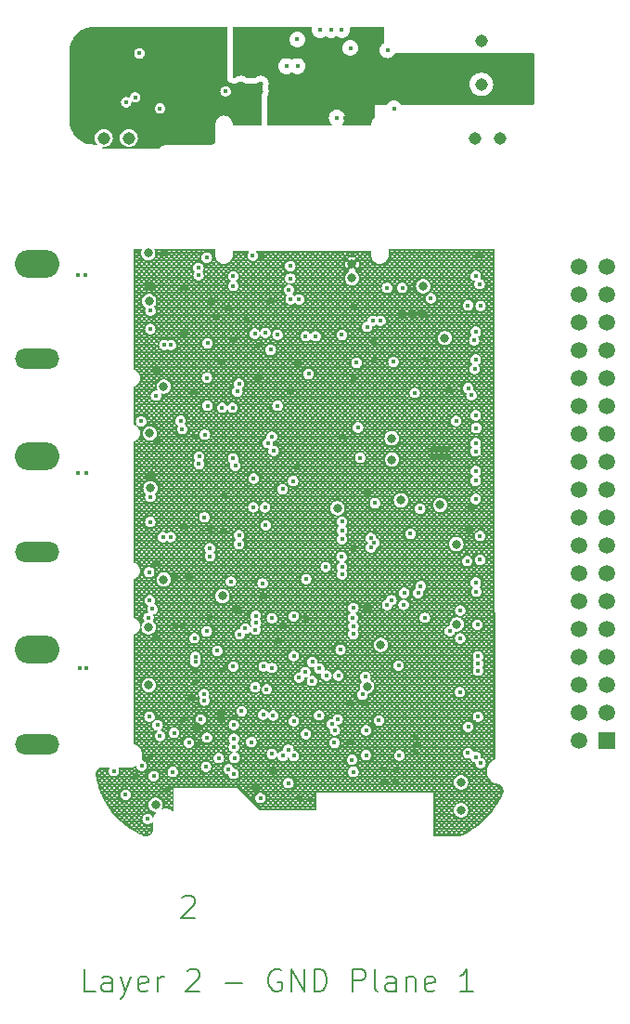
<source format=gbr>
%TF.GenerationSoftware,KiCad,Pcbnew,8.0.2*%
%TF.CreationDate,2024-10-13T20:55:12-05:00*%
%TF.ProjectId,PM1C_Rev_1_2,504d3143-5f52-4657-965f-315f322e6b69,1*%
%TF.SameCoordinates,PX297003ePY8770cd2*%
%TF.FileFunction,Copper,L2,Inr*%
%TF.FilePolarity,Positive*%
%FSLAX46Y46*%
G04 Gerber Fmt 4.6, Leading zero omitted, Abs format (unit mm)*
G04 Created by KiCad (PCBNEW 8.0.2) date 2024-10-13 20:55:12*
%MOMM*%
%LPD*%
G01*
G04 APERTURE LIST*
%ADD10C,0.200000*%
%TA.AperFunction,NonConductor*%
%ADD11C,0.200000*%
%TD*%
%TA.AperFunction,ComponentPad*%
%ADD12O,4.064000X2.540000*%
%TD*%
%TA.AperFunction,ComponentPad*%
%ADD13O,4.064000X1.828800*%
%TD*%
%TA.AperFunction,ComponentPad*%
%ADD14R,1.500000X1.500000*%
%TD*%
%TA.AperFunction,ComponentPad*%
%ADD15C,1.500000*%
%TD*%
%TA.AperFunction,ComponentPad*%
%ADD16C,0.800000*%
%TD*%
%TA.AperFunction,ComponentPad*%
%ADD17C,1.143000*%
%TD*%
%TA.AperFunction,ComponentPad*%
%ADD18C,1.141748*%
%TD*%
%TA.AperFunction,ViaPad*%
%ADD19C,0.450000*%
%TD*%
%TA.AperFunction,ViaPad*%
%ADD20C,0.800000*%
%TD*%
%TA.AperFunction,ViaPad*%
%ADD21C,0.360000*%
%TD*%
G04 APERTURE END LIST*
D10*
D11*
X25742530Y4809686D02*
X25837768Y4904924D01*
X25837768Y4904924D02*
X26028244Y5000162D01*
X26028244Y5000162D02*
X26504435Y5000162D01*
X26504435Y5000162D02*
X26694911Y4904924D01*
X26694911Y4904924D02*
X26790149Y4809686D01*
X26790149Y4809686D02*
X26885387Y4619210D01*
X26885387Y4619210D02*
X26885387Y4428734D01*
X26885387Y4428734D02*
X26790149Y4143020D01*
X26790149Y4143020D02*
X25647292Y3000162D01*
X25647292Y3000162D02*
X26885387Y3000162D01*
D10*
D11*
X17795266Y-3697848D02*
X16842885Y-3697848D01*
X16842885Y-3697848D02*
X16842885Y-1697848D01*
X19319076Y-3697848D02*
X19319076Y-2650229D01*
X19319076Y-2650229D02*
X19223838Y-2459752D01*
X19223838Y-2459752D02*
X19033362Y-2364514D01*
X19033362Y-2364514D02*
X18652409Y-2364514D01*
X18652409Y-2364514D02*
X18461933Y-2459752D01*
X19319076Y-3602610D02*
X19128600Y-3697848D01*
X19128600Y-3697848D02*
X18652409Y-3697848D01*
X18652409Y-3697848D02*
X18461933Y-3602610D01*
X18461933Y-3602610D02*
X18366695Y-3412133D01*
X18366695Y-3412133D02*
X18366695Y-3221657D01*
X18366695Y-3221657D02*
X18461933Y-3031181D01*
X18461933Y-3031181D02*
X18652409Y-2935943D01*
X18652409Y-2935943D02*
X19128600Y-2935943D01*
X19128600Y-2935943D02*
X19319076Y-2840705D01*
X20080981Y-2364514D02*
X20557171Y-3697848D01*
X21033362Y-2364514D02*
X20557171Y-3697848D01*
X20557171Y-3697848D02*
X20366695Y-4174038D01*
X20366695Y-4174038D02*
X20271457Y-4269276D01*
X20271457Y-4269276D02*
X20080981Y-4364514D01*
X22557172Y-3602610D02*
X22366696Y-3697848D01*
X22366696Y-3697848D02*
X21985743Y-3697848D01*
X21985743Y-3697848D02*
X21795267Y-3602610D01*
X21795267Y-3602610D02*
X21700029Y-3412133D01*
X21700029Y-3412133D02*
X21700029Y-2650229D01*
X21700029Y-2650229D02*
X21795267Y-2459752D01*
X21795267Y-2459752D02*
X21985743Y-2364514D01*
X21985743Y-2364514D02*
X22366696Y-2364514D01*
X22366696Y-2364514D02*
X22557172Y-2459752D01*
X22557172Y-2459752D02*
X22652410Y-2650229D01*
X22652410Y-2650229D02*
X22652410Y-2840705D01*
X22652410Y-2840705D02*
X21700029Y-3031181D01*
X23509553Y-3697848D02*
X23509553Y-2364514D01*
X23509553Y-2745467D02*
X23604791Y-2554990D01*
X23604791Y-2554990D02*
X23700029Y-2459752D01*
X23700029Y-2459752D02*
X23890505Y-2364514D01*
X23890505Y-2364514D02*
X24080982Y-2364514D01*
X26176220Y-1888324D02*
X26271458Y-1793086D01*
X26271458Y-1793086D02*
X26461934Y-1697848D01*
X26461934Y-1697848D02*
X26938125Y-1697848D01*
X26938125Y-1697848D02*
X27128601Y-1793086D01*
X27128601Y-1793086D02*
X27223839Y-1888324D01*
X27223839Y-1888324D02*
X27319077Y-2078800D01*
X27319077Y-2078800D02*
X27319077Y-2269276D01*
X27319077Y-2269276D02*
X27223839Y-2554990D01*
X27223839Y-2554990D02*
X26080982Y-3697848D01*
X26080982Y-3697848D02*
X27319077Y-3697848D01*
X29700030Y-2935943D02*
X31223840Y-2935943D01*
X34747649Y-1793086D02*
X34557173Y-1697848D01*
X34557173Y-1697848D02*
X34271459Y-1697848D01*
X34271459Y-1697848D02*
X33985744Y-1793086D01*
X33985744Y-1793086D02*
X33795268Y-1983562D01*
X33795268Y-1983562D02*
X33700030Y-2174038D01*
X33700030Y-2174038D02*
X33604792Y-2554990D01*
X33604792Y-2554990D02*
X33604792Y-2840705D01*
X33604792Y-2840705D02*
X33700030Y-3221657D01*
X33700030Y-3221657D02*
X33795268Y-3412133D01*
X33795268Y-3412133D02*
X33985744Y-3602610D01*
X33985744Y-3602610D02*
X34271459Y-3697848D01*
X34271459Y-3697848D02*
X34461935Y-3697848D01*
X34461935Y-3697848D02*
X34747649Y-3602610D01*
X34747649Y-3602610D02*
X34842887Y-3507371D01*
X34842887Y-3507371D02*
X34842887Y-2840705D01*
X34842887Y-2840705D02*
X34461935Y-2840705D01*
X35700030Y-3697848D02*
X35700030Y-1697848D01*
X35700030Y-1697848D02*
X36842887Y-3697848D01*
X36842887Y-3697848D02*
X36842887Y-1697848D01*
X37795268Y-3697848D02*
X37795268Y-1697848D01*
X37795268Y-1697848D02*
X38271458Y-1697848D01*
X38271458Y-1697848D02*
X38557173Y-1793086D01*
X38557173Y-1793086D02*
X38747649Y-1983562D01*
X38747649Y-1983562D02*
X38842887Y-2174038D01*
X38842887Y-2174038D02*
X38938125Y-2554990D01*
X38938125Y-2554990D02*
X38938125Y-2840705D01*
X38938125Y-2840705D02*
X38842887Y-3221657D01*
X38842887Y-3221657D02*
X38747649Y-3412133D01*
X38747649Y-3412133D02*
X38557173Y-3602610D01*
X38557173Y-3602610D02*
X38271458Y-3697848D01*
X38271458Y-3697848D02*
X37795268Y-3697848D01*
X41319078Y-3697848D02*
X41319078Y-1697848D01*
X41319078Y-1697848D02*
X42080983Y-1697848D01*
X42080983Y-1697848D02*
X42271459Y-1793086D01*
X42271459Y-1793086D02*
X42366697Y-1888324D01*
X42366697Y-1888324D02*
X42461935Y-2078800D01*
X42461935Y-2078800D02*
X42461935Y-2364514D01*
X42461935Y-2364514D02*
X42366697Y-2554990D01*
X42366697Y-2554990D02*
X42271459Y-2650229D01*
X42271459Y-2650229D02*
X42080983Y-2745467D01*
X42080983Y-2745467D02*
X41319078Y-2745467D01*
X43604792Y-3697848D02*
X43414316Y-3602610D01*
X43414316Y-3602610D02*
X43319078Y-3412133D01*
X43319078Y-3412133D02*
X43319078Y-1697848D01*
X45223840Y-3697848D02*
X45223840Y-2650229D01*
X45223840Y-2650229D02*
X45128602Y-2459752D01*
X45128602Y-2459752D02*
X44938126Y-2364514D01*
X44938126Y-2364514D02*
X44557173Y-2364514D01*
X44557173Y-2364514D02*
X44366697Y-2459752D01*
X45223840Y-3602610D02*
X45033364Y-3697848D01*
X45033364Y-3697848D02*
X44557173Y-3697848D01*
X44557173Y-3697848D02*
X44366697Y-3602610D01*
X44366697Y-3602610D02*
X44271459Y-3412133D01*
X44271459Y-3412133D02*
X44271459Y-3221657D01*
X44271459Y-3221657D02*
X44366697Y-3031181D01*
X44366697Y-3031181D02*
X44557173Y-2935943D01*
X44557173Y-2935943D02*
X45033364Y-2935943D01*
X45033364Y-2935943D02*
X45223840Y-2840705D01*
X46176221Y-2364514D02*
X46176221Y-3697848D01*
X46176221Y-2554990D02*
X46271459Y-2459752D01*
X46271459Y-2459752D02*
X46461935Y-2364514D01*
X46461935Y-2364514D02*
X46747650Y-2364514D01*
X46747650Y-2364514D02*
X46938126Y-2459752D01*
X46938126Y-2459752D02*
X47033364Y-2650229D01*
X47033364Y-2650229D02*
X47033364Y-3697848D01*
X48747650Y-3602610D02*
X48557174Y-3697848D01*
X48557174Y-3697848D02*
X48176221Y-3697848D01*
X48176221Y-3697848D02*
X47985745Y-3602610D01*
X47985745Y-3602610D02*
X47890507Y-3412133D01*
X47890507Y-3412133D02*
X47890507Y-2650229D01*
X47890507Y-2650229D02*
X47985745Y-2459752D01*
X47985745Y-2459752D02*
X48176221Y-2364514D01*
X48176221Y-2364514D02*
X48557174Y-2364514D01*
X48557174Y-2364514D02*
X48747650Y-2459752D01*
X48747650Y-2459752D02*
X48842888Y-2650229D01*
X48842888Y-2650229D02*
X48842888Y-2840705D01*
X48842888Y-2840705D02*
X47890507Y-3031181D01*
X52271460Y-3697848D02*
X51128603Y-3697848D01*
X51700031Y-3697848D02*
X51700031Y-1697848D01*
X51700031Y-1697848D02*
X51509555Y-1983562D01*
X51509555Y-1983562D02*
X51319079Y-2174038D01*
X51319079Y-2174038D02*
X51128603Y-2269276D01*
D12*
%TO.N,Net-(BAT2-+)*%
%TO.C,BAT2*%
X12528200Y45005150D03*
D13*
%TO.N,Net-(BAT2--)*%
X12528200Y36362750D03*
%TD*%
D12*
%TO.N,Net-(BAT1-+)*%
%TO.C,BAT1*%
X12511180Y62601390D03*
D13*
%TO.N,Net-(BAT1--)*%
X12511180Y53958990D03*
%TD*%
D14*
%TO.N,/Test Points/RXCAN*%
%TO.C,H1*%
X64517200Y19142830D03*
D15*
%TO.N,3V3*%
X61977200Y19142830D03*
%TO.N,/Test Points/TXCAN*%
X64517200Y21682830D03*
%TO.N,GND*%
X61977200Y21682830D03*
%TO.N,/Test Points/SCK0*%
X64517200Y24222830D03*
%TO.N,TCK_CPLD*%
X61977200Y24222830D03*
%TO.N,/Test Points/MOSI0*%
X64517200Y26762830D03*
%TO.N,TDO_CPLD*%
X61977200Y26762830D03*
%TO.N,/Test Points/MISO0*%
X64517200Y29302830D03*
%TO.N,TDI_CPLD*%
X61977200Y29302830D03*
%TO.N,/Test Points/SCK1*%
X64517200Y31842830D03*
%TO.N,TMS_CPLD*%
X61977200Y31842830D03*
%TO.N,/Test Points/MOSI1*%
X64517200Y34382830D03*
%TO.N,/Test Points/TXD0*%
X61977200Y34382830D03*
%TO.N,/Test Points/MISO1*%
X64517200Y36922830D03*
%TO.N,/Test Points/RXD0*%
X61977200Y36922830D03*
%TO.N,GND*%
X64517200Y39462830D03*
X61977200Y39462830D03*
%TO.N,/I2C Multiplexing/SCLOCK*%
X64517200Y42002830D03*
%TO.N,nRESET*%
X61977200Y42002830D03*
%TO.N,/I2C Multiplexing/SDATA*%
X64517200Y44542830D03*
%TO.N,nDRESET*%
X61977200Y44542830D03*
%TO.N,VSYS*%
X64517200Y47082830D03*
%TO.N,nBOOT*%
X61977200Y47082830D03*
%TO.N,VSUPPLY*%
X64517200Y49622830D03*
%TO.N,/Microcontroller/nTRST_LPC*%
X61977200Y49622830D03*
%TO.N,VNET*%
X64517200Y52162830D03*
%TO.N,/Microcontroller/TCK_LPC*%
X61977200Y52162830D03*
%TO.N,n3V3*%
X64517200Y54702830D03*
%TO.N,/Microcontroller/TMS_LPC*%
X61977200Y54702830D03*
%TO.N,1V8*%
X64517200Y57242830D03*
%TO.N,/Microcontroller/TDO_LPC*%
X61977200Y57242830D03*
%TO.N,VREC*%
X64517200Y59782830D03*
%TO.N,/Microcontroller/TDI_LPC*%
X61977200Y59782830D03*
%TO.N,GND*%
X64517200Y62322830D03*
%TO.N,/Microcontroller/RTCK_LPC*%
X61977200Y62322830D03*
%TD*%
D12*
%TO.N,Net-(BAT3-+)*%
%TO.C,BAT3*%
X12528200Y27428350D03*
D13*
%TO.N,Net-(BAT3--)*%
X12528200Y18785950D03*
%TD*%
D16*
%TO.N,Net-(U1-IN+)*%
%TO.C,RV1*%
X41234900Y61265290D03*
%TO.N,GND*%
X41234900Y62535290D03*
%TD*%
D17*
%TO.N,BUSA*%
%TO.C,J1*%
X54749600Y74029700D03*
%TO.N,BUSB*%
X52459600Y74029700D03*
X20859600Y74029700D03*
D18*
%TO.N,BUSA*%
X18572137Y74027305D03*
D17*
%TO.N,RADANT*%
X53039600Y78929700D03*
%TO.N,ENCL*%
X53034600Y82929700D03*
%TD*%
D19*
%TO.N,nRESET*%
X46952200Y50815350D03*
X40177200Y27415350D03*
X29977200Y16540350D03*
X44827200Y31944700D03*
X52527200Y41150350D03*
%TO.N,/Microcontroller/LOAD_AN*%
X33927200Y25761340D03*
%TO.N,VNET*%
X41777200Y47665350D03*
X52427200Y53009840D03*
X41640860Y53565360D03*
X33537200Y46240350D03*
X47877200Y30340350D03*
%TO.N,/Microcontroller/RTCK_LPC*%
X52527200Y61470350D03*
X39400000Y20640350D03*
%TO.N,/CPLD/DISCHG*%
X35852200Y42790350D03*
X34927200Y17740350D03*
%TO.N,/Battery 1 Conditioning/nSHDNBT1*%
X27806530Y47015350D03*
X32045000Y19005000D03*
%TO.N,/Test Points/TXD0*%
X39630000Y18935000D03*
X52527200Y33530350D03*
%TO.N,Net-(U46-VDDA_(1V8))*%
X42527200Y17815470D03*
D20*
X39902200Y40315350D03*
D19*
X27999325Y19403922D03*
X28927200Y27315350D03*
%TO.N,/Battery 3 Conditioning/nSHDNCHG3*%
X27766538Y22786437D03*
X38902200Y25065350D03*
%TO.N,TMS_CPLD*%
X40327200Y39090350D03*
X51107200Y30990350D03*
%TO.N,/I2C Multiplexing/SCLOCK*%
X24677400Y37688350D03*
X43827200Y57390350D03*
X26349570Y18949794D03*
X37002200Y55990350D03*
X39931210Y21065350D03*
X44429600Y31484700D03*
X52527200Y42809840D03*
X20624600Y77304700D03*
X30402200Y60565350D03*
X24704570Y55179794D03*
%TO.N,/I2C Multiplexing/SDATA*%
X24877200Y16290350D03*
X30402200Y61440350D03*
X52527200Y45509840D03*
X42193426Y23331574D03*
X21449600Y77754700D03*
X43127200Y57390350D03*
X23489570Y20539794D03*
X21984570Y48219794D03*
X23024570Y31119794D03*
X22024570Y16849794D03*
X45944600Y31504700D03*
X37902200Y55976780D03*
%TO.N,TDO_CPLD*%
X52727200Y26159840D03*
X30927200Y37040350D03*
%TO.N,3V3*%
X22577200Y12000350D03*
X21827200Y81759840D03*
X22834570Y58309794D03*
X32164700Y63325350D03*
X22834570Y41359794D03*
X36402200Y59340350D03*
X41227200Y17390350D03*
X44427200Y60390350D03*
X45477200Y25975350D03*
X40309570Y34957030D03*
X27909570Y16749794D03*
X32465000Y29865000D03*
X27975060Y29088210D03*
X22659570Y30334794D03*
X22724570Y34488232D03*
X41977200Y44915350D03*
X42602200Y56840350D03*
D20*
X49277200Y40615350D03*
D19*
X29695000Y78290350D03*
X30977200Y28825350D03*
X25577200Y48290350D03*
X51817200Y18000350D03*
X28277200Y35940350D03*
X23709570Y19569794D03*
X23344570Y50559794D03*
X45552200Y17790350D03*
X27975060Y63140350D03*
X33818160Y54740350D03*
%TO.N,TDI_CPLD*%
X51107200Y28450350D03*
X40317890Y34290350D03*
%TO.N,/Microcontroller/TCK_LPC*%
X35927200Y20915350D03*
X31152200Y21815350D03*
X51827200Y51259840D03*
%TO.N,TCK_CPLD*%
X51077200Y23559840D03*
X33352200Y38765350D03*
%TO.N,/Microcontroller/THRM*%
X36402200Y24865350D03*
%TO.N,nBOOT*%
X52527200Y46230350D03*
X33177200Y25890350D03*
X30377200Y44840350D03*
%TO.N,/Battery 1 Conditioning/nSHDNCHG1*%
X33927200Y17915350D03*
X28045000Y55340350D03*
%TO.N,/Microcontroller/TMS_LPC*%
X52527200Y53850350D03*
X30402200Y25890350D03*
%TO.N,/Microcontroller/nTRST_LPC*%
X42527080Y20065350D03*
X52527200Y48770350D03*
%TO.N,/Microcontroller/TDO_LPC*%
X52527200Y56390350D03*
X30452200Y18565350D03*
%TO.N,/Microcontroller/nCSRAM*%
X37027200Y19725350D03*
%TO.N,/Test Points/SCK1*%
X29377200Y49459840D03*
X31500000Y29340350D03*
X52577200Y32709840D03*
X39302330Y83865190D03*
%TO.N,/Test Points/MISO0*%
X42453425Y24941575D03*
X52677200Y29709840D03*
X37577200Y24565350D03*
%TO.N,/Battery 2 Conditioning/nSHDNCHG2*%
X35927200Y30465350D03*
X27752200Y39475000D03*
%TO.N,/Battery 3 Conditioning/nSHDNBT3*%
X37602200Y26300350D03*
%TO.N,RADINT0*%
X32430000Y29235000D03*
X36247130Y80590190D03*
%TO.N,/Microcontroller/nCSFLA*%
X36972210Y25366190D03*
%TO.N,/Battery 2 Conditioning/nSHDNBT2*%
X30180000Y33630000D03*
X35927200Y26840350D03*
%TO.N,/Microcontroller/SSEL1*%
X29077200Y17540350D03*
%TO.N,/Microcontroller/ACCINT*%
X32450000Y30510000D03*
X23699600Y76739700D03*
%TO.N,/Microcontroller/TDI_LPC*%
X30452200Y20565350D03*
X51817039Y58797263D03*
X41352200Y16290350D03*
%TO.N,nCSRAD*%
X35247130Y80590190D03*
X35477200Y60209840D03*
X41352200Y29565350D03*
%TO.N,/Microcontroller/PWMBT*%
X33927200Y46840350D03*
X41352200Y28840350D03*
%TO.N,/Battery 1 Conditioning/SDATA1*%
X22827200Y56634794D03*
%TO.N,/Battery 1 Conditioning/SCLOCK1*%
X24099570Y55194794D03*
%TO.N,/Battery 2 Conditioning/SDATA2*%
X22827200Y39064794D03*
%TO.N,/Battery 2 Conditioning/SCLOCK2*%
X23994570Y37674794D03*
%TO.N,/CPLD/SCKSEL3*%
X30927200Y37865350D03*
X27429570Y21069465D03*
%TO.N,/Battery 3 Conditioning/SDATA3*%
X22750670Y21313294D03*
%TO.N,/Battery 3 Conditioning/SCLOCK3*%
X24989570Y19849794D03*
%TO.N,Net-(C10-Pad1)*%
X43330000Y40775000D03*
X28252200Y36665350D03*
D20*
X45702200Y41040350D03*
D19*
X41352200Y31215350D03*
X34077200Y45540350D03*
%TO.N,/CPLD/nPHB*%
X40327200Y38290350D03*
X30927200Y51640350D03*
%TO.N,/CPLD/CKCPLD*%
X26853775Y28463775D03*
X37052200Y33840350D03*
%TO.N,/Battery 3 Conditioning/DISCHG3*%
X20577200Y14200350D03*
X30577200Y44190430D03*
%TO.N,/CPLD/SNSEN*%
X40327200Y37490350D03*
X40302200Y56105350D03*
%TO.N,/Battery 1 Conditioning/DISCHG1*%
X25727200Y47515350D03*
%TO.N,/CPLD/nSENSE*%
X30777200Y50940350D03*
X40277200Y35890350D03*
%TO.N,/Battery 2 Conditioning/DISCHG2*%
X32252120Y43015430D03*
X22777200Y31913230D03*
%TO.N,/Test Points/SCK0*%
X52727200Y25509840D03*
X38227200Y21440350D03*
%TO.N,/Test Points/MISO1*%
X38302330Y83865240D03*
X34025000Y21417350D03*
X52527200Y17650350D03*
X52904570Y37774794D03*
%TO.N,/Test Points/RXCAN*%
X51825000Y20380000D03*
X35427120Y18315350D03*
%TO.N,/Test Points/RXD0*%
X51754570Y35489794D03*
X39677200Y20065350D03*
%TO.N,/Test Points/MOSI0*%
X39977200Y25065350D03*
X52727200Y26809840D03*
%TO.N,n3V3*%
X52377200Y55609840D03*
X27985330Y52190350D03*
X35627200Y59340350D03*
X37277200Y52540350D03*
D20*
%TO.N,Net-(D6-C)*%
X42602200Y24065350D03*
%TO.N,Net-(D2-C)*%
X43852200Y27865350D03*
%TO.N,Net-(D10-A)*%
X49702200Y55815350D03*
%TO.N,Net-(U20-VIN)*%
X47727200Y60540350D03*
D19*
X45827200Y60390350D03*
X48427200Y59440350D03*
%TO.N,Net-(U38-~{CTL})*%
X19502200Y16385000D03*
%TO.N,/Battery 3 Conditioning/VBT3*%
X26938046Y26776872D03*
X26934570Y26329796D03*
X16974570Y25724794D03*
X16379570Y25719794D03*
X23144570Y15904794D03*
D20*
%TO.N,VSYS*%
X23302200Y13300350D03*
X51177200Y12800350D03*
D19*
X32388183Y23996704D03*
D20*
X24052400Y33813230D03*
D19*
X32352200Y56215350D03*
X52560000Y47625000D03*
X41304600Y30334700D03*
X32227200Y40390350D03*
D20*
X24052400Y51390230D03*
D19*
%TO.N,/Battery 2 Conditioning/VBT2*%
X27252320Y44334794D03*
X16954570Y43499794D03*
X27277320Y45019794D03*
X16199570Y43499794D03*
%TO.N,/Battery 1 Conditioning/VBT1*%
X16259570Y61549794D03*
X27227200Y61544794D03*
X16909570Y61549794D03*
X27217200Y62196550D03*
D20*
%TO.N,Net-(U19-FB)*%
X44877200Y44740350D03*
%TO.N,Net-(U19-SW)*%
X44852200Y46690350D03*
D19*
%TO.N,Net-(U40-G1)*%
X30515000Y17565000D03*
X33433420Y23804794D03*
%TO.N,Net-(U32-G1)*%
X33077200Y33465350D03*
X33302200Y40390350D03*
%TO.N,Net-(U24-G1)*%
X33328425Y56291575D03*
X30327200Y49459840D03*
%TO.N,/Test Points/TXCAN*%
X35917890Y17740350D03*
X52727200Y21309840D03*
%TO.N,/Test Points/MOSI1*%
X52914570Y35609794D03*
X40302200Y83865350D03*
X52969570Y17079794D03*
X34902200Y42040350D03*
X33132729Y21513509D03*
%TO.N,Net-(D2-A)*%
X50164700Y29127850D03*
D21*
%TO.N,GND*%
X43177200Y53790350D03*
X32611510Y52195350D03*
X26919570Y25579794D03*
X41077200Y22565350D03*
X36252120Y44190430D03*
X29277200Y53640350D03*
D19*
X52277200Y40409840D03*
X52804570Y63384794D03*
D21*
X47052200Y18100350D03*
X26979570Y18759794D03*
X28427200Y59140350D03*
X32377200Y14809840D03*
D20*
X45827200Y58040350D03*
D21*
X29927200Y58565350D03*
X25827200Y21061350D03*
D19*
X31993160Y78290350D03*
D21*
X41077200Y19065350D03*
X41427200Y58645350D03*
X26811510Y50925350D03*
X29552200Y41490350D03*
X45189970Y15424270D03*
D20*
X42614600Y31149700D03*
D21*
X25102200Y33990350D03*
D19*
X23377200Y28507030D03*
D21*
X25827200Y56240350D03*
D20*
X22719570Y60579794D03*
D21*
X34927200Y29615350D03*
D19*
X48629190Y44991140D03*
D21*
X31627200Y57515350D03*
X36477200Y13900350D03*
D19*
X33052200Y63300350D03*
D21*
X47052200Y18739950D03*
X23349570Y35259794D03*
X26919570Y24469794D03*
X37052200Y30215350D03*
D20*
X22827200Y43234794D03*
D21*
X21477200Y15900350D03*
D19*
X49854190Y44991140D03*
X48627200Y45662140D03*
D21*
X30318160Y55715350D03*
X22699600Y79264700D03*
D19*
X52377380Y20814039D03*
D21*
X25752210Y29590350D03*
X45189970Y16499270D03*
X42652210Y41690350D03*
D19*
X49252200Y45662140D03*
D21*
X25827200Y38663350D03*
X44242190Y16500340D03*
X33927200Y16415350D03*
D19*
X31093160Y78290350D03*
D21*
X33052120Y32390430D03*
X33702200Y59190350D03*
X47052200Y19400350D03*
D19*
X49852200Y45662140D03*
D21*
X41427200Y52190350D03*
X34427200Y28215350D03*
X22827200Y17636350D03*
X40317890Y46860350D03*
X43177200Y55490350D03*
X36317890Y53565360D03*
X28252200Y38390350D03*
X28827200Y57715350D03*
X42527200Y22565350D03*
X29277200Y21565350D03*
X26007200Y60365350D03*
X29277200Y25565350D03*
D19*
X49254190Y44991140D03*
D21*
X24377200Y14700350D03*
X47977200Y53840350D03*
D20*
X46777200Y58040350D03*
D21*
X19629600Y80864700D03*
X26580000Y23005000D03*
D19*
X24079570Y63649794D03*
D20*
X30765000Y31080000D03*
D21*
X35627200Y50920350D03*
X25102200Y29590350D03*
D19*
X31093160Y78990350D03*
D21*
X32668160Y55190350D03*
X28277200Y30390350D03*
D20*
X47727200Y58040350D03*
D19*
X51817200Y38335350D03*
D21*
X29277200Y21065350D03*
D19*
X32893160Y78290350D03*
D20*
X27084570Y20369794D03*
D19*
X32893160Y78990350D03*
D21*
X44242300Y15450350D03*
X17276940Y79240270D03*
X41352210Y36690350D03*
X23259570Y52854794D03*
X26402200Y33990350D03*
X50102200Y51115350D03*
X29552200Y38290350D03*
D19*
X23569570Y46504794D03*
D21*
X26877200Y46840350D03*
X37427200Y13800350D03*
%TO.N,COMRF*%
X37777200Y75540350D03*
X46877200Y77390000D03*
X41477200Y78840470D03*
X42477200Y79840470D03*
X41977200Y80340480D03*
X42477200Y78840470D03*
X40645000Y75840000D03*
X56577450Y79240470D03*
X46055000Y79690000D03*
X46052200Y77425350D03*
X34827200Y76690350D03*
X42977200Y79340480D03*
X40977200Y78340480D03*
X40977200Y79840470D03*
X42977200Y78840470D03*
X50602200Y78067420D03*
X39027200Y75690350D03*
X55077450Y79240470D03*
X42477200Y80340480D03*
D19*
X32893160Y80690350D03*
D21*
X41477200Y80340480D03*
X42477200Y78340480D03*
X41977200Y78840470D03*
X55577450Y79240470D03*
X41477200Y79840470D03*
X41477200Y79340480D03*
X42477200Y79340480D03*
X37906991Y79515450D03*
X56077450Y79240470D03*
X42977200Y81305480D03*
X46052200Y81640350D03*
X41977200Y78340480D03*
X40977200Y80340480D03*
X41477200Y78340480D03*
X41777200Y83240350D03*
X54577450Y79240470D03*
X43760180Y83240350D03*
D19*
X31093160Y80690350D03*
D21*
X42977200Y79840470D03*
X48777200Y78067420D03*
X37756418Y78537277D03*
X41477200Y81305480D03*
X36077200Y76840350D03*
X42977200Y78340480D03*
X40977200Y78840470D03*
X42777200Y83240350D03*
X42977200Y80340480D03*
X41977200Y79340480D03*
X41977200Y79840470D03*
D19*
X32893160Y79990350D03*
D21*
X40977200Y79340480D03*
D19*
X31993160Y80690350D03*
X31093160Y79990350D03*
D20*
%TO.N,Net-(BAT1--)*%
X22719570Y59179794D03*
D19*
%TO.N,BUSB*%
X35602200Y61240350D03*
X28036510Y49655350D03*
%TO.N,BUSA*%
X35602200Y62365350D03*
X34437200Y49650350D03*
X34437200Y56109840D03*
D20*
%TO.N,Net-(BAT2--)*%
X22827200Y42134759D03*
D19*
%TO.N,3V3RF*%
X39852200Y75900350D03*
X45052200Y76750350D03*
X41077200Y82240350D03*
X36240000Y83025000D03*
X44477200Y82040350D03*
%TO.N,1V8*%
X45015510Y53640350D03*
X52964570Y58734794D03*
%TO.N,/Thermister & Digital Peripheral System/3V3MEM*%
X38827200Y34957030D03*
X38242210Y25711360D03*
%TO.N,Net-(U16-MODE)*%
X47505000Y33220000D03*
X46565000Y37980000D03*
%TO.N,Net-(U16-VOUT)*%
X47454200Y40265350D03*
X42958200Y37590350D03*
X42958200Y36740350D03*
X43258200Y37165350D03*
D20*
%TO.N,Net-(BAT3--)*%
X22689570Y24189794D03*
%TO.N,Net-(BAT3-+)*%
X22674570Y29459794D03*
%TO.N,Net-(BAT1-+)*%
X22634570Y63549794D03*
%TO.N,Net-(BAT2-+)*%
X22774570Y47134794D03*
D19*
%TO.N,Net-(U16-SW1)*%
X47252200Y32590350D03*
%TO.N,Net-(U16-SW2)*%
X46002200Y32590350D03*
%TO.N,nDRESET*%
X52527200Y43690350D03*
X30452200Y19315450D03*
X30427200Y16109840D03*
D20*
%TO.N,VREC*%
X50795000Y29735000D03*
X51177200Y15325350D03*
D19*
X52874570Y60729794D03*
X32877200Y13900350D03*
D20*
%TO.N,VSUPPLY*%
X29405000Y32305000D03*
D19*
X52127200Y50609840D03*
D20*
X50749000Y37040350D03*
D19*
X50727200Y48259840D03*
%TO.N,Net-(U46-VDDA_(3V3))*%
X43677200Y20965350D03*
X33927200Y30290350D03*
X35427120Y15265350D03*
X27725000Y23385000D03*
%TD*%
%TA.AperFunction,Conductor*%
%TO.N,GND*%
G36*
X22064691Y63940008D02*
G01*
X22079043Y63905360D01*
X22070369Y63877525D01*
X22054350Y63854319D01*
X21998333Y63706614D01*
X21979292Y63549794D01*
X21998333Y63392975D01*
X22054350Y63245270D01*
X22075388Y63214792D01*
X22144087Y63115264D01*
X22144089Y63115263D01*
X22144090Y63115261D01*
X22231003Y63038264D01*
X22262330Y63010511D01*
X22402205Y62937098D01*
X22555585Y62899294D01*
X22555586Y62899294D01*
X22713553Y62899294D01*
X22713555Y62899294D01*
X22866935Y62937098D01*
X23006810Y63010511D01*
X23038136Y63038263D01*
X23286058Y63038263D01*
X23400609Y62923712D01*
X23515161Y63038263D01*
X23738606Y63038263D01*
X23853158Y62923711D01*
X23967709Y63038263D01*
X24191154Y63038263D01*
X24305706Y62923712D01*
X24420257Y63038263D01*
X24643703Y63038263D01*
X24758254Y62923712D01*
X24872806Y63038263D01*
X25096251Y63038263D01*
X25210803Y62923711D01*
X25325354Y63038263D01*
X25548799Y63038263D01*
X25663351Y62923712D01*
X25777902Y63038263D01*
X26001348Y63038263D01*
X26115900Y62923711D01*
X26230451Y63038263D01*
X26453896Y63038263D01*
X26568448Y62923711D01*
X26682999Y63038263D01*
X26906444Y63038263D01*
X27020996Y62923712D01*
X27135547Y63038263D01*
X27033458Y63140353D01*
X27494670Y63140353D01*
X27494670Y63140348D01*
X27514127Y63005011D01*
X27570930Y62880632D01*
X27646272Y62793681D01*
X27660471Y62777295D01*
X27775499Y62703372D01*
X27846467Y62682534D01*
X27906688Y62664851D01*
X27906691Y62664851D01*
X27906693Y62664850D01*
X27906694Y62664850D01*
X28043426Y62664850D01*
X28043427Y62664850D01*
X28043429Y62664851D01*
X28043431Y62664851D01*
X28067948Y62672050D01*
X28174621Y62703372D01*
X28289649Y62777295D01*
X28302555Y62792189D01*
X28510164Y62792189D01*
X28604916Y62697437D01*
X28719467Y62811989D01*
X28604915Y62926541D01*
X28547741Y62869367D01*
X28520566Y62809860D01*
X28518999Y62806729D01*
X28516945Y62802968D01*
X28515161Y62799962D01*
X28510164Y62792189D01*
X28302555Y62792189D01*
X28379190Y62880632D01*
X28435991Y63005008D01*
X28435991Y63005010D01*
X28435992Y63005011D01*
X28455450Y63140348D01*
X28455450Y63140353D01*
X28435992Y63275690D01*
X28422379Y63305498D01*
X28402078Y63349950D01*
X28575776Y63349950D01*
X28582059Y63336192D01*
X28583396Y63332965D01*
X28584894Y63328950D01*
X28586001Y63325623D01*
X28589183Y63314784D01*
X28590047Y63311397D01*
X28590958Y63307209D01*
X28591579Y63303767D01*
X28612586Y63157656D01*
X28627465Y63172536D01*
X28612293Y63243920D01*
X28611827Y63246434D01*
X28611335Y63249537D01*
X28610998Y63252090D01*
X28610133Y63260323D01*
X28609933Y63262870D01*
X28609768Y63266008D01*
X28609700Y63268581D01*
X28609700Y63374304D01*
X28604915Y63379089D01*
X28575776Y63349950D01*
X28402078Y63349950D01*
X28379190Y63400068D01*
X28299350Y63492209D01*
X28289650Y63503404D01*
X28289649Y63503405D01*
X28174621Y63577328D01*
X28174618Y63577329D01*
X28043431Y63615850D01*
X28043427Y63615850D01*
X27906693Y63615850D01*
X27906688Y63615850D01*
X27775501Y63577329D01*
X27775499Y63577329D01*
X27775499Y63577328D01*
X27753243Y63563025D01*
X27660469Y63503404D01*
X27570930Y63400069D01*
X27514127Y63275690D01*
X27494670Y63140353D01*
X27033458Y63140353D01*
X27020996Y63152815D01*
X26906444Y63038263D01*
X26682999Y63038263D01*
X26568448Y63152815D01*
X26453896Y63038263D01*
X26230451Y63038263D01*
X26115900Y63152815D01*
X26001348Y63038263D01*
X25777902Y63038263D01*
X25663351Y63152815D01*
X25548799Y63038263D01*
X25325354Y63038263D01*
X25210803Y63152815D01*
X25096251Y63038263D01*
X24872806Y63038263D01*
X24758254Y63152815D01*
X24643703Y63038263D01*
X24420257Y63038263D01*
X24305706Y63152815D01*
X24191154Y63038263D01*
X23967709Y63038263D01*
X23853158Y63152815D01*
X23738606Y63038263D01*
X23515161Y63038263D01*
X23400609Y63152815D01*
X23286058Y63038263D01*
X23038136Y63038263D01*
X23125053Y63115264D01*
X23214790Y63245271D01*
X23222097Y63264537D01*
X23512332Y63264537D01*
X23626884Y63149985D01*
X23741435Y63264537D01*
X23964880Y63264537D01*
X24079432Y63149985D01*
X24193983Y63264537D01*
X24417429Y63264537D01*
X24531980Y63149986D01*
X24646532Y63264537D01*
X24869977Y63264537D01*
X24984529Y63149985D01*
X25099080Y63264537D01*
X25322525Y63264537D01*
X25437077Y63149985D01*
X25551628Y63264537D01*
X25775074Y63264537D01*
X25889625Y63149986D01*
X26004177Y63264537D01*
X26227622Y63264537D01*
X26342174Y63149985D01*
X26456725Y63264537D01*
X26680170Y63264537D01*
X26794722Y63149985D01*
X26909273Y63264537D01*
X27132719Y63264537D01*
X27247270Y63149986D01*
X27351401Y63254118D01*
X27354021Y63272338D01*
X27247270Y63379089D01*
X27132719Y63264537D01*
X26909273Y63264537D01*
X26794722Y63379089D01*
X26680170Y63264537D01*
X26456725Y63264537D01*
X26342174Y63379089D01*
X26227622Y63264537D01*
X26004177Y63264537D01*
X25889625Y63379089D01*
X25775074Y63264537D01*
X25551628Y63264537D01*
X25437077Y63379089D01*
X25322525Y63264537D01*
X25099080Y63264537D01*
X24984529Y63379089D01*
X24869977Y63264537D01*
X24646532Y63264537D01*
X24531980Y63379089D01*
X24417429Y63264537D01*
X24193983Y63264537D01*
X24116444Y63342076D01*
X24089129Y63336642D01*
X24070010Y63336642D01*
X24042464Y63342122D01*
X23964880Y63264537D01*
X23741435Y63264537D01*
X23626884Y63379089D01*
X23512332Y63264537D01*
X23222097Y63264537D01*
X23270807Y63392976D01*
X23272554Y63407364D01*
X23431714Y63407364D01*
X23515161Y63490811D01*
X23515160Y63490812D01*
X23738605Y63490812D01*
X23853157Y63376260D01*
X23884929Y63408032D01*
X24273933Y63408032D01*
X24305706Y63376259D01*
X24420258Y63490811D01*
X24643703Y63490811D01*
X24758254Y63376260D01*
X24872806Y63490811D01*
X25096251Y63490811D01*
X25210803Y63376259D01*
X25325355Y63490811D01*
X25548799Y63490811D01*
X25663351Y63376260D01*
X25777903Y63490811D01*
X26001348Y63490811D01*
X26115900Y63376259D01*
X26230452Y63490811D01*
X26453896Y63490811D01*
X26568448Y63376259D01*
X26683000Y63490811D01*
X26906444Y63490811D01*
X27020996Y63376260D01*
X27135548Y63490811D01*
X27358993Y63490811D01*
X27413692Y63436112D01*
X27429554Y63470841D01*
X27431121Y63473971D01*
X27433175Y63477732D01*
X27434959Y63480738D01*
X27441065Y63490239D01*
X27443053Y63493103D01*
X27445621Y63496535D01*
X27447822Y63499267D01*
X27509016Y63569892D01*
X27473545Y63605363D01*
X27358993Y63490811D01*
X27135548Y63490811D01*
X27020996Y63605363D01*
X26906444Y63490811D01*
X26683000Y63490811D01*
X26568448Y63605363D01*
X26453896Y63490811D01*
X26230452Y63490811D01*
X26115900Y63605363D01*
X26001348Y63490811D01*
X25777903Y63490811D01*
X25663351Y63605363D01*
X25548799Y63490811D01*
X25325355Y63490811D01*
X25210803Y63605363D01*
X25096251Y63490811D01*
X24872806Y63490811D01*
X24758254Y63605363D01*
X24643703Y63490811D01*
X24420258Y63490811D01*
X24372466Y63538603D01*
X24365227Y63521124D01*
X24307762Y63435121D01*
X24294243Y63421602D01*
X24273933Y63408032D01*
X23884929Y63408032D01*
X23885040Y63408143D01*
X23864897Y63421602D01*
X23851378Y63435121D01*
X23793913Y63521124D01*
X23786597Y63538787D01*
X23786594Y63538800D01*
X23738605Y63490812D01*
X23515160Y63490812D01*
X23447715Y63558258D01*
X23447759Y63557531D01*
X23447848Y63554571D01*
X23447848Y63545017D01*
X23447759Y63542057D01*
X23447540Y63538438D01*
X23447272Y63535492D01*
X23431714Y63407364D01*
X23272554Y63407364D01*
X23289848Y63549794D01*
X23270807Y63706612D01*
X23266835Y63717085D01*
X23512332Y63717085D01*
X23626884Y63602533D01*
X23741436Y63717085D01*
X24417429Y63717085D01*
X24531980Y63602534D01*
X24646531Y63717085D01*
X24869977Y63717085D01*
X24984529Y63602533D01*
X25099081Y63717085D01*
X25322525Y63717085D01*
X25437077Y63602533D01*
X25551629Y63717085D01*
X25775074Y63717085D01*
X25889625Y63602534D01*
X26004176Y63717085D01*
X26227622Y63717085D01*
X26342174Y63602533D01*
X26456726Y63717085D01*
X26680170Y63717085D01*
X26794722Y63602533D01*
X26909274Y63717085D01*
X27132719Y63717085D01*
X27247270Y63602534D01*
X27361821Y63717085D01*
X27585267Y63717085D01*
X27630434Y63671918D01*
X27694829Y63713300D01*
X27697843Y63715087D01*
X27701604Y63717140D01*
X27704722Y63718701D01*
X27714996Y63723394D01*
X27718234Y63724736D01*
X27722251Y63726234D01*
X27725567Y63727337D01*
X27786289Y63745167D01*
X27764059Y63767397D01*
X28088126Y63767397D01*
X28224553Y63727337D01*
X28227869Y63726234D01*
X28231886Y63724736D01*
X28235124Y63723394D01*
X28245398Y63718701D01*
X28248516Y63717140D01*
X28252277Y63715087D01*
X28255291Y63713300D01*
X28260065Y63710232D01*
X28266917Y63717085D01*
X28490364Y63717085D01*
X28604915Y63602534D01*
X28609700Y63607319D01*
X28609700Y63796360D01*
X28569639Y63796360D01*
X28490364Y63717085D01*
X28266917Y63717085D01*
X28266918Y63717086D01*
X28187644Y63796360D01*
X28117090Y63796360D01*
X28088126Y63767397D01*
X27764059Y63767397D01*
X27735096Y63796360D01*
X27664542Y63796360D01*
X27585267Y63717085D01*
X27361821Y63717085D01*
X27361822Y63717086D01*
X27282548Y63796360D01*
X27211994Y63796360D01*
X27132719Y63717085D01*
X26909274Y63717085D01*
X26829999Y63796360D01*
X26759445Y63796360D01*
X26680170Y63717085D01*
X26456726Y63717085D01*
X26377451Y63796360D01*
X26306897Y63796360D01*
X26227622Y63717085D01*
X26004176Y63717085D01*
X26004177Y63717086D01*
X25924903Y63796360D01*
X25854349Y63796360D01*
X25775074Y63717085D01*
X25551629Y63717085D01*
X25472354Y63796360D01*
X25401800Y63796360D01*
X25322525Y63717085D01*
X25099081Y63717085D01*
X25019806Y63796360D01*
X24949252Y63796360D01*
X24869977Y63717085D01*
X24646531Y63717085D01*
X24646532Y63717086D01*
X24567258Y63796360D01*
X24496704Y63796360D01*
X24417429Y63717085D01*
X23741436Y63717085D01*
X23662161Y63796360D01*
X23591607Y63796360D01*
X23512332Y63717085D01*
X23266835Y63717085D01*
X23214790Y63854317D01*
X23198771Y63877525D01*
X23190900Y63914192D01*
X23211262Y63945686D01*
X23239097Y63954360D01*
X28718700Y63954360D01*
X28753348Y63940008D01*
X28767700Y63905360D01*
X28767700Y63412443D01*
X28767700Y63354860D01*
X28767700Y63272721D01*
X28801855Y63112033D01*
X28868673Y62961957D01*
X28964823Y62829619D01*
X28965237Y62829049D01*
X29025705Y62774604D01*
X29087315Y62719130D01*
X29229584Y62636991D01*
X29385822Y62586227D01*
X29549200Y62569055D01*
X29632069Y62577765D01*
X30082232Y62577765D01*
X30188835Y62471162D01*
X30303387Y62585714D01*
X30526831Y62585714D01*
X30641383Y62471162D01*
X30755935Y62585714D01*
X30979379Y62585714D01*
X31093931Y62471163D01*
X31208483Y62585714D01*
X31431928Y62585714D01*
X31546480Y62471162D01*
X31661032Y62585714D01*
X31661031Y62585715D01*
X31884475Y62585715D01*
X31999028Y62471162D01*
X32113580Y62585714D01*
X32337024Y62585714D01*
X32451576Y62471163D01*
X32566128Y62585714D01*
X32789573Y62585714D01*
X32904125Y62471162D01*
X33018677Y62585714D01*
X33242121Y62585714D01*
X33356673Y62471162D01*
X33471225Y62585714D01*
X33694670Y62585714D01*
X33809221Y62471163D01*
X33923773Y62585714D01*
X34147218Y62585714D01*
X34261770Y62471162D01*
X34376322Y62585714D01*
X34599766Y62585714D01*
X34714318Y62471162D01*
X34828870Y62585714D01*
X34714318Y62700266D01*
X34599766Y62585714D01*
X34376322Y62585714D01*
X34261770Y62700266D01*
X34147218Y62585714D01*
X33923773Y62585714D01*
X33809221Y62700266D01*
X33694670Y62585714D01*
X33471225Y62585714D01*
X33356673Y62700266D01*
X33242121Y62585714D01*
X33018677Y62585714D01*
X32904125Y62700266D01*
X32789573Y62585714D01*
X32566128Y62585714D01*
X32451576Y62700266D01*
X32337024Y62585714D01*
X32113580Y62585714D01*
X31999027Y62700267D01*
X31884475Y62585715D01*
X31661031Y62585715D01*
X31546480Y62700266D01*
X31431928Y62585714D01*
X31208483Y62585714D01*
X31093931Y62700266D01*
X30979379Y62585714D01*
X30755935Y62585714D01*
X30641383Y62700266D01*
X30526831Y62585714D01*
X30303387Y62585714D01*
X30206567Y62682534D01*
X30113733Y62598944D01*
X30111777Y62597274D01*
X30109335Y62595297D01*
X30107306Y62593740D01*
X30100609Y62588874D01*
X30098495Y62587421D01*
X30095859Y62585709D01*
X30093669Y62584367D01*
X30082232Y62577765D01*
X29632069Y62577765D01*
X29712578Y62586227D01*
X29868816Y62636991D01*
X30011085Y62719130D01*
X30104238Y62803006D01*
X30309539Y62803006D01*
X30415108Y62697437D01*
X30529660Y62811989D01*
X30753105Y62811989D01*
X30867657Y62697437D01*
X30982208Y62811989D01*
X31205654Y62811989D01*
X31320205Y62697437D01*
X31434757Y62811989D01*
X31658201Y62811989D01*
X31772753Y62697437D01*
X31849920Y62774604D01*
X31791748Y62811989D01*
X32563299Y62811989D01*
X32677850Y62697437D01*
X32792402Y62811989D01*
X33015847Y62811989D01*
X33130399Y62697437D01*
X33244950Y62811989D01*
X33468395Y62811989D01*
X33582947Y62697437D01*
X33697498Y62811989D01*
X33920944Y62811989D01*
X34035495Y62697437D01*
X34150047Y62811989D01*
X34373492Y62811989D01*
X34488044Y62697437D01*
X34602595Y62811989D01*
X34826040Y62811989D01*
X34940592Y62697437D01*
X35055143Y62811989D01*
X34940592Y62926540D01*
X34826040Y62811989D01*
X34602595Y62811989D01*
X34488044Y62926540D01*
X34373492Y62811989D01*
X34150047Y62811989D01*
X34035495Y62926540D01*
X33920944Y62811989D01*
X33697498Y62811989D01*
X33582947Y62926540D01*
X33468395Y62811989D01*
X33244950Y62811989D01*
X33130399Y62926540D01*
X33015847Y62811989D01*
X32792402Y62811989D01*
X32677850Y62926540D01*
X32563299Y62811989D01*
X31791748Y62811989D01*
X31759941Y62832430D01*
X31757074Y62834419D01*
X31753645Y62836985D01*
X31750918Y62839183D01*
X31742380Y62846580D01*
X31739817Y62848966D01*
X31736785Y62851998D01*
X31734401Y62854558D01*
X31718788Y62872576D01*
X31658201Y62811989D01*
X31434757Y62811989D01*
X31320205Y62926540D01*
X31205654Y62811989D01*
X30982208Y62811989D01*
X30867657Y62926540D01*
X30753105Y62811989D01*
X30529660Y62811989D01*
X30415108Y62926541D01*
X30357277Y62868710D01*
X30309539Y62803006D01*
X30104238Y62803006D01*
X30111850Y62809860D01*
X30133162Y62829049D01*
X30133163Y62829051D01*
X30133167Y62829054D01*
X30229727Y62961957D01*
X30263701Y63038263D01*
X30526831Y63038263D01*
X30641383Y62923711D01*
X30755934Y63038263D01*
X30979379Y63038263D01*
X31093931Y62923712D01*
X31208482Y63038263D01*
X31431928Y63038263D01*
X31546479Y62923712D01*
X31618702Y62995935D01*
X31557701Y63129508D01*
X31556364Y63132735D01*
X31554866Y63136750D01*
X31553759Y63140077D01*
X31551490Y63147804D01*
X31546479Y63152815D01*
X31431928Y63038263D01*
X31208482Y63038263D01*
X31093931Y63152815D01*
X30979379Y63038263D01*
X30755934Y63038263D01*
X30641383Y63152815D01*
X30526831Y63038263D01*
X30263701Y63038263D01*
X30296545Y63112033D01*
X30318387Y63214792D01*
X30479915Y63214792D01*
X30529661Y63264537D01*
X30753105Y63264537D01*
X30867657Y63149986D01*
X30982208Y63264537D01*
X31205654Y63264537D01*
X31320205Y63149986D01*
X31434757Y63264537D01*
X31320205Y63379089D01*
X31205654Y63264537D01*
X30982208Y63264537D01*
X30867657Y63379089D01*
X30753105Y63264537D01*
X30529661Y63264537D01*
X30488700Y63305498D01*
X30488700Y63268581D01*
X30488632Y63266008D01*
X30488467Y63262870D01*
X30488267Y63260323D01*
X30487402Y63252090D01*
X30487065Y63249537D01*
X30486573Y63246434D01*
X30486107Y63243919D01*
X30479915Y63214792D01*
X30318387Y63214792D01*
X30330700Y63272721D01*
X30330700Y63354860D01*
X30330700Y63412443D01*
X30330700Y63490811D01*
X30526831Y63490811D01*
X30641383Y63376259D01*
X30755935Y63490811D01*
X30755934Y63490812D01*
X30979379Y63490812D01*
X31093931Y63376260D01*
X31208483Y63490811D01*
X31431928Y63490811D01*
X31533824Y63388915D01*
X31548181Y63488767D01*
X31548802Y63492209D01*
X31549713Y63496397D01*
X31550577Y63499784D01*
X31553759Y63510623D01*
X31554866Y63513950D01*
X31556364Y63517965D01*
X31557701Y63521191D01*
X31568864Y63545634D01*
X31486751Y63545634D01*
X31431928Y63490811D01*
X31208483Y63490811D01*
X31153660Y63545634D01*
X31034202Y63545634D01*
X30979379Y63490812D01*
X30755934Y63490812D01*
X30701112Y63545634D01*
X30581654Y63545634D01*
X30526831Y63490811D01*
X30330700Y63490811D01*
X30330700Y63705634D01*
X30345052Y63740282D01*
X30379700Y63754634D01*
X31800204Y63754634D01*
X31834852Y63740282D01*
X31849204Y63705634D01*
X31837236Y63673546D01*
X31760570Y63585069D01*
X31703767Y63460690D01*
X31684310Y63325353D01*
X31684310Y63325348D01*
X31703767Y63190011D01*
X31760570Y63065632D01*
X31818544Y62998725D01*
X31850111Y62962295D01*
X31965139Y62888372D01*
X32029864Y62869367D01*
X32096328Y62849851D01*
X32096331Y62849851D01*
X32096333Y62849850D01*
X32096334Y62849850D01*
X32233066Y62849850D01*
X32233067Y62849850D01*
X32233069Y62849851D01*
X32233071Y62849851D01*
X32275161Y62862210D01*
X32364261Y62888372D01*
X32479289Y62962295D01*
X32545116Y63038264D01*
X32789572Y63038264D01*
X32904125Y62923711D01*
X32980060Y62999647D01*
X32941194Y63007377D01*
X32923530Y63014693D01*
X32888255Y63038263D01*
X33242121Y63038263D01*
X33356673Y62923711D01*
X33471224Y63038263D01*
X33694670Y63038263D01*
X33809221Y62923712D01*
X33923773Y63038263D01*
X34147218Y63038263D01*
X34261770Y62923711D01*
X34376321Y63038263D01*
X34599766Y63038263D01*
X34714318Y62923711D01*
X34828869Y63038263D01*
X35052315Y63038263D01*
X35166866Y62923712D01*
X35281418Y63038263D01*
X35504863Y63038263D01*
X35544276Y62998850D01*
X35676214Y62998850D01*
X35679714Y62998725D01*
X35683987Y62998419D01*
X35687454Y62998046D01*
X35692958Y62997256D01*
X35733965Y63038263D01*
X35957411Y63038263D01*
X36071963Y62923711D01*
X36186514Y63038263D01*
X36409960Y63038263D01*
X36524511Y62923712D01*
X36639063Y63038263D01*
X36862508Y63038263D01*
X36977060Y62923711D01*
X37091611Y63038263D01*
X37315056Y63038263D01*
X37429608Y62923711D01*
X37544159Y63038263D01*
X37767605Y63038263D01*
X37882156Y62923712D01*
X37996708Y63038263D01*
X38220153Y63038263D01*
X38334705Y62923711D01*
X38449256Y63038263D01*
X38672701Y63038263D01*
X38787253Y62923711D01*
X38901804Y63038263D01*
X39125250Y63038263D01*
X39239801Y62923712D01*
X39354353Y63038263D01*
X39577798Y63038263D01*
X39692350Y62923711D01*
X39806901Y63038263D01*
X40030346Y63038263D01*
X40144898Y62923712D01*
X40259449Y63038263D01*
X40482895Y63038263D01*
X40552345Y62968813D01*
X40586028Y63017610D01*
X40601642Y63032087D01*
X40624705Y63045557D01*
X40644983Y63052044D01*
X40693782Y63056479D01*
X40597446Y63152815D01*
X40482895Y63038263D01*
X40259449Y63038263D01*
X40144898Y63152815D01*
X40030346Y63038263D01*
X39806901Y63038263D01*
X39692350Y63152815D01*
X39577798Y63038263D01*
X39354353Y63038263D01*
X39239801Y63152815D01*
X39125250Y63038263D01*
X38901804Y63038263D01*
X38787253Y63152815D01*
X38672701Y63038263D01*
X38449256Y63038263D01*
X38334705Y63152815D01*
X38220153Y63038263D01*
X37996708Y63038263D01*
X37882156Y63152815D01*
X37767605Y63038263D01*
X37544159Y63038263D01*
X37429608Y63152815D01*
X37315056Y63038263D01*
X37091611Y63038263D01*
X36977060Y63152815D01*
X36862508Y63038263D01*
X36639063Y63038263D01*
X36524511Y63152815D01*
X36409960Y63038263D01*
X36186514Y63038263D01*
X36071963Y63152815D01*
X35957411Y63038263D01*
X35733965Y63038263D01*
X35733966Y63038264D01*
X35619415Y63152815D01*
X35504863Y63038263D01*
X35281418Y63038263D01*
X35166866Y63152815D01*
X35052315Y63038263D01*
X34828869Y63038263D01*
X34714318Y63152815D01*
X34599766Y63038263D01*
X34376321Y63038263D01*
X34261770Y63152815D01*
X34147218Y63038263D01*
X33923773Y63038263D01*
X33809221Y63152815D01*
X33694670Y63038263D01*
X33471224Y63038263D01*
X33356673Y63152815D01*
X33242121Y63038263D01*
X32888255Y63038263D01*
X32837527Y63072158D01*
X32830497Y63079188D01*
X32789572Y63038264D01*
X32545116Y63038264D01*
X32568830Y63065632D01*
X32625631Y63190008D01*
X32625631Y63190010D01*
X32625632Y63190011D01*
X32636347Y63264537D01*
X33468395Y63264537D01*
X33582947Y63149986D01*
X33697498Y63264537D01*
X33920944Y63264537D01*
X34035495Y63149986D01*
X34150047Y63264537D01*
X34373492Y63264537D01*
X34488044Y63149985D01*
X34602595Y63264537D01*
X34826040Y63264537D01*
X34940592Y63149986D01*
X35055143Y63264537D01*
X35278589Y63264537D01*
X35393140Y63149986D01*
X35507692Y63264537D01*
X35731137Y63264537D01*
X35845689Y63149985D01*
X35960240Y63264537D01*
X36183685Y63264537D01*
X36298237Y63149986D01*
X36412788Y63264537D01*
X36636234Y63264537D01*
X36750785Y63149986D01*
X36865337Y63264537D01*
X37088782Y63264537D01*
X37203334Y63149985D01*
X37317885Y63264537D01*
X37541330Y63264537D01*
X37655882Y63149986D01*
X37770433Y63264537D01*
X37993879Y63264537D01*
X38108431Y63149985D01*
X38222982Y63264537D01*
X38446427Y63264537D01*
X38560979Y63149985D01*
X38675530Y63264537D01*
X38898975Y63264537D01*
X39013527Y63149986D01*
X39128078Y63264537D01*
X39351524Y63264537D01*
X39466076Y63149985D01*
X39580627Y63264537D01*
X39804072Y63264537D01*
X39918624Y63149985D01*
X40033175Y63264537D01*
X40256620Y63264537D01*
X40371172Y63149986D01*
X40485723Y63264537D01*
X40709169Y63264537D01*
X40769928Y63203778D01*
X40885695Y63264537D01*
X41614266Y63264537D01*
X41647579Y63231224D01*
X41708425Y63199289D01*
X41725554Y63184343D01*
X41741210Y63162379D01*
X41843368Y63264537D01*
X42066814Y63264537D01*
X42181366Y63149985D01*
X42295917Y63264537D01*
X42519362Y63264537D01*
X42633914Y63149985D01*
X42748465Y63264537D01*
X42633914Y63379089D01*
X42519362Y63264537D01*
X42295917Y63264537D01*
X42181366Y63379089D01*
X42066814Y63264537D01*
X41843368Y63264537D01*
X41728817Y63379089D01*
X41614266Y63264537D01*
X40885695Y63264537D01*
X40920176Y63282634D01*
X40859520Y63343290D01*
X41240470Y63343290D01*
X41312067Y63343290D01*
X41276268Y63379089D01*
X41240470Y63343290D01*
X40859520Y63343290D01*
X40823721Y63379089D01*
X40709169Y63264537D01*
X40485723Y63264537D01*
X40371172Y63379089D01*
X40256620Y63264537D01*
X40033175Y63264537D01*
X39918624Y63379089D01*
X39804072Y63264537D01*
X39580627Y63264537D01*
X39466076Y63379089D01*
X39351524Y63264537D01*
X39128078Y63264537D01*
X39013527Y63379089D01*
X38898975Y63264537D01*
X38675530Y63264537D01*
X38560979Y63379089D01*
X38446427Y63264537D01*
X38222982Y63264537D01*
X38108431Y63379089D01*
X37993879Y63264537D01*
X37770433Y63264537D01*
X37655882Y63379089D01*
X37541330Y63264537D01*
X37317885Y63264537D01*
X37203334Y63379089D01*
X37088782Y63264537D01*
X36865337Y63264537D01*
X36750785Y63379089D01*
X36636234Y63264537D01*
X36412788Y63264537D01*
X36298237Y63379089D01*
X36183685Y63264537D01*
X35960240Y63264537D01*
X35845689Y63379089D01*
X35731137Y63264537D01*
X35507692Y63264537D01*
X35393140Y63379089D01*
X35278589Y63264537D01*
X35055143Y63264537D01*
X34940592Y63379089D01*
X34826040Y63264537D01*
X34602595Y63264537D01*
X34488044Y63379089D01*
X34373492Y63264537D01*
X34150047Y63264537D01*
X34035495Y63379089D01*
X33920944Y63264537D01*
X33697498Y63264537D01*
X33582947Y63379089D01*
X33468395Y63264537D01*
X32636347Y63264537D01*
X32645090Y63325348D01*
X32645090Y63325353D01*
X32625632Y63460690D01*
X32611876Y63490811D01*
X32611876Y63490812D01*
X32789572Y63490812D01*
X32800517Y63479867D01*
X32824008Y63515023D01*
X32831038Y63522053D01*
X33273362Y63522053D01*
X33280392Y63515023D01*
X33337857Y63429020D01*
X33345174Y63411356D01*
X33351033Y63381899D01*
X33356673Y63376259D01*
X33471225Y63490811D01*
X33694670Y63490811D01*
X33809221Y63376260D01*
X33923772Y63490811D01*
X34147218Y63490811D01*
X34261770Y63376259D01*
X34376322Y63490811D01*
X34599766Y63490811D01*
X34714318Y63376259D01*
X34828870Y63490811D01*
X35052315Y63490811D01*
X35166866Y63376260D01*
X35281417Y63490811D01*
X35504863Y63490811D01*
X35619415Y63376259D01*
X35733967Y63490811D01*
X35957411Y63490811D01*
X36071963Y63376259D01*
X36186515Y63490811D01*
X36409960Y63490811D01*
X36524511Y63376260D01*
X36639062Y63490811D01*
X36862508Y63490811D01*
X36977060Y63376259D01*
X37091612Y63490811D01*
X37315056Y63490811D01*
X37429608Y63376259D01*
X37544160Y63490811D01*
X37767605Y63490811D01*
X37882156Y63376260D01*
X37996707Y63490811D01*
X38220153Y63490811D01*
X38334705Y63376259D01*
X38449257Y63490811D01*
X38672701Y63490811D01*
X38787253Y63376259D01*
X38901805Y63490811D01*
X39125250Y63490811D01*
X39239801Y63376260D01*
X39354352Y63490811D01*
X39577798Y63490811D01*
X39692350Y63376259D01*
X39806902Y63490811D01*
X39806901Y63490812D01*
X40030346Y63490812D01*
X40144898Y63376260D01*
X40259450Y63490811D01*
X40482895Y63490811D01*
X40597446Y63376260D01*
X40711997Y63490811D01*
X40935443Y63490811D01*
X41049995Y63376259D01*
X41164547Y63490811D01*
X41164546Y63490812D01*
X41387991Y63490812D01*
X41502543Y63376260D01*
X41617095Y63490811D01*
X41840540Y63490811D01*
X41955091Y63376260D01*
X42069642Y63490811D01*
X42293088Y63490811D01*
X42407640Y63376259D01*
X42522192Y63490811D01*
X42522191Y63490812D01*
X42745636Y63490812D01*
X42833720Y63402728D01*
X42833720Y63545634D01*
X42800459Y63545634D01*
X42745636Y63490812D01*
X42522191Y63490812D01*
X42467369Y63545634D01*
X42347911Y63545634D01*
X42293088Y63490811D01*
X42069642Y63490811D01*
X42069643Y63490812D01*
X42014821Y63545634D01*
X41895363Y63545634D01*
X41840540Y63490811D01*
X41617095Y63490811D01*
X41562272Y63545634D01*
X41442814Y63545634D01*
X41387991Y63490812D01*
X41164546Y63490812D01*
X41109724Y63545634D01*
X40990266Y63545634D01*
X40935443Y63490811D01*
X40711997Y63490811D01*
X40711998Y63490812D01*
X40657176Y63545634D01*
X40537718Y63545634D01*
X40482895Y63490811D01*
X40259450Y63490811D01*
X40204627Y63545634D01*
X40085169Y63545634D01*
X40030346Y63490812D01*
X39806901Y63490812D01*
X39752079Y63545634D01*
X39632621Y63545634D01*
X39577798Y63490811D01*
X39354352Y63490811D01*
X39354353Y63490812D01*
X39299531Y63545634D01*
X39180073Y63545634D01*
X39125250Y63490811D01*
X38901805Y63490811D01*
X38846982Y63545634D01*
X38727524Y63545634D01*
X38672701Y63490811D01*
X38449257Y63490811D01*
X38394434Y63545634D01*
X38274976Y63545634D01*
X38220153Y63490811D01*
X37996707Y63490811D01*
X37996708Y63490812D01*
X37941886Y63545634D01*
X37822428Y63545634D01*
X37767605Y63490811D01*
X37544160Y63490811D01*
X37489337Y63545634D01*
X37369879Y63545634D01*
X37315056Y63490811D01*
X37091612Y63490811D01*
X37036789Y63545634D01*
X36917331Y63545634D01*
X36862508Y63490811D01*
X36639062Y63490811D01*
X36639063Y63490812D01*
X36584241Y63545634D01*
X36464783Y63545634D01*
X36409960Y63490811D01*
X36186515Y63490811D01*
X36131692Y63545634D01*
X36012234Y63545634D01*
X35957411Y63490811D01*
X35733967Y63490811D01*
X35679144Y63545634D01*
X35559686Y63545634D01*
X35504863Y63490811D01*
X35281417Y63490811D01*
X35281418Y63490812D01*
X35226596Y63545634D01*
X35107138Y63545634D01*
X35052315Y63490811D01*
X34828870Y63490811D01*
X34774047Y63545634D01*
X34654589Y63545634D01*
X34599766Y63490811D01*
X34376322Y63490811D01*
X34321499Y63545634D01*
X34202041Y63545634D01*
X34147218Y63490811D01*
X33923772Y63490811D01*
X33923773Y63490812D01*
X33868951Y63545634D01*
X33749493Y63545634D01*
X33694670Y63490811D01*
X33471225Y63490811D01*
X33416402Y63545634D01*
X33296944Y63545634D01*
X33273362Y63522053D01*
X32831038Y63522053D01*
X32837527Y63528542D01*
X32863107Y63545634D01*
X32844396Y63545634D01*
X32789572Y63490812D01*
X32611876Y63490812D01*
X32568830Y63585068D01*
X32492163Y63673547D01*
X32480321Y63709130D01*
X32497108Y63742666D01*
X32529196Y63754634D01*
X42942720Y63754634D01*
X42977368Y63740282D01*
X42991720Y63705634D01*
X42991720Y63412443D01*
X42991720Y63354860D01*
X42991720Y63272721D01*
X43025875Y63112033D01*
X43092693Y62961957D01*
X43188843Y62829619D01*
X43189257Y62829049D01*
X43249725Y62774604D01*
X43311335Y62719130D01*
X43453604Y62636991D01*
X43609842Y62586227D01*
X43773220Y62569055D01*
X43936598Y62586227D01*
X44092836Y62636991D01*
X44235105Y62719130D01*
X44262805Y62744071D01*
X44490741Y62744071D01*
X44558659Y62811988D01*
X44558658Y62811989D01*
X44782104Y62811989D01*
X44896656Y62697437D01*
X45011207Y62811989D01*
X45234652Y62811989D01*
X45349204Y62697437D01*
X45463755Y62811989D01*
X45687201Y62811989D01*
X45801752Y62697437D01*
X45916304Y62811989D01*
X46139749Y62811989D01*
X46254301Y62697437D01*
X46368852Y62811989D01*
X46592297Y62811989D01*
X46706849Y62697437D01*
X46821400Y62811989D01*
X47044846Y62811989D01*
X47159397Y62697437D01*
X47273949Y62811989D01*
X47497394Y62811989D01*
X47611946Y62697437D01*
X47726497Y62811989D01*
X47949942Y62811989D01*
X48064494Y62697437D01*
X48179045Y62811989D01*
X48402491Y62811989D01*
X48517042Y62697437D01*
X48631594Y62811989D01*
X48855039Y62811989D01*
X48969591Y62697437D01*
X49084142Y62811989D01*
X49307587Y62811989D01*
X49422139Y62697437D01*
X49536690Y62811989D01*
X49760136Y62811989D01*
X49874687Y62697437D01*
X49989239Y62811989D01*
X50212684Y62811989D01*
X50327236Y62697437D01*
X50441787Y62811989D01*
X50665232Y62811989D01*
X50779784Y62697437D01*
X50894335Y62811989D01*
X51117781Y62811989D01*
X51232332Y62697437D01*
X51346884Y62811989D01*
X51570329Y62811989D01*
X51684881Y62697437D01*
X51799432Y62811989D01*
X52022877Y62811989D01*
X52137429Y62697437D01*
X52251980Y62811989D01*
X52475426Y62811989D01*
X52589977Y62697437D01*
X52704529Y62811989D01*
X52927974Y62811989D01*
X53042526Y62697437D01*
X53157077Y62811989D01*
X53380522Y62811989D01*
X53495074Y62697437D01*
X53609625Y62811989D01*
X53833071Y62811989D01*
X53947622Y62697437D01*
X54062174Y62811989D01*
X53947622Y62926540D01*
X53833071Y62811989D01*
X53609625Y62811989D01*
X53495074Y62926540D01*
X53380522Y62811989D01*
X53157077Y62811989D01*
X53042526Y62926540D01*
X52927974Y62811989D01*
X52704529Y62811989D01*
X52589977Y62926540D01*
X52475426Y62811989D01*
X52251980Y62811989D01*
X52137429Y62926540D01*
X52022877Y62811989D01*
X51799432Y62811989D01*
X51684881Y62926540D01*
X51570329Y62811989D01*
X51346884Y62811989D01*
X51232332Y62926540D01*
X51117781Y62811989D01*
X50894335Y62811989D01*
X50779784Y62926540D01*
X50665232Y62811989D01*
X50441787Y62811989D01*
X50327236Y62926540D01*
X50212684Y62811989D01*
X49989239Y62811989D01*
X49874687Y62926540D01*
X49760136Y62811989D01*
X49536690Y62811989D01*
X49422139Y62926540D01*
X49307587Y62811989D01*
X49084142Y62811989D01*
X48969591Y62926540D01*
X48855039Y62811989D01*
X48631594Y62811989D01*
X48517042Y62926540D01*
X48402491Y62811989D01*
X48179045Y62811989D01*
X48064494Y62926540D01*
X47949942Y62811989D01*
X47726497Y62811989D01*
X47611946Y62926540D01*
X47497394Y62811989D01*
X47273949Y62811989D01*
X47159397Y62926540D01*
X47044846Y62811989D01*
X46821400Y62811989D01*
X46706849Y62926540D01*
X46592297Y62811989D01*
X46368852Y62811989D01*
X46254301Y62926540D01*
X46139749Y62811989D01*
X45916304Y62811989D01*
X45801752Y62926540D01*
X45687201Y62811989D01*
X45463755Y62811989D01*
X45349204Y62926540D01*
X45234652Y62811989D01*
X45011207Y62811989D01*
X44896656Y62926540D01*
X44782104Y62811989D01*
X44558658Y62811989D01*
X44547901Y62822746D01*
X44490741Y62744071D01*
X44262805Y62744071D01*
X44335870Y62809860D01*
X44357182Y62829049D01*
X44357183Y62829051D01*
X44357187Y62829054D01*
X44453747Y62961957D01*
X44455422Y62965720D01*
X44628373Y62965720D01*
X44670381Y62923712D01*
X44784933Y63038263D01*
X45008378Y63038263D01*
X45122930Y62923711D01*
X45237481Y63038263D01*
X45460926Y63038263D01*
X45575478Y62923712D01*
X45690029Y63038263D01*
X45913475Y63038263D01*
X46028026Y62923712D01*
X46142578Y63038263D01*
X46366023Y63038263D01*
X46480575Y62923711D01*
X46595126Y63038263D01*
X46818571Y63038263D01*
X46933123Y62923712D01*
X47047674Y63038263D01*
X47271120Y63038263D01*
X47385671Y62923712D01*
X47500223Y63038263D01*
X47723668Y63038263D01*
X47838220Y62923711D01*
X47952771Y63038263D01*
X48176216Y63038263D01*
X48290768Y62923712D01*
X48405319Y63038263D01*
X48628765Y63038263D01*
X48743316Y62923712D01*
X48857868Y63038263D01*
X49081313Y63038263D01*
X49195865Y62923711D01*
X49310416Y63038263D01*
X49533861Y63038263D01*
X49648413Y62923712D01*
X49762964Y63038263D01*
X49986410Y63038263D01*
X50100962Y62923711D01*
X50215513Y63038263D01*
X50438958Y63038263D01*
X50553510Y62923711D01*
X50668061Y63038263D01*
X50891506Y63038263D01*
X51006058Y62923712D01*
X51120609Y63038263D01*
X51344055Y63038263D01*
X51458607Y62923711D01*
X51573158Y63038263D01*
X51796603Y63038263D01*
X51911155Y62923711D01*
X52025706Y63038263D01*
X52249151Y63038263D01*
X52363703Y62923712D01*
X52478254Y63038263D01*
X52701700Y63038263D01*
X52816252Y62923711D01*
X52930804Y63038263D01*
X53154248Y63038263D01*
X53268800Y62923711D01*
X53383351Y63038263D01*
X53606796Y63038263D01*
X53721348Y62923712D01*
X53835899Y63038263D01*
X54059345Y63038263D01*
X54119282Y62978326D01*
X54119274Y63098193D01*
X54059345Y63038263D01*
X53835899Y63038263D01*
X53721348Y63152815D01*
X53606796Y63038263D01*
X53383351Y63038263D01*
X53268800Y63152815D01*
X53154248Y63038263D01*
X52930804Y63038263D01*
X52883604Y63085463D01*
X52814130Y63071642D01*
X52795011Y63071642D01*
X52745022Y63081586D01*
X52701700Y63038263D01*
X52478254Y63038263D01*
X52363703Y63152815D01*
X52249151Y63038263D01*
X52025706Y63038263D01*
X51911155Y63152815D01*
X51796603Y63038263D01*
X51573158Y63038263D01*
X51458607Y63152815D01*
X51344055Y63038263D01*
X51120609Y63038263D01*
X51006058Y63152815D01*
X50891506Y63038263D01*
X50668061Y63038263D01*
X50553510Y63152815D01*
X50438958Y63038263D01*
X50215513Y63038263D01*
X50100962Y63152815D01*
X49986410Y63038263D01*
X49762964Y63038263D01*
X49648413Y63152815D01*
X49533861Y63038263D01*
X49310416Y63038263D01*
X49195865Y63152815D01*
X49081313Y63038263D01*
X48857868Y63038263D01*
X48743316Y63152815D01*
X48628765Y63038263D01*
X48405319Y63038263D01*
X48290768Y63152815D01*
X48176216Y63038263D01*
X47952771Y63038263D01*
X47838220Y63152815D01*
X47723668Y63038263D01*
X47500223Y63038263D01*
X47385671Y63152815D01*
X47271120Y63038263D01*
X47047674Y63038263D01*
X46933123Y63152815D01*
X46818571Y63038263D01*
X46595126Y63038263D01*
X46480575Y63152815D01*
X46366023Y63038263D01*
X46142578Y63038263D01*
X46028026Y63152815D01*
X45913475Y63038263D01*
X45690029Y63038263D01*
X45575478Y63152815D01*
X45460926Y63038263D01*
X45237481Y63038263D01*
X45122930Y63152815D01*
X45008378Y63038263D01*
X44784933Y63038263D01*
X44687188Y63136008D01*
X44674251Y63075136D01*
X44673652Y63072640D01*
X44672839Y63069606D01*
X44672113Y63067153D01*
X44669556Y63059280D01*
X44668696Y63056851D01*
X44667569Y63053916D01*
X44666589Y63051551D01*
X44628373Y62965720D01*
X44455422Y62965720D01*
X44520565Y63112033D01*
X44552980Y63264537D01*
X44782104Y63264537D01*
X44896656Y63149985D01*
X45011207Y63264537D01*
X45234652Y63264537D01*
X45349204Y63149985D01*
X45463755Y63264537D01*
X45687201Y63264537D01*
X45801752Y63149986D01*
X45916304Y63264537D01*
X46139749Y63264537D01*
X46254301Y63149985D01*
X46368852Y63264537D01*
X46592297Y63264537D01*
X46706849Y63149985D01*
X46821400Y63264537D01*
X47044846Y63264537D01*
X47159397Y63149986D01*
X47273949Y63264537D01*
X47497394Y63264537D01*
X47611946Y63149985D01*
X47726497Y63264537D01*
X47949942Y63264537D01*
X48064494Y63149985D01*
X48179045Y63264537D01*
X48402491Y63264537D01*
X48517042Y63149986D01*
X48631594Y63264537D01*
X48855039Y63264537D01*
X48969591Y63149985D01*
X49084142Y63264537D01*
X49307587Y63264537D01*
X49422139Y63149985D01*
X49536690Y63264537D01*
X49760136Y63264537D01*
X49874687Y63149986D01*
X49989239Y63264537D01*
X50212684Y63264537D01*
X50327236Y63149985D01*
X50441787Y63264537D01*
X50665232Y63264537D01*
X50779784Y63149986D01*
X50894335Y63264537D01*
X51117781Y63264537D01*
X51232332Y63149986D01*
X51346884Y63264537D01*
X51570329Y63264537D01*
X51684881Y63149985D01*
X51799432Y63264537D01*
X52022877Y63264537D01*
X52137429Y63149986D01*
X52251980Y63264537D01*
X52251979Y63264538D01*
X52475425Y63264538D01*
X52589977Y63149986D01*
X52593910Y63153920D01*
X52589897Y63156602D01*
X52581563Y63164936D01*
X53027575Y63164936D01*
X53042526Y63149985D01*
X53157077Y63264537D01*
X53380522Y63264537D01*
X53495074Y63149986D01*
X53609625Y63264537D01*
X53833071Y63264537D01*
X53947622Y63149986D01*
X54062174Y63264537D01*
X53947622Y63379089D01*
X53833071Y63264537D01*
X53609625Y63264537D01*
X53495074Y63379089D01*
X53380522Y63264537D01*
X53157077Y63264537D01*
X53105885Y63315729D01*
X53097543Y63273788D01*
X53090227Y63256124D01*
X53032762Y63170121D01*
X53027575Y63164936D01*
X52581563Y63164936D01*
X52576378Y63170121D01*
X52518913Y63256124D01*
X52511597Y63273788D01*
X52507130Y63296243D01*
X52475425Y63264538D01*
X52251979Y63264538D01*
X52137429Y63379089D01*
X52022877Y63264537D01*
X51799432Y63264537D01*
X51684881Y63379089D01*
X51570329Y63264537D01*
X51346884Y63264537D01*
X51232332Y63379089D01*
X51117781Y63264537D01*
X50894335Y63264537D01*
X50779784Y63379089D01*
X50665232Y63264537D01*
X50441787Y63264537D01*
X50327236Y63379089D01*
X50212684Y63264537D01*
X49989239Y63264537D01*
X49874687Y63379089D01*
X49760136Y63264537D01*
X49536690Y63264537D01*
X49422139Y63379089D01*
X49307587Y63264537D01*
X49084142Y63264537D01*
X48969591Y63379089D01*
X48855039Y63264537D01*
X48631594Y63264537D01*
X48517042Y63379089D01*
X48402491Y63264537D01*
X48179045Y63264537D01*
X48064494Y63379089D01*
X47949942Y63264537D01*
X47726497Y63264537D01*
X47611946Y63379089D01*
X47497394Y63264537D01*
X47273949Y63264537D01*
X47159397Y63379089D01*
X47044846Y63264537D01*
X46821400Y63264537D01*
X46706849Y63379089D01*
X46592297Y63264537D01*
X46368852Y63264537D01*
X46254301Y63379089D01*
X46139749Y63264537D01*
X45916304Y63264537D01*
X45801752Y63379089D01*
X45687201Y63264537D01*
X45463755Y63264537D01*
X45349204Y63379089D01*
X45234652Y63264537D01*
X45011207Y63264537D01*
X44896656Y63379089D01*
X44782104Y63264537D01*
X44552980Y63264537D01*
X44554720Y63272721D01*
X44554720Y63354860D01*
X44554720Y63412443D01*
X44554720Y63418598D01*
X44712720Y63418598D01*
X44784933Y63490811D01*
X45008378Y63490811D01*
X45122930Y63376259D01*
X45237482Y63490811D01*
X45460926Y63490811D01*
X45575478Y63376260D01*
X45690030Y63490811D01*
X45913475Y63490811D01*
X46028026Y63376260D01*
X46142578Y63490811D01*
X46366023Y63490811D01*
X46480575Y63376259D01*
X46595127Y63490811D01*
X46818571Y63490811D01*
X46933123Y63376260D01*
X47047675Y63490811D01*
X47271120Y63490811D01*
X47385671Y63376260D01*
X47500223Y63490811D01*
X47723668Y63490811D01*
X47838220Y63376259D01*
X47952772Y63490811D01*
X48176216Y63490811D01*
X48290768Y63376260D01*
X48405320Y63490811D01*
X48628765Y63490811D01*
X48743316Y63376260D01*
X48857868Y63490811D01*
X49081313Y63490811D01*
X49195865Y63376259D01*
X49310417Y63490811D01*
X49533861Y63490811D01*
X49648413Y63376260D01*
X49762965Y63490811D01*
X49986410Y63490811D01*
X50100962Y63376259D01*
X50215514Y63490811D01*
X50438958Y63490811D01*
X50553510Y63376259D01*
X50668062Y63490811D01*
X50891506Y63490811D01*
X51006058Y63376260D01*
X51120610Y63490811D01*
X51344055Y63490811D01*
X51458607Y63376259D01*
X51573159Y63490811D01*
X51796603Y63490811D01*
X51911155Y63376259D01*
X52025707Y63490811D01*
X52249151Y63490811D01*
X52363703Y63376260D01*
X52478255Y63490811D01*
X53154248Y63490811D01*
X53268800Y63376259D01*
X53383352Y63490811D01*
X53606796Y63490811D01*
X53721348Y63376260D01*
X53835900Y63490811D01*
X53835899Y63490812D01*
X54059344Y63490812D01*
X54119255Y63430901D01*
X54119247Y63550715D01*
X54059344Y63490812D01*
X53835899Y63490812D01*
X53721348Y63605363D01*
X53606796Y63490811D01*
X53383352Y63490811D01*
X53268800Y63605363D01*
X53154248Y63490811D01*
X52478255Y63490811D01*
X52363703Y63605363D01*
X52249151Y63490811D01*
X52025707Y63490811D01*
X51911155Y63605363D01*
X51796603Y63490811D01*
X51573159Y63490811D01*
X51458607Y63605363D01*
X51344055Y63490811D01*
X51120610Y63490811D01*
X51006058Y63605363D01*
X50891506Y63490811D01*
X50668062Y63490811D01*
X50553510Y63605363D01*
X50438958Y63490811D01*
X50215514Y63490811D01*
X50100962Y63605363D01*
X49986410Y63490811D01*
X49762965Y63490811D01*
X49648413Y63605363D01*
X49533861Y63490811D01*
X49310417Y63490811D01*
X49195865Y63605363D01*
X49081313Y63490811D01*
X48857868Y63490811D01*
X48743316Y63605363D01*
X48628765Y63490811D01*
X48405320Y63490811D01*
X48290768Y63605363D01*
X48176216Y63490811D01*
X47952772Y63490811D01*
X47838220Y63605363D01*
X47723668Y63490811D01*
X47500223Y63490811D01*
X47385671Y63605363D01*
X47271120Y63490811D01*
X47047675Y63490811D01*
X46933123Y63605363D01*
X46818571Y63490811D01*
X46595127Y63490811D01*
X46480575Y63605363D01*
X46366023Y63490811D01*
X46142578Y63490811D01*
X46028026Y63605363D01*
X45913475Y63490811D01*
X45690030Y63490811D01*
X45575478Y63605363D01*
X45460926Y63490811D01*
X45237482Y63490811D01*
X45122930Y63605363D01*
X45008378Y63490811D01*
X44784933Y63490811D01*
X44712720Y63563025D01*
X44712720Y63418598D01*
X44554720Y63418598D01*
X44554720Y63717085D01*
X44782104Y63717085D01*
X44896656Y63602533D01*
X45011208Y63717085D01*
X45234652Y63717085D01*
X45349204Y63602533D01*
X45463756Y63717085D01*
X45687201Y63717085D01*
X45801752Y63602534D01*
X45916303Y63717085D01*
X46139749Y63717085D01*
X46254301Y63602533D01*
X46368853Y63717085D01*
X46592297Y63717085D01*
X46706849Y63602533D01*
X46821401Y63717085D01*
X47044846Y63717085D01*
X47159397Y63602534D01*
X47273948Y63717085D01*
X47497394Y63717085D01*
X47611946Y63602533D01*
X47726498Y63717085D01*
X47949942Y63717085D01*
X48064494Y63602533D01*
X48179046Y63717085D01*
X48402491Y63717085D01*
X48517042Y63602534D01*
X48631593Y63717085D01*
X48855039Y63717085D01*
X48969591Y63602533D01*
X49084143Y63717085D01*
X49307587Y63717085D01*
X49422139Y63602533D01*
X49536691Y63717085D01*
X49760136Y63717085D01*
X49874687Y63602534D01*
X49989238Y63717085D01*
X50212684Y63717085D01*
X50327236Y63602533D01*
X50441788Y63717085D01*
X50441787Y63717086D01*
X50665232Y63717086D01*
X50779784Y63602534D01*
X50894336Y63717085D01*
X51117781Y63717085D01*
X51232332Y63602534D01*
X51346883Y63717085D01*
X51570329Y63717085D01*
X51684881Y63602533D01*
X51799433Y63717085D01*
X51799432Y63717086D01*
X52022877Y63717086D01*
X52137429Y63602534D01*
X52251981Y63717085D01*
X52475426Y63717085D01*
X52584711Y63607800D01*
X52589896Y63612985D01*
X52621639Y63634197D01*
X52704527Y63717085D01*
X52927974Y63717085D01*
X53042526Y63602533D01*
X53157078Y63717085D01*
X53157077Y63717086D01*
X53380522Y63717086D01*
X53495074Y63602534D01*
X53609626Y63717085D01*
X53833071Y63717085D01*
X53947622Y63602534D01*
X54062174Y63717086D01*
X53982900Y63796360D01*
X53912346Y63796360D01*
X53833071Y63717085D01*
X53609626Y63717085D01*
X53530351Y63796360D01*
X53459797Y63796360D01*
X53380522Y63717086D01*
X53157077Y63717086D01*
X53077803Y63796360D01*
X53007249Y63796360D01*
X52927974Y63717085D01*
X52704527Y63717085D01*
X52704528Y63717086D01*
X52625255Y63796360D01*
X52554701Y63796360D01*
X52475426Y63717085D01*
X52251981Y63717085D01*
X52172706Y63796360D01*
X52102152Y63796360D01*
X52022877Y63717086D01*
X51799432Y63717086D01*
X51720158Y63796360D01*
X51649604Y63796360D01*
X51570329Y63717085D01*
X51346883Y63717085D01*
X51346884Y63717086D01*
X51267610Y63796360D01*
X51197056Y63796360D01*
X51117781Y63717085D01*
X50894336Y63717085D01*
X50815061Y63796360D01*
X50744507Y63796360D01*
X50665232Y63717086D01*
X50441787Y63717086D01*
X50362513Y63796360D01*
X50291959Y63796360D01*
X50212684Y63717085D01*
X49989238Y63717085D01*
X49989239Y63717086D01*
X49909965Y63796360D01*
X49839411Y63796360D01*
X49760136Y63717085D01*
X49536691Y63717085D01*
X49457416Y63796360D01*
X49386862Y63796360D01*
X49307587Y63717085D01*
X49084143Y63717085D01*
X49004868Y63796360D01*
X48934314Y63796360D01*
X48855039Y63717085D01*
X48631593Y63717085D01*
X48631594Y63717086D01*
X48552320Y63796360D01*
X48481766Y63796360D01*
X48402491Y63717085D01*
X48179046Y63717085D01*
X48099771Y63796360D01*
X48029217Y63796360D01*
X47949942Y63717085D01*
X47726498Y63717085D01*
X47647223Y63796360D01*
X47576669Y63796360D01*
X47497394Y63717085D01*
X47273948Y63717085D01*
X47273949Y63717086D01*
X47194675Y63796360D01*
X47124121Y63796360D01*
X47044846Y63717085D01*
X46821401Y63717085D01*
X46742126Y63796360D01*
X46671572Y63796360D01*
X46592297Y63717085D01*
X46368853Y63717085D01*
X46289578Y63796360D01*
X46219024Y63796360D01*
X46139749Y63717085D01*
X45916303Y63717085D01*
X45916304Y63717086D01*
X45837030Y63796360D01*
X45766476Y63796360D01*
X45687201Y63717085D01*
X45463756Y63717085D01*
X45384481Y63796360D01*
X45313927Y63796360D01*
X45234652Y63717085D01*
X45011208Y63717085D01*
X44931933Y63796360D01*
X44861379Y63796360D01*
X44782104Y63717085D01*
X44554720Y63717085D01*
X44554720Y63905360D01*
X44569072Y63940008D01*
X44603720Y63954360D01*
X54228227Y63954360D01*
X54262875Y63940008D01*
X54277226Y63905364D01*
X54278382Y44422745D01*
X54279979Y17468415D01*
X54265629Y17433766D01*
X54251181Y17423770D01*
X54124637Y17366505D01*
X53959023Y17253981D01*
X53959014Y17253974D01*
X53815081Y17114790D01*
X53697061Y16953036D01*
X53697060Y16953033D01*
X53608442Y16773491D01*
X53608439Y16773484D01*
X53552346Y16583192D01*
X53551823Y16581418D01*
X53528883Y16382521D01*
X53528883Y16382508D01*
X53540292Y16182613D01*
X53540295Y16182594D01*
X53585714Y15987603D01*
X53585715Y15987602D01*
X53585717Y15987598D01*
X53585718Y15987593D01*
X53663819Y15803221D01*
X53663820Y15803220D01*
X53663822Y15803216D01*
X53772290Y15634927D01*
X53772293Y15634923D01*
X53772296Y15634919D01*
X53907954Y15487645D01*
X54066797Y15365737D01*
X54158616Y15317613D01*
X54242392Y15273704D01*
X54244146Y15272785D01*
X54434777Y15211527D01*
X54473034Y15206133D01*
X54473767Y15205975D01*
X54505831Y15201484D01*
X54531083Y15197946D01*
X54536545Y15196861D01*
X54663962Y15163893D01*
X54674353Y15159897D01*
X54788510Y15100299D01*
X54797731Y15094057D01*
X54895468Y15010201D01*
X54903035Y15002041D01*
X54976333Y14902297D01*
X54979290Y14898273D01*
X54984826Y14888599D01*
X55035655Y14770287D01*
X55038861Y14759612D01*
X55061637Y14632879D01*
X55062348Y14621757D01*
X55055896Y14493156D01*
X55054075Y14482160D01*
X55018131Y14356256D01*
X55015651Y14349494D01*
X54820787Y13919164D01*
X54819348Y13916249D01*
X54595379Y13497921D01*
X54593751Y13495108D01*
X54342528Y13092537D01*
X54340716Y13089837D01*
X54063350Y12704809D01*
X54061364Y12702236D01*
X53959626Y12579124D01*
X53770478Y12350239D01*
X53759095Y12336465D01*
X53756942Y12334029D01*
X53431063Y11989084D01*
X53428753Y11986796D01*
X53080726Y11664224D01*
X53078270Y11662095D01*
X52709625Y11363316D01*
X52707033Y11361354D01*
X52319384Y11087671D01*
X52316667Y11085885D01*
X51911727Y10838515D01*
X51908898Y10836913D01*
X51488434Y10616928D01*
X51485505Y10615518D01*
X51056331Y10426084D01*
X51050967Y10424081D01*
X51009287Y10411245D01*
X51002906Y10409739D01*
X50957748Y10402227D01*
X50951217Y10401586D01*
X50945799Y10401419D01*
X50943668Y10401525D01*
X50943668Y10401477D01*
X50864287Y10401477D01*
X50862523Y10401509D01*
X50844628Y10402154D01*
X50844627Y10402154D01*
X50844626Y10402154D01*
X50844624Y10402154D01*
X50841141Y10401780D01*
X50841102Y10402141D01*
X50835825Y10401477D01*
X48726200Y10401477D01*
X48691552Y10415829D01*
X48677200Y10450477D01*
X48677200Y10559477D01*
X49098135Y10559477D01*
X49293595Y10559477D01*
X49550684Y10559477D01*
X49746143Y10559477D01*
X50003232Y10559477D01*
X50198692Y10559477D01*
X50455780Y10559477D01*
X50651240Y10559477D01*
X50908329Y10559477D01*
X50940181Y10559477D01*
X50969772Y10564400D01*
X50998365Y10573206D01*
X51061980Y10601285D01*
X51006058Y10657207D01*
X50908329Y10559477D01*
X50651240Y10559477D01*
X50553510Y10657207D01*
X50455780Y10559477D01*
X50198692Y10559477D01*
X50100962Y10657207D01*
X50003232Y10559477D01*
X49746143Y10559477D01*
X49648413Y10657207D01*
X49550684Y10559477D01*
X49293595Y10559477D01*
X49195865Y10657207D01*
X49098135Y10559477D01*
X48677200Y10559477D01*
X48677200Y10768929D01*
X48855039Y10768929D01*
X48969591Y10654377D01*
X49084143Y10768929D01*
X49307587Y10768929D01*
X49422139Y10654377D01*
X49536691Y10768929D01*
X49760136Y10768929D01*
X49874687Y10654378D01*
X49989239Y10768929D01*
X50212684Y10768929D01*
X50327236Y10654377D01*
X50441788Y10768929D01*
X50665232Y10768929D01*
X50779784Y10654378D01*
X50894336Y10768929D01*
X51117781Y10768929D01*
X51217000Y10669710D01*
X51271893Y10693940D01*
X51346883Y10768930D01*
X51232332Y10883481D01*
X51117781Y10768929D01*
X50894336Y10768929D01*
X50779784Y10883481D01*
X50665232Y10768929D01*
X50441788Y10768929D01*
X50327236Y10883481D01*
X50212684Y10768929D01*
X49989239Y10768929D01*
X49874687Y10883481D01*
X49760136Y10768929D01*
X49536691Y10768929D01*
X49422139Y10883481D01*
X49307587Y10768929D01*
X49084143Y10768929D01*
X48969591Y10883481D01*
X48855039Y10768929D01*
X48677200Y10768929D01*
X48677200Y10995204D01*
X49081313Y10995204D01*
X49195865Y10880652D01*
X49310416Y10995204D01*
X49533861Y10995204D01*
X49648413Y10880652D01*
X49762964Y10995204D01*
X49986410Y10995204D01*
X50100962Y10880652D01*
X50215513Y10995204D01*
X50438958Y10995204D01*
X50553510Y10880652D01*
X50668061Y10995204D01*
X50891506Y10995204D01*
X51006058Y10880652D01*
X51120609Y10995204D01*
X51344055Y10995204D01*
X51458607Y10880652D01*
X51573157Y10995203D01*
X51796603Y10995203D01*
X51822025Y10969781D01*
X51832452Y10975237D01*
X51964815Y11056095D01*
X51911155Y11109755D01*
X51796603Y10995203D01*
X51573157Y10995203D01*
X51573158Y10995204D01*
X51458607Y11109755D01*
X51344055Y10995204D01*
X51120609Y10995204D01*
X51006058Y11109755D01*
X50891506Y10995204D01*
X50668061Y10995204D01*
X50553510Y11109755D01*
X50438958Y10995204D01*
X50215513Y10995204D01*
X50100962Y11109755D01*
X49986410Y10995204D01*
X49762964Y10995204D01*
X49648413Y11109755D01*
X49533861Y10995204D01*
X49310416Y10995204D01*
X49195865Y11109755D01*
X49081313Y10995204D01*
X48677200Y10995204D01*
X48677200Y11221478D01*
X48855039Y11221478D01*
X48969591Y11106926D01*
X49084142Y11221478D01*
X49307587Y11221478D01*
X49422139Y11106926D01*
X49536690Y11221478D01*
X49760136Y11221478D01*
X49874687Y11106927D01*
X49989239Y11221478D01*
X50212684Y11221478D01*
X50327236Y11106926D01*
X50441787Y11221478D01*
X50665232Y11221478D01*
X50779784Y11106927D01*
X50894335Y11221478D01*
X51117781Y11221478D01*
X51232332Y11106927D01*
X51346884Y11221478D01*
X51570329Y11221478D01*
X51684881Y11106926D01*
X51799432Y11221478D01*
X52022877Y11221478D01*
X52103525Y11140831D01*
X52231208Y11218829D01*
X52244937Y11228522D01*
X52137429Y11336030D01*
X52022877Y11221478D01*
X51799432Y11221478D01*
X51684881Y11336030D01*
X51570329Y11221478D01*
X51346884Y11221478D01*
X51232332Y11336030D01*
X51117781Y11221478D01*
X50894335Y11221478D01*
X50779784Y11336030D01*
X50665232Y11221478D01*
X50441787Y11221478D01*
X50327236Y11336030D01*
X50212684Y11221478D01*
X49989239Y11221478D01*
X49874687Y11336030D01*
X49760136Y11221478D01*
X49536690Y11221478D01*
X49422139Y11336030D01*
X49307587Y11221478D01*
X49084142Y11221478D01*
X48969590Y11336030D01*
X48855039Y11221478D01*
X48677200Y11221478D01*
X48677200Y11447752D01*
X49081313Y11447752D01*
X49195865Y11333200D01*
X49310417Y11447752D01*
X49533861Y11447752D01*
X49648413Y11333201D01*
X49762965Y11447752D01*
X49986410Y11447752D01*
X50100962Y11333200D01*
X50215514Y11447752D01*
X50438958Y11447752D01*
X50553510Y11333200D01*
X50668062Y11447752D01*
X50891506Y11447752D01*
X51006058Y11333201D01*
X51120610Y11447752D01*
X51344055Y11447752D01*
X51458607Y11333200D01*
X51573159Y11447752D01*
X51796603Y11447752D01*
X51911155Y11333200D01*
X52025707Y11447752D01*
X52249151Y11447752D01*
X52363703Y11333201D01*
X52478255Y11447752D01*
X52363703Y11562304D01*
X52249151Y11447752D01*
X52025707Y11447752D01*
X51911155Y11562304D01*
X51796603Y11447752D01*
X51573159Y11447752D01*
X51458607Y11562304D01*
X51344055Y11447752D01*
X51120610Y11447752D01*
X51006058Y11562304D01*
X50891506Y11447752D01*
X50668062Y11447752D01*
X50553510Y11562304D01*
X50438958Y11447752D01*
X50215514Y11447752D01*
X50100962Y11562304D01*
X49986410Y11447752D01*
X49762965Y11447752D01*
X49648413Y11562304D01*
X49533861Y11447752D01*
X49310417Y11447752D01*
X49195865Y11562304D01*
X49081313Y11447752D01*
X48677200Y11447752D01*
X48677200Y11674026D01*
X48855039Y11674026D01*
X48969591Y11559474D01*
X49084143Y11674026D01*
X49307587Y11674026D01*
X49422139Y11559474D01*
X49536691Y11674026D01*
X49760136Y11674026D01*
X49874687Y11559475D01*
X49989239Y11674026D01*
X50212684Y11674026D01*
X50327236Y11559474D01*
X50441788Y11674026D01*
X50665232Y11674026D01*
X50779784Y11559475D01*
X50894336Y11674026D01*
X51117781Y11674026D01*
X51232332Y11559475D01*
X51346884Y11674026D01*
X51570329Y11674026D01*
X51684881Y11559474D01*
X51799433Y11674026D01*
X52022877Y11674026D01*
X52137429Y11559475D01*
X52251981Y11674026D01*
X52475426Y11674026D01*
X52589977Y11559475D01*
X52704529Y11674026D01*
X52589977Y11788578D01*
X52475426Y11674026D01*
X52251981Y11674026D01*
X52137429Y11788578D01*
X52022877Y11674026D01*
X51799433Y11674026D01*
X51684881Y11788578D01*
X51570329Y11674026D01*
X51346884Y11674026D01*
X51232332Y11788578D01*
X51117781Y11674026D01*
X50894336Y11674026D01*
X50779784Y11788578D01*
X50665232Y11674026D01*
X50441788Y11674026D01*
X50327236Y11788578D01*
X50212684Y11674026D01*
X49989239Y11674026D01*
X49874687Y11788578D01*
X49760136Y11674026D01*
X49536691Y11674026D01*
X49422139Y11788578D01*
X49307587Y11674026D01*
X49084143Y11674026D01*
X48969591Y11788578D01*
X48855039Y11674026D01*
X48677200Y11674026D01*
X48677200Y11900300D01*
X49081313Y11900300D01*
X49195865Y11785748D01*
X49310417Y11900300D01*
X49533861Y11900300D01*
X49648413Y11785749D01*
X49762965Y11900300D01*
X49986410Y11900300D01*
X50100962Y11785748D01*
X50215514Y11900300D01*
X50438958Y11900300D01*
X50553510Y11785748D01*
X50668062Y11900300D01*
X50668061Y11900301D01*
X50891506Y11900301D01*
X51006058Y11785749D01*
X51120610Y11900300D01*
X51344055Y11900300D01*
X51458607Y11785748D01*
X51573159Y11900300D01*
X51796603Y11900300D01*
X51911155Y11785748D01*
X52025707Y11900300D01*
X52249151Y11900300D01*
X52363703Y11785749D01*
X52478255Y11900300D01*
X52701700Y11900300D01*
X52816252Y11785748D01*
X52930804Y11900300D01*
X52816252Y12014852D01*
X52701700Y11900300D01*
X52478255Y11900300D01*
X52363703Y12014852D01*
X52249151Y11900300D01*
X52025707Y11900300D01*
X51911155Y12014852D01*
X51796603Y11900300D01*
X51573159Y11900300D01*
X51458607Y12014852D01*
X51344055Y11900300D01*
X51120610Y11900300D01*
X51012713Y12008197D01*
X51002033Y12010829D01*
X50891506Y11900301D01*
X50668061Y11900301D01*
X50553510Y12014852D01*
X50438958Y11900300D01*
X50215514Y11900300D01*
X50100962Y12014852D01*
X49986410Y11900300D01*
X49762965Y11900300D01*
X49648413Y12014852D01*
X49533861Y11900300D01*
X49310417Y11900300D01*
X49195865Y12014852D01*
X49081313Y11900300D01*
X48677200Y11900300D01*
X48677200Y12126575D01*
X48855039Y12126575D01*
X48969591Y12012023D01*
X49084142Y12126575D01*
X49307587Y12126575D01*
X49422139Y12012023D01*
X49536690Y12126575D01*
X49760136Y12126575D01*
X49874687Y12012023D01*
X49989239Y12126575D01*
X50212684Y12126575D01*
X50327236Y12012023D01*
X50441786Y12126574D01*
X50665233Y12126574D01*
X50779784Y12012023D01*
X50834751Y12066991D01*
X50762437Y12104945D01*
X51591959Y12104945D01*
X51684880Y12012023D01*
X51799432Y12126575D01*
X52022877Y12126575D01*
X52137429Y12012023D01*
X52251980Y12126575D01*
X52475426Y12126575D01*
X52589977Y12012023D01*
X52704529Y12126575D01*
X52927974Y12126575D01*
X53042526Y12012023D01*
X53157077Y12126575D01*
X53042526Y12241126D01*
X52927974Y12126575D01*
X52704529Y12126575D01*
X52589977Y12241126D01*
X52475426Y12126575D01*
X52251980Y12126575D01*
X52137429Y12241126D01*
X52022877Y12126575D01*
X51799432Y12126575D01*
X51722610Y12203397D01*
X51650637Y12139634D01*
X51648364Y12137739D01*
X51645510Y12135503D01*
X51643126Y12133749D01*
X51635264Y12128322D01*
X51632779Y12126716D01*
X51629676Y12124840D01*
X51627096Y12123385D01*
X51591959Y12104945D01*
X50762437Y12104945D01*
X50727303Y12123385D01*
X50724724Y12124840D01*
X50721621Y12126716D01*
X50719136Y12128322D01*
X50711274Y12133749D01*
X50708890Y12135503D01*
X50706036Y12137739D01*
X50703763Y12139634D01*
X50690257Y12151599D01*
X50665233Y12126574D01*
X50441786Y12126574D01*
X50441787Y12126575D01*
X50327236Y12241126D01*
X50212684Y12126575D01*
X49989239Y12126575D01*
X49874687Y12241126D01*
X49760136Y12126575D01*
X49536690Y12126575D01*
X49422139Y12241126D01*
X49307587Y12126575D01*
X49084142Y12126575D01*
X48969591Y12241126D01*
X48855039Y12126575D01*
X48677200Y12126575D01*
X48677200Y12352849D01*
X49081313Y12352849D01*
X49195865Y12238297D01*
X49310416Y12352849D01*
X49533861Y12352849D01*
X49648413Y12238297D01*
X49762964Y12352849D01*
X49986410Y12352849D01*
X50100962Y12238297D01*
X50215513Y12352849D01*
X50438957Y12352849D01*
X50553509Y12238298D01*
X50572135Y12256924D01*
X50571615Y12257477D01*
X50565280Y12264629D01*
X50563392Y12266895D01*
X50561157Y12269747D01*
X50559399Y12272136D01*
X50477253Y12391144D01*
X50438957Y12352849D01*
X50215513Y12352849D01*
X50100962Y12467400D01*
X49986410Y12352849D01*
X49762964Y12352849D01*
X49648413Y12467400D01*
X49533861Y12352849D01*
X49310416Y12352849D01*
X49195865Y12467400D01*
X49081313Y12352849D01*
X48677200Y12352849D01*
X48677200Y12579123D01*
X48855039Y12579123D01*
X48969591Y12464571D01*
X49084142Y12579123D01*
X49307587Y12579123D01*
X49422139Y12464571D01*
X49536690Y12579123D01*
X49760136Y12579123D01*
X49874687Y12464572D01*
X49989239Y12579123D01*
X50212684Y12579123D01*
X50327235Y12464572D01*
X50408886Y12546223D01*
X50391536Y12591973D01*
X50390573Y12594763D01*
X50389493Y12598227D01*
X50388694Y12601092D01*
X50386409Y12610368D01*
X50385789Y12613257D01*
X50385136Y12616821D01*
X50384691Y12619746D01*
X50382414Y12638497D01*
X50327236Y12693675D01*
X50212684Y12579123D01*
X49989239Y12579123D01*
X49874687Y12693675D01*
X49760136Y12579123D01*
X49536690Y12579123D01*
X49422139Y12693675D01*
X49307587Y12579123D01*
X49084142Y12579123D01*
X48969590Y12693675D01*
X48855039Y12579123D01*
X48677200Y12579123D01*
X48677200Y12805397D01*
X49081313Y12805397D01*
X49195865Y12690845D01*
X49310417Y12805397D01*
X49533861Y12805397D01*
X49648413Y12690846D01*
X49762965Y12805397D01*
X49986410Y12805397D01*
X50100962Y12690845D01*
X50210467Y12800350D01*
X50521922Y12800350D01*
X50540963Y12643531D01*
X50596980Y12495826D01*
X50644747Y12426624D01*
X50686717Y12365820D01*
X50686719Y12365819D01*
X50686720Y12365817D01*
X50737494Y12320836D01*
X50804960Y12261067D01*
X50944835Y12187654D01*
X51098215Y12149850D01*
X51098216Y12149850D01*
X51256183Y12149850D01*
X51256185Y12149850D01*
X51409565Y12187654D01*
X51549440Y12261067D01*
X51616906Y12320836D01*
X51828615Y12320836D01*
X51911154Y12238297D01*
X52025706Y12352849D01*
X52249151Y12352849D01*
X52363703Y12238297D01*
X52478254Y12352849D01*
X52701700Y12352849D01*
X52816252Y12238297D01*
X52930803Y12352849D01*
X53154248Y12352849D01*
X53268800Y12238297D01*
X53383351Y12352849D01*
X53268800Y12467400D01*
X53154248Y12352849D01*
X52930803Y12352849D01*
X52816252Y12467400D01*
X52701700Y12352849D01*
X52478254Y12352849D01*
X52363703Y12467400D01*
X52249151Y12352849D01*
X52025706Y12352849D01*
X51914392Y12464163D01*
X51903459Y12435333D01*
X51902328Y12432602D01*
X51900840Y12429295D01*
X51899539Y12426624D01*
X51895098Y12418165D01*
X51893652Y12415601D01*
X51891777Y12412498D01*
X51890165Y12410004D01*
X51828615Y12320836D01*
X51616906Y12320836D01*
X51667683Y12365820D01*
X51757420Y12495827D01*
X51789010Y12579123D01*
X52022877Y12579123D01*
X52137429Y12464572D01*
X52251980Y12579123D01*
X52475426Y12579123D01*
X52589977Y12464572D01*
X52704529Y12579123D01*
X52927974Y12579123D01*
X53042526Y12464571D01*
X53157077Y12579123D01*
X53380522Y12579123D01*
X53495074Y12464572D01*
X53609625Y12579123D01*
X53495074Y12693675D01*
X53380522Y12579123D01*
X53157077Y12579123D01*
X53042526Y12693675D01*
X52927974Y12579123D01*
X52704529Y12579123D01*
X52589977Y12693675D01*
X52475426Y12579123D01*
X52251980Y12579123D01*
X52137429Y12693675D01*
X52022877Y12579123D01*
X51789010Y12579123D01*
X51813437Y12643532D01*
X51832478Y12800350D01*
X51827072Y12844872D01*
X51986232Y12844872D01*
X51989902Y12814652D01*
X51990170Y12811706D01*
X51990389Y12808087D01*
X51990478Y12805127D01*
X51990478Y12795573D01*
X51990389Y12792613D01*
X51990170Y12788994D01*
X51989902Y12786047D01*
X51987627Y12767319D01*
X52025705Y12805397D01*
X52249151Y12805397D01*
X52363703Y12690846D01*
X52478255Y12805397D01*
X52701700Y12805397D01*
X52816252Y12690845D01*
X52930804Y12805397D01*
X53154248Y12805397D01*
X53268800Y12690845D01*
X53383352Y12805397D01*
X53606796Y12805397D01*
X53721348Y12690846D01*
X53835900Y12805397D01*
X53721348Y12919949D01*
X53606796Y12805397D01*
X53383352Y12805397D01*
X53268800Y12919949D01*
X53154248Y12805397D01*
X52930804Y12805397D01*
X52816252Y12919949D01*
X52701700Y12805397D01*
X52478255Y12805397D01*
X52363703Y12919949D01*
X52249151Y12805397D01*
X52025705Y12805397D01*
X52025706Y12805398D01*
X51986232Y12844872D01*
X51827072Y12844872D01*
X51813437Y12957168D01*
X51785182Y13031671D01*
X52022877Y13031671D01*
X52137429Y12917120D01*
X52251981Y13031671D01*
X52475426Y13031671D01*
X52589977Y12917120D01*
X52704529Y13031671D01*
X52927974Y13031671D01*
X53042526Y12917119D01*
X53157078Y13031671D01*
X53380522Y13031671D01*
X53495074Y12917120D01*
X53609626Y13031671D01*
X53833071Y13031671D01*
X53947622Y12917120D01*
X54062174Y13031671D01*
X53947622Y13146223D01*
X53833071Y13031671D01*
X53609626Y13031671D01*
X53495074Y13146223D01*
X53380522Y13031671D01*
X53157078Y13031671D01*
X53042526Y13146223D01*
X52927974Y13031671D01*
X52704529Y13031671D01*
X52589977Y13146223D01*
X52475426Y13031671D01*
X52251981Y13031671D01*
X52137429Y13146223D01*
X52022877Y13031671D01*
X51785182Y13031671D01*
X51757420Y13104873D01*
X51667683Y13234880D01*
X51667680Y13234883D01*
X51667679Y13234884D01*
X51610164Y13285837D01*
X51824493Y13285837D01*
X51890165Y13190696D01*
X51891777Y13188202D01*
X51893652Y13185099D01*
X51895098Y13182535D01*
X51899539Y13174076D01*
X51900840Y13171405D01*
X51902328Y13168098D01*
X51903459Y13165367D01*
X51911616Y13143855D01*
X52025707Y13257945D01*
X52249151Y13257945D01*
X52363703Y13143394D01*
X52478255Y13257945D01*
X52701700Y13257945D01*
X52816252Y13143393D01*
X52930804Y13257945D01*
X53154248Y13257945D01*
X53268800Y13143393D01*
X53383352Y13257945D01*
X53606796Y13257945D01*
X53721348Y13143394D01*
X53835900Y13257945D01*
X54059345Y13257945D01*
X54173896Y13143394D01*
X54211469Y13180967D01*
X54270628Y13275766D01*
X54173897Y13372497D01*
X54059345Y13257945D01*
X53835900Y13257945D01*
X53721348Y13372497D01*
X53606796Y13257945D01*
X53383352Y13257945D01*
X53268800Y13372497D01*
X53154248Y13257945D01*
X52930804Y13257945D01*
X52816252Y13372497D01*
X52701700Y13257945D01*
X52478255Y13257945D01*
X52363703Y13372497D01*
X52249151Y13257945D01*
X52025707Y13257945D01*
X51911154Y13372498D01*
X51824493Y13285837D01*
X51610164Y13285837D01*
X51549439Y13339634D01*
X51409564Y13413047D01*
X51293988Y13441533D01*
X51256185Y13450850D01*
X51098215Y13450850D01*
X51067887Y13443375D01*
X50944835Y13413047D01*
X50804960Y13339634D01*
X50686720Y13234884D01*
X50686716Y13234879D01*
X50596980Y13104875D01*
X50540963Y12957170D01*
X50521922Y12800350D01*
X50210467Y12800350D01*
X50215514Y12805397D01*
X50100962Y12919949D01*
X49986410Y12805397D01*
X49762965Y12805397D01*
X49648413Y12919949D01*
X49533861Y12805397D01*
X49310417Y12805397D01*
X49195865Y12919949D01*
X49081313Y12805397D01*
X48677200Y12805397D01*
X48677200Y13031671D01*
X48855039Y13031671D01*
X48969591Y12917119D01*
X49084143Y13031671D01*
X49307587Y13031671D01*
X49422139Y12917119D01*
X49536691Y13031671D01*
X49760136Y13031671D01*
X49874687Y12917120D01*
X49989239Y13031671D01*
X50212684Y13031671D01*
X50327235Y12917120D01*
X50383809Y12973694D01*
X50384691Y12980955D01*
X50385136Y12983879D01*
X50385789Y12987443D01*
X50386409Y12990332D01*
X50388694Y12999608D01*
X50389493Y13002473D01*
X50390573Y13005937D01*
X50391536Y13008727D01*
X50411662Y13061797D01*
X50327236Y13146223D01*
X50212684Y13031671D01*
X49989239Y13031671D01*
X49874687Y13146223D01*
X49760136Y13031671D01*
X49536691Y13031671D01*
X49422139Y13146223D01*
X49307587Y13031671D01*
X49084143Y13031671D01*
X48969591Y13146223D01*
X48855039Y13031671D01*
X48677200Y13031671D01*
X48677200Y13257945D01*
X49081313Y13257945D01*
X49195865Y13143393D01*
X49310417Y13257945D01*
X49533861Y13257945D01*
X49648413Y13143394D01*
X49762965Y13257945D01*
X49986410Y13257945D01*
X50100962Y13143393D01*
X50215514Y13257945D01*
X50438958Y13257945D01*
X50481375Y13215528D01*
X50559399Y13328564D01*
X50561157Y13330953D01*
X50563392Y13333805D01*
X50565280Y13336071D01*
X50571615Y13343223D01*
X50573640Y13345374D01*
X50576206Y13347941D01*
X50577163Y13348844D01*
X50553510Y13372497D01*
X50438958Y13257945D01*
X50215514Y13257945D01*
X50100962Y13372497D01*
X49986410Y13257945D01*
X49762965Y13257945D01*
X49648413Y13372497D01*
X49533861Y13257945D01*
X49310417Y13257945D01*
X49195865Y13372497D01*
X49081313Y13257945D01*
X48677200Y13257945D01*
X48677200Y13484220D01*
X48855039Y13484220D01*
X48969591Y13369668D01*
X49084142Y13484220D01*
X49307587Y13484220D01*
X49422139Y13369668D01*
X49536690Y13484220D01*
X49760136Y13484220D01*
X49874687Y13369668D01*
X49989239Y13484220D01*
X50212684Y13484220D01*
X50327236Y13369668D01*
X50441787Y13484220D01*
X50665232Y13484220D01*
X50695609Y13453843D01*
X50703764Y13461067D01*
X50706036Y13462961D01*
X50708890Y13465197D01*
X50711274Y13466951D01*
X50719136Y13472378D01*
X50721621Y13473984D01*
X50724724Y13475860D01*
X50727303Y13477315D01*
X50769059Y13499231D01*
X51585340Y13499231D01*
X51627097Y13477315D01*
X51629676Y13475860D01*
X51632779Y13473984D01*
X51635264Y13472378D01*
X51643126Y13466951D01*
X51645510Y13465197D01*
X51648364Y13462961D01*
X51650637Y13461066D01*
X51717257Y13402046D01*
X51799432Y13484220D01*
X52022877Y13484220D01*
X52137429Y13369668D01*
X52251980Y13484220D01*
X52475426Y13484220D01*
X52589977Y13369668D01*
X52704529Y13484220D01*
X52927974Y13484220D01*
X53042526Y13369668D01*
X53157077Y13484220D01*
X53380522Y13484220D01*
X53495074Y13369668D01*
X53609625Y13484220D01*
X53833071Y13484220D01*
X53947622Y13369668D01*
X54062174Y13484220D01*
X54285619Y13484220D01*
X54356487Y13413352D01*
X54444521Y13554421D01*
X54400171Y13598771D01*
X54285619Y13484220D01*
X54062174Y13484220D01*
X53947622Y13598771D01*
X53833071Y13484220D01*
X53609625Y13484220D01*
X53495074Y13598771D01*
X53380522Y13484220D01*
X53157077Y13484220D01*
X53042526Y13598771D01*
X52927974Y13484220D01*
X52704529Y13484220D01*
X52589977Y13598771D01*
X52475426Y13484220D01*
X52251980Y13484220D01*
X52137429Y13598771D01*
X52022877Y13484220D01*
X51799432Y13484220D01*
X51684880Y13598772D01*
X51585340Y13499231D01*
X50769059Y13499231D01*
X50841371Y13537184D01*
X50779784Y13598771D01*
X50665232Y13484220D01*
X50441787Y13484220D01*
X50327236Y13598771D01*
X50212684Y13484220D01*
X49989239Y13484220D01*
X49874687Y13598771D01*
X49760136Y13484220D01*
X49536690Y13484220D01*
X49422139Y13598771D01*
X49307587Y13484220D01*
X49084142Y13484220D01*
X48969591Y13598771D01*
X48855039Y13484220D01*
X48677200Y13484220D01*
X48677200Y13710494D01*
X49081313Y13710494D01*
X49195865Y13595942D01*
X49310416Y13710494D01*
X49533861Y13710494D01*
X49648413Y13595942D01*
X49762964Y13710494D01*
X49986410Y13710494D01*
X50100962Y13595942D01*
X50215513Y13710494D01*
X50438958Y13710494D01*
X50553510Y13595942D01*
X50668061Y13710494D01*
X50891506Y13710494D01*
X51006057Y13595943D01*
X51120609Y13710494D01*
X51344055Y13710494D01*
X51458607Y13595942D01*
X51573158Y13710494D01*
X51796603Y13710494D01*
X51911155Y13595942D01*
X52025706Y13710494D01*
X52249151Y13710494D01*
X52363703Y13595942D01*
X52478254Y13710494D01*
X52701700Y13710494D01*
X52816252Y13595942D01*
X52930803Y13710494D01*
X53154248Y13710494D01*
X53268800Y13595942D01*
X53383351Y13710494D01*
X53606796Y13710494D01*
X53721348Y13595942D01*
X53835899Y13710494D01*
X54059345Y13710494D01*
X54173897Y13595942D01*
X54288447Y13710493D01*
X54511893Y13710493D01*
X54523665Y13698721D01*
X54550796Y13749397D01*
X54511893Y13710493D01*
X54288447Y13710493D01*
X54288448Y13710494D01*
X54173897Y13825045D01*
X54059345Y13710494D01*
X53835899Y13710494D01*
X53721348Y13825045D01*
X53606796Y13710494D01*
X53383351Y13710494D01*
X53268800Y13825045D01*
X53154248Y13710494D01*
X52930803Y13710494D01*
X52816252Y13825045D01*
X52701700Y13710494D01*
X52478254Y13710494D01*
X52363703Y13825045D01*
X52249151Y13710494D01*
X52025706Y13710494D01*
X51911155Y13825045D01*
X51796603Y13710494D01*
X51573158Y13710494D01*
X51458607Y13825045D01*
X51344055Y13710494D01*
X51120609Y13710494D01*
X51006058Y13825045D01*
X50891506Y13710494D01*
X50668061Y13710494D01*
X50553510Y13825045D01*
X50438958Y13710494D01*
X50215513Y13710494D01*
X50100962Y13825045D01*
X49986410Y13710494D01*
X49762964Y13710494D01*
X49648413Y13825045D01*
X49533861Y13710494D01*
X49310416Y13710494D01*
X49195865Y13825045D01*
X49081313Y13710494D01*
X48677200Y13710494D01*
X48677200Y13936768D01*
X48855039Y13936768D01*
X48969591Y13822216D01*
X49084142Y13936768D01*
X49307587Y13936768D01*
X49422139Y13822216D01*
X49536690Y13936768D01*
X49760136Y13936768D01*
X49874687Y13822217D01*
X49989239Y13936768D01*
X50212684Y13936768D01*
X50327236Y13822216D01*
X50441787Y13936768D01*
X50665232Y13936768D01*
X50779784Y13822217D01*
X50894335Y13936768D01*
X51117781Y13936768D01*
X51232332Y13822217D01*
X51346884Y13936768D01*
X51570329Y13936768D01*
X51684881Y13822216D01*
X51799432Y13936768D01*
X52022877Y13936768D01*
X52137429Y13822217D01*
X52251980Y13936768D01*
X52475426Y13936768D01*
X52589977Y13822217D01*
X52704529Y13936768D01*
X52927974Y13936768D01*
X53042526Y13822216D01*
X53157077Y13936768D01*
X53380522Y13936768D01*
X53495074Y13822217D01*
X53609625Y13936768D01*
X53833071Y13936768D01*
X53947622Y13822217D01*
X54062174Y13936768D01*
X54285619Y13936768D01*
X54400171Y13822216D01*
X54514722Y13936768D01*
X54400171Y14051320D01*
X54285619Y13936768D01*
X54062174Y13936768D01*
X53947622Y14051320D01*
X53833071Y13936768D01*
X53609625Y13936768D01*
X53495074Y14051320D01*
X53380522Y13936768D01*
X53157077Y13936768D01*
X53042526Y14051320D01*
X52927974Y13936768D01*
X52704529Y13936768D01*
X52589977Y14051320D01*
X52475426Y13936768D01*
X52251980Y13936768D01*
X52137429Y14051320D01*
X52022877Y13936768D01*
X51799432Y13936768D01*
X51684881Y14051320D01*
X51570329Y13936768D01*
X51346884Y13936768D01*
X51232332Y14051320D01*
X51117781Y13936768D01*
X50894335Y13936768D01*
X50779784Y14051320D01*
X50665232Y13936768D01*
X50441787Y13936768D01*
X50327236Y14051320D01*
X50212684Y13936768D01*
X49989239Y13936768D01*
X49874687Y14051320D01*
X49760136Y13936768D01*
X49536690Y13936768D01*
X49422139Y14051320D01*
X49307587Y13936768D01*
X49084142Y13936768D01*
X48969590Y14051320D01*
X48855039Y13936768D01*
X48677200Y13936768D01*
X48677200Y14163042D01*
X49081313Y14163042D01*
X49195865Y14048490D01*
X49310417Y14163042D01*
X49533861Y14163042D01*
X49648413Y14048491D01*
X49762965Y14163042D01*
X49986410Y14163042D01*
X50100962Y14048490D01*
X50215514Y14163042D01*
X50438958Y14163042D01*
X50553510Y14048490D01*
X50668062Y14163042D01*
X50891506Y14163042D01*
X51006058Y14048491D01*
X51120610Y14163042D01*
X51344055Y14163042D01*
X51458607Y14048490D01*
X51573159Y14163042D01*
X51796603Y14163042D01*
X51911155Y14048490D01*
X52025707Y14163042D01*
X52249151Y14163042D01*
X52363703Y14048491D01*
X52478255Y14163042D01*
X52701700Y14163042D01*
X52816252Y14048490D01*
X52930804Y14163042D01*
X53154248Y14163042D01*
X53268800Y14048490D01*
X53383352Y14163042D01*
X53606796Y14163042D01*
X53721348Y14048491D01*
X53835900Y14163042D01*
X54059345Y14163042D01*
X54173897Y14048490D01*
X54288449Y14163042D01*
X54511893Y14163042D01*
X54626445Y14048490D01*
X54740997Y14163042D01*
X54626445Y14277594D01*
X54511893Y14163042D01*
X54288449Y14163042D01*
X54173897Y14277594D01*
X54059345Y14163042D01*
X53835900Y14163042D01*
X53721348Y14277594D01*
X53606796Y14163042D01*
X53383352Y14163042D01*
X53268800Y14277594D01*
X53154248Y14163042D01*
X52930804Y14163042D01*
X52816252Y14277594D01*
X52701700Y14163042D01*
X52478255Y14163042D01*
X52363703Y14277594D01*
X52249151Y14163042D01*
X52025707Y14163042D01*
X51911155Y14277594D01*
X51796603Y14163042D01*
X51573159Y14163042D01*
X51458607Y14277594D01*
X51344055Y14163042D01*
X51120610Y14163042D01*
X51006058Y14277594D01*
X50891506Y14163042D01*
X50668062Y14163042D01*
X50553510Y14277594D01*
X50438958Y14163042D01*
X50215514Y14163042D01*
X50100962Y14277594D01*
X49986410Y14163042D01*
X49762965Y14163042D01*
X49648413Y14277594D01*
X49533861Y14163042D01*
X49310417Y14163042D01*
X49195865Y14277594D01*
X49081313Y14163042D01*
X48677200Y14163042D01*
X48677200Y14389316D01*
X48855039Y14389316D01*
X48969591Y14274764D01*
X49084143Y14389316D01*
X49307587Y14389316D01*
X49422139Y14274764D01*
X49536691Y14389316D01*
X49760136Y14389316D01*
X49874687Y14274765D01*
X49989239Y14389316D01*
X50212684Y14389316D01*
X50327236Y14274764D01*
X50441788Y14389316D01*
X50665232Y14389316D01*
X50779784Y14274765D01*
X50894336Y14389316D01*
X51117781Y14389316D01*
X51232332Y14274765D01*
X51346883Y14389316D01*
X51570329Y14389316D01*
X51684881Y14274764D01*
X51799433Y14389316D01*
X52022877Y14389316D01*
X52137429Y14274765D01*
X52251981Y14389316D01*
X52475426Y14389316D01*
X52589977Y14274765D01*
X52704529Y14389316D01*
X52927974Y14389316D01*
X53042526Y14274764D01*
X53157078Y14389316D01*
X53380522Y14389316D01*
X53495074Y14274765D01*
X53609626Y14389316D01*
X53833071Y14389316D01*
X53947622Y14274765D01*
X54062174Y14389316D01*
X54285619Y14389316D01*
X54400171Y14274764D01*
X54514723Y14389316D01*
X54738167Y14389316D01*
X54822190Y14305294D01*
X54868406Y14407355D01*
X54886356Y14470231D01*
X54852719Y14503868D01*
X54738167Y14389316D01*
X54514723Y14389316D01*
X54400171Y14503868D01*
X54285619Y14389316D01*
X54062174Y14389316D01*
X53947622Y14503868D01*
X53833071Y14389316D01*
X53609626Y14389316D01*
X53495074Y14503868D01*
X53380522Y14389316D01*
X53157078Y14389316D01*
X53042526Y14503868D01*
X52927974Y14389316D01*
X52704529Y14389316D01*
X52589977Y14503868D01*
X52475426Y14389316D01*
X52251981Y14389316D01*
X52137429Y14503868D01*
X52022877Y14389316D01*
X51799433Y14389316D01*
X51684881Y14503868D01*
X51570329Y14389316D01*
X51346883Y14389316D01*
X51346884Y14389317D01*
X51232332Y14503868D01*
X51117781Y14389316D01*
X50894336Y14389316D01*
X50779784Y14503868D01*
X50665232Y14389316D01*
X50441788Y14389316D01*
X50327236Y14503868D01*
X50212684Y14389316D01*
X49989239Y14389316D01*
X49874687Y14503868D01*
X49760136Y14389316D01*
X49536691Y14389316D01*
X49422139Y14503868D01*
X49307587Y14389316D01*
X49084143Y14389316D01*
X48969591Y14503868D01*
X48855039Y14389316D01*
X48677200Y14389316D01*
X48677200Y14400350D01*
X37977200Y14400350D01*
X37977200Y12849350D01*
X37962848Y12814702D01*
X37928200Y12800350D01*
X32797677Y12800350D01*
X32763029Y12814702D01*
X32762812Y12814920D01*
X32733234Y12844872D01*
X32445658Y13136088D01*
X32667714Y13136088D01*
X32781545Y13020815D01*
X32792401Y13031671D01*
X33015847Y13031671D01*
X33089168Y12958350D01*
X33171630Y12958350D01*
X33244951Y13031671D01*
X33468395Y13031671D01*
X33541716Y12958350D01*
X33624178Y12958350D01*
X33697499Y13031671D01*
X33920944Y13031671D01*
X33994265Y12958350D01*
X34076727Y12958350D01*
X34150047Y13031671D01*
X34373492Y13031671D01*
X34446813Y12958350D01*
X34529275Y12958350D01*
X34602596Y13031671D01*
X34826040Y13031671D01*
X34899361Y12958350D01*
X34981823Y12958350D01*
X35055144Y13031671D01*
X35278589Y13031671D01*
X35351910Y12958350D01*
X35434372Y12958350D01*
X35507692Y13031671D01*
X35731137Y13031671D01*
X35804458Y12958350D01*
X35886920Y12958350D01*
X35960241Y13031671D01*
X36183685Y13031671D01*
X36257006Y12958350D01*
X36339468Y12958350D01*
X36412789Y13031671D01*
X36636234Y13031671D01*
X36709555Y12958350D01*
X36792017Y12958350D01*
X36865337Y13031671D01*
X37088782Y13031671D01*
X37162103Y12958350D01*
X37244565Y12958350D01*
X37317886Y13031671D01*
X37541330Y13031671D01*
X37614651Y12958350D01*
X37697113Y12958350D01*
X37770434Y13031671D01*
X37655882Y13146223D01*
X37541330Y13031671D01*
X37317886Y13031671D01*
X37203334Y13146223D01*
X37088782Y13031671D01*
X36865337Y13031671D01*
X36750785Y13146223D01*
X36636234Y13031671D01*
X36412789Y13031671D01*
X36298237Y13146223D01*
X36183685Y13031671D01*
X35960241Y13031671D01*
X35845689Y13146223D01*
X35731137Y13031671D01*
X35507692Y13031671D01*
X35393140Y13146223D01*
X35278589Y13031671D01*
X35055144Y13031671D01*
X34940592Y13146223D01*
X34826040Y13031671D01*
X34602596Y13031671D01*
X34488044Y13146223D01*
X34373492Y13031671D01*
X34150047Y13031671D01*
X34035495Y13146223D01*
X33920944Y13031671D01*
X33697499Y13031671D01*
X33582947Y13146223D01*
X33468395Y13031671D01*
X33244951Y13031671D01*
X33130399Y13146223D01*
X33015847Y13031671D01*
X32792401Y13031671D01*
X32792402Y13031672D01*
X32677850Y13146224D01*
X32667714Y13136088D01*
X32445658Y13136088D01*
X32315737Y13267654D01*
X32220809Y13363784D01*
X32442862Y13363784D01*
X32556693Y13248512D01*
X32566126Y13257945D01*
X32789573Y13257945D01*
X32904125Y13143393D01*
X33018677Y13257945D01*
X33242121Y13257945D01*
X33356673Y13143393D01*
X33471225Y13257945D01*
X33694670Y13257945D01*
X33809221Y13143394D01*
X33923773Y13257945D01*
X34147218Y13257945D01*
X34261770Y13143393D01*
X34376322Y13257945D01*
X34599766Y13257945D01*
X34714318Y13143393D01*
X34828870Y13257945D01*
X35052315Y13257945D01*
X35166866Y13143394D01*
X35281418Y13257945D01*
X35504863Y13257945D01*
X35619415Y13143393D01*
X35733967Y13257945D01*
X35957411Y13257945D01*
X36071963Y13143393D01*
X36186515Y13257945D01*
X36409960Y13257945D01*
X36524511Y13143394D01*
X36639063Y13257945D01*
X36862508Y13257945D01*
X36977060Y13143393D01*
X37091612Y13257945D01*
X37315056Y13257945D01*
X37429608Y13143393D01*
X37544160Y13257945D01*
X37767605Y13257945D01*
X37819200Y13206350D01*
X37819200Y13309540D01*
X37767605Y13257945D01*
X37544160Y13257945D01*
X37429608Y13372497D01*
X37315056Y13257945D01*
X37091612Y13257945D01*
X36977060Y13372497D01*
X36862508Y13257945D01*
X36639063Y13257945D01*
X36524511Y13372497D01*
X36409960Y13257945D01*
X36186515Y13257945D01*
X36071963Y13372497D01*
X35957411Y13257945D01*
X35733967Y13257945D01*
X35619415Y13372497D01*
X35504863Y13257945D01*
X35281418Y13257945D01*
X35166866Y13372497D01*
X35052315Y13257945D01*
X34828870Y13257945D01*
X34714318Y13372497D01*
X34599766Y13257945D01*
X34376322Y13257945D01*
X34261770Y13372497D01*
X34147218Y13257945D01*
X33923773Y13257945D01*
X33809221Y13372497D01*
X33694670Y13257945D01*
X33471225Y13257945D01*
X33356673Y13372497D01*
X33242121Y13257945D01*
X33018677Y13257945D01*
X33000355Y13276267D01*
X32984662Y13271658D01*
X32981269Y13270792D01*
X32977080Y13269881D01*
X32973634Y13269260D01*
X32962454Y13267654D01*
X32958987Y13267281D01*
X32954714Y13266975D01*
X32951214Y13266850D01*
X32803186Y13266850D01*
X32799686Y13266975D01*
X32798675Y13267048D01*
X32789573Y13257945D01*
X32566126Y13257945D01*
X32566127Y13257946D01*
X32451575Y13372498D01*
X32442862Y13363784D01*
X32220809Y13363784D01*
X31995958Y13591481D01*
X32218011Y13591481D01*
X32331843Y13476209D01*
X32339853Y13484220D01*
X32225302Y13598771D01*
X32218011Y13591481D01*
X31995958Y13591481D01*
X31771107Y13819179D01*
X31993161Y13819179D01*
X32106991Y13703907D01*
X32113579Y13710494D01*
X31999027Y13825046D01*
X31993161Y13819179D01*
X31771107Y13819179D01*
X31546256Y14046876D01*
X31768310Y14046876D01*
X31882141Y13931604D01*
X31887304Y13936768D01*
X32110750Y13936768D01*
X32225301Y13822217D01*
X32245513Y13842429D01*
X32239615Y13883454D01*
X32239241Y13886929D01*
X32238935Y13891204D01*
X32238810Y13894702D01*
X32238810Y13900353D01*
X32396810Y13900353D01*
X32396810Y13900348D01*
X32416267Y13765011D01*
X32473070Y13640632D01*
X32532835Y13571658D01*
X32562611Y13537295D01*
X32677639Y13463372D01*
X32750638Y13441938D01*
X32808828Y13424851D01*
X32808831Y13424851D01*
X32808833Y13424850D01*
X32808834Y13424850D01*
X32945566Y13424850D01*
X32945567Y13424850D01*
X32945569Y13424851D01*
X32945571Y13424851D01*
X32967262Y13431221D01*
X33076761Y13463372D01*
X33109202Y13484220D01*
X33468395Y13484220D01*
X33582947Y13369668D01*
X33697498Y13484220D01*
X33920944Y13484220D01*
X34035495Y13369668D01*
X34150047Y13484220D01*
X34373492Y13484220D01*
X34488044Y13369668D01*
X34602595Y13484220D01*
X34826040Y13484220D01*
X34940592Y13369668D01*
X35055143Y13484220D01*
X35278589Y13484220D01*
X35393140Y13369668D01*
X35507692Y13484220D01*
X35731137Y13484220D01*
X35845689Y13369668D01*
X35960240Y13484220D01*
X36183685Y13484220D01*
X36298237Y13369668D01*
X36412788Y13484220D01*
X36636234Y13484220D01*
X36750785Y13369668D01*
X36865337Y13484220D01*
X37088782Y13484220D01*
X37203334Y13369668D01*
X37317885Y13484220D01*
X37541330Y13484220D01*
X37655882Y13369668D01*
X37770433Y13484220D01*
X37655882Y13598771D01*
X37541330Y13484220D01*
X37317885Y13484220D01*
X37203334Y13598771D01*
X37088782Y13484220D01*
X36865337Y13484220D01*
X36750785Y13598771D01*
X36636234Y13484220D01*
X36412788Y13484220D01*
X36298237Y13598771D01*
X36183685Y13484220D01*
X35960240Y13484220D01*
X35845689Y13598771D01*
X35731137Y13484220D01*
X35507692Y13484220D01*
X35393140Y13598771D01*
X35278589Y13484220D01*
X35055143Y13484220D01*
X34940592Y13598771D01*
X34826040Y13484220D01*
X34602595Y13484220D01*
X34488044Y13598771D01*
X34373492Y13484220D01*
X34150047Y13484220D01*
X34035495Y13598771D01*
X33920944Y13484220D01*
X33697498Y13484220D01*
X33582947Y13598771D01*
X33468395Y13484220D01*
X33109202Y13484220D01*
X33191789Y13537295D01*
X33281330Y13640632D01*
X33313235Y13710494D01*
X33694670Y13710494D01*
X33809221Y13595942D01*
X33923773Y13710494D01*
X34147218Y13710494D01*
X34261770Y13595942D01*
X34376321Y13710494D01*
X34599766Y13710494D01*
X34714318Y13595942D01*
X34828869Y13710494D01*
X35052315Y13710494D01*
X35166866Y13595942D01*
X35281418Y13710494D01*
X35504863Y13710494D01*
X35619415Y13595942D01*
X35733966Y13710494D01*
X35957411Y13710494D01*
X36071963Y13595942D01*
X36087942Y13611921D01*
X36508532Y13611921D01*
X36524511Y13595942D01*
X36548426Y13619857D01*
X36508532Y13611921D01*
X36087942Y13611921D01*
X36186514Y13710494D01*
X36862508Y13710494D01*
X36977060Y13595942D01*
X37091611Y13710494D01*
X37767605Y13710494D01*
X37819200Y13658899D01*
X37819200Y13762088D01*
X37767605Y13710494D01*
X37091611Y13710494D01*
X36977060Y13825045D01*
X36862508Y13710494D01*
X36186514Y13710494D01*
X36071963Y13825045D01*
X35957411Y13710494D01*
X35733966Y13710494D01*
X35619415Y13825045D01*
X35504863Y13710494D01*
X35281418Y13710494D01*
X35166866Y13825045D01*
X35052315Y13710494D01*
X34828869Y13710494D01*
X34714318Y13825045D01*
X34599766Y13710494D01*
X34376321Y13710494D01*
X34261770Y13825045D01*
X34147218Y13710494D01*
X33923773Y13710494D01*
X33809221Y13825045D01*
X33694670Y13710494D01*
X33313235Y13710494D01*
X33338131Y13765008D01*
X33338131Y13765010D01*
X33338132Y13765011D01*
X33357590Y13900348D01*
X33357590Y13900353D01*
X33346876Y13974873D01*
X33506499Y13974873D01*
X33514785Y13917246D01*
X33515159Y13913771D01*
X33515465Y13909496D01*
X33515590Y13905998D01*
X33515590Y13894702D01*
X33515465Y13891204D01*
X33515364Y13889799D01*
X33582947Y13822216D01*
X33697498Y13936768D01*
X33920944Y13936768D01*
X34035495Y13822217D01*
X34150047Y13936768D01*
X34373492Y13936768D01*
X34488044Y13822216D01*
X34602595Y13936768D01*
X34826040Y13936768D01*
X34940592Y13822217D01*
X35055143Y13936768D01*
X35278589Y13936768D01*
X35393140Y13822217D01*
X35507692Y13936768D01*
X35731137Y13936768D01*
X35845689Y13822216D01*
X35960240Y13936768D01*
X36183686Y13936768D01*
X36188770Y13931684D01*
X36191296Y13944379D01*
X36183686Y13936768D01*
X35960240Y13936768D01*
X35861804Y14035205D01*
X36734670Y14035205D01*
X36744017Y14021216D01*
X36751333Y14003553D01*
X36769960Y13909910D01*
X36769960Y13890790D01*
X36757693Y13829124D01*
X36865337Y13936768D01*
X37088782Y13936768D01*
X37147912Y13877638D01*
X37153067Y13903553D01*
X37160383Y13921216D01*
X37213428Y14000603D01*
X37226947Y14014122D01*
X37232204Y14017635D01*
X37622196Y14017635D01*
X37627453Y14014122D01*
X37640972Y14000603D01*
X37694017Y13921216D01*
X37701333Y13903553D01*
X37707286Y13873622D01*
X37770433Y13936769D01*
X37655881Y14051320D01*
X37622196Y14017635D01*
X37232204Y14017635D01*
X37235090Y14019564D01*
X37203334Y14051320D01*
X37088782Y13936768D01*
X36865337Y13936768D01*
X36750785Y14051320D01*
X36734670Y14035205D01*
X35861804Y14035205D01*
X35845689Y14051320D01*
X35731137Y13936768D01*
X35507692Y13936768D01*
X35393140Y14051320D01*
X35278589Y13936768D01*
X35055143Y13936768D01*
X34940592Y14051320D01*
X34826040Y13936768D01*
X34602595Y13936768D01*
X34488044Y14051320D01*
X34373492Y13936768D01*
X34150047Y13936768D01*
X34035495Y14051320D01*
X33920944Y13936768D01*
X33697498Y13936768D01*
X33582946Y14051320D01*
X33506499Y13974873D01*
X33346876Y13974873D01*
X33338132Y14035690D01*
X33318265Y14079192D01*
X33281330Y14160068D01*
X33250754Y14195355D01*
X33438912Y14195355D01*
X33459173Y14150991D01*
X33471223Y14163042D01*
X33694670Y14163042D01*
X33809221Y14048491D01*
X33923773Y14163042D01*
X34147218Y14163042D01*
X34261770Y14048490D01*
X34376322Y14163042D01*
X34599766Y14163042D01*
X34714318Y14048490D01*
X34828870Y14163042D01*
X35052315Y14163042D01*
X35166866Y14048491D01*
X35281418Y14163042D01*
X35504863Y14163042D01*
X35619415Y14048490D01*
X35733967Y14163042D01*
X35957411Y14163042D01*
X36071963Y14048490D01*
X36186515Y14163042D01*
X36163303Y14186254D01*
X36433171Y14186254D01*
X36467640Y14193110D01*
X36486760Y14193110D01*
X36580403Y14174483D01*
X36598066Y14167167D01*
X36625114Y14149094D01*
X36639061Y14163042D01*
X36862508Y14163042D01*
X36977060Y14048490D01*
X37091612Y14163042D01*
X37315056Y14163042D01*
X37390405Y14087693D01*
X37417641Y14093110D01*
X37436760Y14093110D01*
X37468010Y14086894D01*
X37544158Y14163042D01*
X37767605Y14163042D01*
X37819200Y14111447D01*
X37819200Y14214637D01*
X37767605Y14163042D01*
X37544158Y14163042D01*
X37544159Y14163043D01*
X37429608Y14277594D01*
X37315056Y14163042D01*
X37091612Y14163042D01*
X36977060Y14277594D01*
X36862508Y14163042D01*
X36639061Y14163042D01*
X36639062Y14163043D01*
X36524511Y14277594D01*
X36433171Y14186254D01*
X36163303Y14186254D01*
X36071963Y14277594D01*
X35957411Y14163042D01*
X35733967Y14163042D01*
X35619415Y14277594D01*
X35504863Y14163042D01*
X35281418Y14163042D01*
X35166866Y14277594D01*
X35052315Y14163042D01*
X34828870Y14163042D01*
X34714318Y14277594D01*
X34599766Y14163042D01*
X34376322Y14163042D01*
X34261770Y14277594D01*
X34147218Y14163042D01*
X33923773Y14163042D01*
X33809221Y14277594D01*
X33694670Y14163042D01*
X33471223Y14163042D01*
X33471224Y14163043D01*
X33438912Y14195355D01*
X33250754Y14195355D01*
X33191789Y14263405D01*
X33076761Y14337328D01*
X33076758Y14337329D01*
X32945571Y14375850D01*
X32945567Y14375850D01*
X32808833Y14375850D01*
X32808828Y14375850D01*
X32677641Y14337329D01*
X32677639Y14337329D01*
X32677639Y14337328D01*
X32620125Y14300367D01*
X32562609Y14263404D01*
X32473070Y14160069D01*
X32416267Y14035690D01*
X32396810Y13900353D01*
X32238810Y13900353D01*
X32238810Y13905998D01*
X32238935Y13909496D01*
X32239241Y13913771D01*
X32239615Y13917246D01*
X32254668Y14021953D01*
X32225302Y14051319D01*
X32110750Y13936768D01*
X31887304Y13936768D01*
X31887305Y13936769D01*
X31772753Y14051320D01*
X31768310Y14046876D01*
X31546256Y14046876D01*
X31321404Y14274575D01*
X31543459Y14274575D01*
X31657290Y14159302D01*
X31661030Y14163042D01*
X31884476Y14163042D01*
X31999028Y14048490D01*
X32113580Y14163042D01*
X31999028Y14277594D01*
X31884476Y14163042D01*
X31661030Y14163042D01*
X31661031Y14163043D01*
X31546479Y14277595D01*
X31543459Y14274575D01*
X31321404Y14274575D01*
X31096554Y14502271D01*
X31318608Y14502271D01*
X31432439Y14386999D01*
X31434755Y14389316D01*
X31658202Y14389316D01*
X31772754Y14274764D01*
X31887306Y14389316D01*
X32110750Y14389316D01*
X32225302Y14274765D01*
X32339854Y14389316D01*
X33468395Y14389316D01*
X33582947Y14274765D01*
X33697499Y14389316D01*
X33920944Y14389316D01*
X34035495Y14274765D01*
X34150047Y14389316D01*
X34373492Y14389316D01*
X34488044Y14274764D01*
X34602596Y14389316D01*
X34826040Y14389316D01*
X34940592Y14274765D01*
X35055144Y14389316D01*
X35278589Y14389316D01*
X35393140Y14274765D01*
X35507692Y14389316D01*
X35731137Y14389316D01*
X35845689Y14274764D01*
X35960241Y14389316D01*
X36183685Y14389316D01*
X36298237Y14274765D01*
X36412789Y14389316D01*
X36636234Y14389316D01*
X36750785Y14274765D01*
X36865337Y14389316D01*
X37088782Y14389316D01*
X37203334Y14274764D01*
X37317886Y14389316D01*
X37541330Y14389316D01*
X37655882Y14274765D01*
X37770434Y14389316D01*
X37655882Y14503868D01*
X37541330Y14389316D01*
X37317886Y14389316D01*
X37203334Y14503868D01*
X37088782Y14389316D01*
X36865337Y14389316D01*
X36750785Y14503868D01*
X36636234Y14389316D01*
X36412789Y14389316D01*
X36298237Y14503868D01*
X36183685Y14389316D01*
X35960241Y14389316D01*
X35845689Y14503868D01*
X35731137Y14389316D01*
X35507692Y14389316D01*
X35393140Y14503868D01*
X35278589Y14389316D01*
X35055144Y14389316D01*
X34940592Y14503868D01*
X34826040Y14389316D01*
X34602596Y14389316D01*
X34488044Y14503868D01*
X34373492Y14389316D01*
X34150047Y14389316D01*
X34035495Y14503868D01*
X33920944Y14389316D01*
X33697499Y14389316D01*
X33582947Y14503868D01*
X33468395Y14389316D01*
X32339854Y14389316D01*
X32238921Y14490249D01*
X33116779Y14490249D01*
X33126694Y14487337D01*
X33130009Y14486234D01*
X33134026Y14484736D01*
X33137264Y14483394D01*
X33147538Y14478701D01*
X33150656Y14477140D01*
X33154417Y14475087D01*
X33157431Y14473299D01*
X33167329Y14466938D01*
X33130398Y14503869D01*
X33116779Y14490249D01*
X32238921Y14490249D01*
X32225302Y14503868D01*
X32110750Y14389316D01*
X31887306Y14389316D01*
X31772754Y14503868D01*
X31658202Y14389316D01*
X31434755Y14389316D01*
X31434756Y14389317D01*
X31320205Y14503869D01*
X31318608Y14502271D01*
X31096554Y14502271D01*
X30871703Y14729968D01*
X31093756Y14729968D01*
X31207588Y14614696D01*
X31208481Y14615590D01*
X31431928Y14615590D01*
X31546480Y14501038D01*
X31661032Y14615590D01*
X31884476Y14615590D01*
X31999028Y14501038D01*
X32023163Y14525173D01*
X32427441Y14525173D01*
X32451576Y14501038D01*
X32490375Y14539838D01*
X32480403Y14535707D01*
X32427441Y14525173D01*
X32023163Y14525173D01*
X32113580Y14615590D01*
X32789573Y14615590D01*
X32871313Y14533850D01*
X32936936Y14533850D01*
X33018675Y14615590D01*
X33242121Y14615590D01*
X33356673Y14501038D01*
X33471225Y14615590D01*
X33694670Y14615590D01*
X33809221Y14501039D01*
X33923773Y14615590D01*
X34147218Y14615590D01*
X34261770Y14501038D01*
X34376322Y14615590D01*
X34599766Y14615590D01*
X34714318Y14501038D01*
X34828870Y14615590D01*
X34828869Y14615591D01*
X35052314Y14615591D01*
X35166866Y14501039D01*
X35281418Y14615590D01*
X35504863Y14615590D01*
X35619415Y14501038D01*
X35733967Y14615590D01*
X35957411Y14615590D01*
X36071963Y14501038D01*
X36186515Y14615590D01*
X36409960Y14615590D01*
X36524511Y14501039D01*
X36639063Y14615590D01*
X36862508Y14615590D01*
X36977060Y14501038D01*
X37091612Y14615590D01*
X37315056Y14615590D01*
X37429608Y14501038D01*
X37544160Y14615590D01*
X37767605Y14615590D01*
X37868300Y14514895D01*
X37888269Y14534864D01*
X37904166Y14545486D01*
X37926218Y14554620D01*
X37938103Y14556985D01*
X37996708Y14615590D01*
X38220153Y14615590D01*
X38277393Y14558350D01*
X38392017Y14558350D01*
X38449257Y14615590D01*
X38672701Y14615590D01*
X38729941Y14558350D01*
X38844565Y14558350D01*
X38901805Y14615590D01*
X39125250Y14615590D01*
X39182490Y14558350D01*
X39297114Y14558350D01*
X39354353Y14615590D01*
X39577798Y14615590D01*
X39635038Y14558350D01*
X39749662Y14558350D01*
X39806902Y14615590D01*
X40030346Y14615590D01*
X40087586Y14558350D01*
X40202210Y14558350D01*
X40259450Y14615590D01*
X40482895Y14615590D01*
X40540135Y14558350D01*
X40654759Y14558350D01*
X40711998Y14615590D01*
X40935443Y14615590D01*
X40992683Y14558350D01*
X41107307Y14558350D01*
X41164547Y14615590D01*
X41387991Y14615590D01*
X41445231Y14558350D01*
X41559855Y14558350D01*
X41617095Y14615590D01*
X41840540Y14615590D01*
X41897780Y14558350D01*
X42012404Y14558350D01*
X42069643Y14615590D01*
X42293088Y14615590D01*
X42350328Y14558350D01*
X42464952Y14558350D01*
X42522192Y14615590D01*
X42745636Y14615590D01*
X42802876Y14558350D01*
X42917500Y14558350D01*
X42974740Y14615590D01*
X43198185Y14615590D01*
X43255425Y14558350D01*
X43370049Y14558350D01*
X43427288Y14615590D01*
X43650733Y14615590D01*
X43707973Y14558350D01*
X43822597Y14558350D01*
X43879837Y14615590D01*
X44103281Y14615590D01*
X44160521Y14558350D01*
X44275145Y14558350D01*
X44332385Y14615590D01*
X44555830Y14615590D01*
X44613070Y14558350D01*
X44727694Y14558350D01*
X44784933Y14615590D01*
X45008378Y14615590D01*
X45065618Y14558350D01*
X45180242Y14558350D01*
X45237482Y14615590D01*
X45460926Y14615590D01*
X45518166Y14558350D01*
X45632790Y14558350D01*
X45690030Y14615590D01*
X45913475Y14615590D01*
X45970715Y14558350D01*
X46085339Y14558350D01*
X46142578Y14615590D01*
X46366023Y14615590D01*
X46423263Y14558350D01*
X46537887Y14558350D01*
X46595127Y14615590D01*
X46818571Y14615590D01*
X46875811Y14558350D01*
X46990435Y14558350D01*
X47047675Y14615590D01*
X47271120Y14615590D01*
X47328360Y14558350D01*
X47442984Y14558350D01*
X47500223Y14615590D01*
X47723668Y14615590D01*
X47780908Y14558350D01*
X47895532Y14558350D01*
X47952772Y14615590D01*
X48176216Y14615590D01*
X48233456Y14558350D01*
X48348080Y14558350D01*
X48405320Y14615590D01*
X48628765Y14615590D01*
X48686005Y14558350D01*
X48709431Y14558350D01*
X48728182Y14554620D01*
X48750234Y14545486D01*
X48766131Y14534864D01*
X48771636Y14529359D01*
X48857866Y14615590D01*
X49081313Y14615590D01*
X49195865Y14501038D01*
X49310417Y14615590D01*
X49533861Y14615590D01*
X49648413Y14501039D01*
X49762965Y14615590D01*
X49986410Y14615590D01*
X50100962Y14501038D01*
X50215514Y14615590D01*
X50438958Y14615590D01*
X50553510Y14501038D01*
X50598364Y14545892D01*
X50961205Y14545892D01*
X51006058Y14501039D01*
X51033173Y14528154D01*
X50961205Y14545892D01*
X50598364Y14545892D01*
X50602429Y14549957D01*
X51409688Y14549957D01*
X51458607Y14501038D01*
X51573159Y14615590D01*
X51796603Y14615590D01*
X51911155Y14501038D01*
X52025707Y14615590D01*
X52249151Y14615590D01*
X52363703Y14501039D01*
X52478255Y14615590D01*
X52701700Y14615590D01*
X52816252Y14501038D01*
X52930804Y14615590D01*
X53154248Y14615590D01*
X53268800Y14501038D01*
X53383352Y14615590D01*
X53606796Y14615590D01*
X53721348Y14501039D01*
X53835900Y14615590D01*
X54059345Y14615590D01*
X54173897Y14501038D01*
X54288449Y14615590D01*
X54511893Y14615590D01*
X54626445Y14501038D01*
X54740997Y14615590D01*
X54626445Y14730142D01*
X54511893Y14615590D01*
X54288449Y14615590D01*
X54173897Y14730142D01*
X54059345Y14615590D01*
X53835900Y14615590D01*
X53721348Y14730142D01*
X53606796Y14615590D01*
X53383352Y14615590D01*
X53268800Y14730142D01*
X53154248Y14615590D01*
X52930804Y14615590D01*
X52816252Y14730142D01*
X52701700Y14615590D01*
X52478255Y14615590D01*
X52363703Y14730142D01*
X52249151Y14615590D01*
X52025707Y14615590D01*
X51911155Y14730142D01*
X51796603Y14615590D01*
X51573159Y14615590D01*
X51570216Y14618533D01*
X51478762Y14570532D01*
X51476102Y14569237D01*
X51472794Y14567748D01*
X51470054Y14566613D01*
X51461121Y14563226D01*
X51458329Y14562262D01*
X51454867Y14561183D01*
X51452013Y14560388D01*
X51409688Y14549957D01*
X50602429Y14549957D01*
X50668062Y14615590D01*
X50553510Y14730142D01*
X50438958Y14615590D01*
X50215514Y14615590D01*
X50100962Y14730142D01*
X49986410Y14615590D01*
X49762965Y14615590D01*
X49648413Y14730142D01*
X49533861Y14615590D01*
X49310417Y14615590D01*
X49195865Y14730142D01*
X49081313Y14615590D01*
X48857866Y14615590D01*
X48857867Y14615591D01*
X48743316Y14730142D01*
X48628765Y14615590D01*
X48405320Y14615590D01*
X48290768Y14730142D01*
X48176216Y14615590D01*
X47952772Y14615590D01*
X47838220Y14730142D01*
X47723668Y14615590D01*
X47500223Y14615590D01*
X47385671Y14730142D01*
X47271120Y14615590D01*
X47047675Y14615590D01*
X46933123Y14730142D01*
X46818571Y14615590D01*
X46595127Y14615590D01*
X46480575Y14730142D01*
X46366023Y14615590D01*
X46142578Y14615590D01*
X46028026Y14730142D01*
X45913475Y14615590D01*
X45690030Y14615590D01*
X45575478Y14730142D01*
X45460926Y14615590D01*
X45237482Y14615590D01*
X45122930Y14730142D01*
X45008378Y14615590D01*
X44784933Y14615590D01*
X44670381Y14730142D01*
X44555830Y14615590D01*
X44332385Y14615590D01*
X44217833Y14730142D01*
X44103281Y14615590D01*
X43879837Y14615590D01*
X43765285Y14730142D01*
X43650733Y14615590D01*
X43427288Y14615590D01*
X43312736Y14730142D01*
X43198185Y14615590D01*
X42974740Y14615590D01*
X42860188Y14730142D01*
X42745636Y14615590D01*
X42522192Y14615590D01*
X42407640Y14730142D01*
X42293088Y14615590D01*
X42069643Y14615590D01*
X41955091Y14730142D01*
X41840540Y14615590D01*
X41617095Y14615590D01*
X41502543Y14730142D01*
X41387991Y14615590D01*
X41164547Y14615590D01*
X41049995Y14730142D01*
X40935443Y14615590D01*
X40711998Y14615590D01*
X40597446Y14730142D01*
X40482895Y14615590D01*
X40259450Y14615590D01*
X40144898Y14730142D01*
X40030346Y14615590D01*
X39806902Y14615590D01*
X39692350Y14730142D01*
X39577798Y14615590D01*
X39354353Y14615590D01*
X39239801Y14730142D01*
X39125250Y14615590D01*
X38901805Y14615590D01*
X38787253Y14730142D01*
X38672701Y14615590D01*
X38449257Y14615590D01*
X38334705Y14730142D01*
X38220153Y14615590D01*
X37996708Y14615590D01*
X37882156Y14730142D01*
X37767605Y14615590D01*
X37544160Y14615590D01*
X37429608Y14730142D01*
X37315056Y14615590D01*
X37091612Y14615590D01*
X36977060Y14730142D01*
X36862508Y14615590D01*
X36639063Y14615590D01*
X36524511Y14730142D01*
X36409960Y14615590D01*
X36186515Y14615590D01*
X36071963Y14730142D01*
X35957411Y14615590D01*
X35733967Y14615590D01*
X35672424Y14677133D01*
X35534581Y14636658D01*
X35531189Y14635792D01*
X35527000Y14634881D01*
X35523554Y14634260D01*
X35523529Y14634257D01*
X35504863Y14615590D01*
X35281418Y14615590D01*
X35235695Y14661313D01*
X35177627Y14678363D01*
X35174311Y14679466D01*
X35170294Y14680964D01*
X35167056Y14682306D01*
X35156782Y14686999D01*
X35153664Y14688560D01*
X35149903Y14690613D01*
X35146888Y14692401D01*
X35136074Y14699351D01*
X35052314Y14615591D01*
X34828869Y14615591D01*
X34714318Y14730142D01*
X34599766Y14615590D01*
X34376322Y14615590D01*
X34261770Y14730142D01*
X34147218Y14615590D01*
X33923773Y14615590D01*
X33809221Y14730142D01*
X33694670Y14615590D01*
X33471225Y14615590D01*
X33356673Y14730142D01*
X33242121Y14615590D01*
X33018675Y14615590D01*
X33018676Y14615591D01*
X32904125Y14730142D01*
X32789573Y14615590D01*
X32113580Y14615590D01*
X31999028Y14730142D01*
X31884476Y14615590D01*
X31661032Y14615590D01*
X31546480Y14730142D01*
X31431928Y14615590D01*
X31208481Y14615590D01*
X31208482Y14615591D01*
X31093931Y14730142D01*
X31093756Y14729968D01*
X30871703Y14729968D01*
X30802201Y14800350D01*
X30802200Y14800350D01*
X24977200Y14800350D01*
X24977200Y12760024D01*
X24962848Y12725376D01*
X24928200Y12711024D01*
X24896704Y12722487D01*
X24884525Y12732706D01*
X24708377Y12834405D01*
X24708369Y12834409D01*
X24517231Y12903977D01*
X24517228Y12903978D01*
X24517227Y12903978D01*
X24316906Y12939300D01*
X24113494Y12939300D01*
X24113491Y12939300D01*
X23921375Y12905425D01*
X23884762Y12913543D01*
X23864611Y12945173D01*
X23872541Y12981516D01*
X23882420Y12995827D01*
X23912244Y13074468D01*
X24460224Y13074468D01*
X24548059Y13058979D01*
X24550156Y13058561D01*
X24552709Y13057995D01*
X24554776Y13057490D01*
X24561439Y13055706D01*
X24563496Y13055106D01*
X24565996Y13054318D01*
X24568025Y13053630D01*
X24641680Y13026822D01*
X24646531Y13031672D01*
X24531980Y13146224D01*
X24460224Y13074468D01*
X23912244Y13074468D01*
X23920192Y13095425D01*
X24089033Y13095425D01*
X24089455Y13095499D01*
X24091561Y13095823D01*
X24094156Y13096165D01*
X24096289Y13096399D01*
X24103161Y13097000D01*
X24105297Y13097140D01*
X24107913Y13097254D01*
X24110046Y13097300D01*
X24128355Y13097300D01*
X24095921Y13129734D01*
X24094709Y13119746D01*
X24094264Y13116821D01*
X24093611Y13113257D01*
X24092991Y13110368D01*
X24090706Y13101092D01*
X24089907Y13098227D01*
X24089033Y13095425D01*
X23920192Y13095425D01*
X23938437Y13143532D01*
X23952329Y13257945D01*
X24191154Y13257945D01*
X24305706Y13143394D01*
X24420258Y13257945D01*
X24643703Y13257945D01*
X24758254Y13143394D01*
X24819200Y13204339D01*
X24819200Y13311552D01*
X24758255Y13372497D01*
X24643703Y13257945D01*
X24420258Y13257945D01*
X24305706Y13372497D01*
X24191154Y13257945D01*
X23952329Y13257945D01*
X23957478Y13300350D01*
X23938437Y13457168D01*
X23891805Y13580126D01*
X24060786Y13580126D01*
X24087864Y13508728D01*
X24088827Y13505937D01*
X24089907Y13502473D01*
X24090706Y13499608D01*
X24092991Y13490332D01*
X24093611Y13487443D01*
X24094264Y13483879D01*
X24094709Y13480954D01*
X24105104Y13395340D01*
X24193983Y13484220D01*
X24417429Y13484220D01*
X24531980Y13369668D01*
X24646532Y13484220D01*
X24531980Y13598771D01*
X24417429Y13484220D01*
X24193983Y13484220D01*
X24079431Y13598772D01*
X24060786Y13580126D01*
X23891805Y13580126D01*
X23882420Y13604873D01*
X23872077Y13619857D01*
X23823181Y13690696D01*
X23809515Y13710494D01*
X24191154Y13710494D01*
X24305706Y13595942D01*
X24420257Y13710494D01*
X24643703Y13710494D01*
X24758254Y13595942D01*
X24819200Y13656887D01*
X24819200Y13764100D01*
X24758255Y13825045D01*
X24643703Y13710494D01*
X24420257Y13710494D01*
X24305706Y13825045D01*
X24191154Y13710494D01*
X23809515Y13710494D01*
X23792683Y13734880D01*
X23792680Y13734883D01*
X23792679Y13734884D01*
X23674439Y13839634D01*
X23534564Y13913047D01*
X23438320Y13936768D01*
X23964880Y13936768D01*
X24079432Y13822216D01*
X24193983Y13936768D01*
X24417429Y13936768D01*
X24531980Y13822217D01*
X24646532Y13936768D01*
X24531980Y14051320D01*
X24417429Y13936768D01*
X24193983Y13936768D01*
X24079432Y14051320D01*
X23964880Y13936768D01*
X23438320Y13936768D01*
X23407439Y13944379D01*
X23381185Y13950850D01*
X23223215Y13950850D01*
X23196961Y13944379D01*
X23069835Y13913047D01*
X22929960Y13839634D01*
X22811720Y13734884D01*
X22811716Y13734879D01*
X22721980Y13604875D01*
X22665963Y13457170D01*
X22646922Y13300350D01*
X22665963Y13143531D01*
X22721980Y12995826D01*
X22774354Y12919950D01*
X22811717Y12865820D01*
X22811719Y12865819D01*
X22811720Y12865817D01*
X22901763Y12786047D01*
X22929960Y12761067D01*
X23069835Y12687654D01*
X23223215Y12649850D01*
X23223216Y12649850D01*
X23325159Y12649850D01*
X23359807Y12635498D01*
X23374159Y12600850D01*
X23362695Y12569355D01*
X23343286Y12546223D01*
X23259294Y12446126D01*
X23157595Y12269978D01*
X23157591Y12269970D01*
X23118330Y12162100D01*
X23092993Y12134450D01*
X23055526Y12132814D01*
X23027876Y12158151D01*
X23027713Y12158504D01*
X23022609Y12169681D01*
X22981330Y12260068D01*
X22891789Y12363405D01*
X22776761Y12437328D01*
X22776758Y12437329D01*
X22645571Y12475850D01*
X22645567Y12475850D01*
X22508833Y12475850D01*
X22508828Y12475850D01*
X22377641Y12437329D01*
X22377639Y12437329D01*
X22377639Y12437328D01*
X22327307Y12404982D01*
X22262609Y12363404D01*
X22173070Y12260069D01*
X22116267Y12135690D01*
X22096810Y12000353D01*
X22096810Y12000348D01*
X22116267Y11865011D01*
X22173070Y11740632D01*
X22258225Y11642356D01*
X22262611Y11637295D01*
X22377639Y11563372D01*
X22450638Y11541938D01*
X22508828Y11524851D01*
X22508831Y11524851D01*
X22508833Y11524850D01*
X22508834Y11524850D01*
X22645566Y11524850D01*
X22645567Y11524850D01*
X22645569Y11524851D01*
X22645571Y11524851D01*
X22667262Y11531221D01*
X22776761Y11563372D01*
X22891789Y11637295D01*
X22966669Y11723713D01*
X23000204Y11740499D01*
X23035788Y11728656D01*
X23052575Y11695120D01*
X23052700Y11691624D01*
X23052700Y11017601D01*
X23052406Y11012243D01*
X23038619Y10886906D01*
X23036299Y10876474D01*
X22996532Y10759647D01*
X22992006Y10749967D01*
X22927859Y10644542D01*
X22921341Y10636072D01*
X22835864Y10547063D01*
X22827666Y10540208D01*
X22724920Y10471843D01*
X22715430Y10466929D01*
X22600312Y10422467D01*
X22589983Y10419727D01*
X22467963Y10401279D01*
X22457284Y10400843D01*
X22334164Y10409289D01*
X22323646Y10411179D01*
X22203526Y10446635D01*
X22197024Y10449066D01*
X21947702Y10563051D01*
X22401356Y10563051D01*
X22456166Y10559291D01*
X22554542Y10574165D01*
X22571865Y10580855D01*
X22495513Y10657207D01*
X22401356Y10563051D01*
X21947702Y10563051D01*
X21754140Y10651544D01*
X21751156Y10653034D01*
X21429315Y10827558D01*
X21760767Y10827558D01*
X21823208Y10793699D01*
X21914344Y10752033D01*
X21931240Y10768929D01*
X22154687Y10768929D01*
X22269239Y10654377D01*
X22383791Y10768929D01*
X22607235Y10768929D01*
X22718686Y10657478D01*
X22730187Y10665130D01*
X22799097Y10736886D01*
X22825306Y10779962D01*
X22721787Y10883481D01*
X22607235Y10768929D01*
X22383791Y10768929D01*
X22269239Y10883481D01*
X22154687Y10768929D01*
X21931240Y10768929D01*
X21931241Y10768930D01*
X21816690Y10883482D01*
X21760767Y10827558D01*
X21429315Y10827558D01*
X21322095Y10885700D01*
X21319219Y10887388D01*
X21149131Y10995204D01*
X21475864Y10995204D01*
X21504599Y10966469D01*
X21615885Y10906122D01*
X21704967Y10995204D01*
X21928413Y10995204D01*
X22042964Y10880652D01*
X22157516Y10995204D01*
X22380961Y10995204D01*
X22495513Y10880652D01*
X22610064Y10995204D01*
X22833509Y10995204D01*
X22885824Y10942889D01*
X22894700Y11023575D01*
X22894700Y11056394D01*
X22833509Y10995204D01*
X22610064Y10995204D01*
X22495513Y11109755D01*
X22380961Y10995204D01*
X22157516Y10995204D01*
X22042964Y11109755D01*
X21928413Y10995204D01*
X21704967Y10995204D01*
X21590416Y11109755D01*
X21475864Y10995204D01*
X21149131Y10995204D01*
X21003258Y11087671D01*
X20906938Y11148727D01*
X20904188Y11150605D01*
X20835265Y11201179D01*
X20807601Y11221478D01*
X21249590Y11221478D01*
X21364142Y11106926D01*
X21478693Y11221478D01*
X21702139Y11221478D01*
X21816690Y11106927D01*
X21931242Y11221478D01*
X22154687Y11221478D01*
X22269239Y11106926D01*
X22383790Y11221478D01*
X22607235Y11221478D01*
X22721787Y11106926D01*
X22836338Y11221478D01*
X22721787Y11336030D01*
X22607235Y11221478D01*
X22383790Y11221478D01*
X22269239Y11336030D01*
X22154687Y11221478D01*
X21931242Y11221478D01*
X21816690Y11336030D01*
X21702139Y11221478D01*
X21478693Y11221478D01*
X21364142Y11336030D01*
X21249590Y11221478D01*
X20807601Y11221478D01*
X20609488Y11366850D01*
X20510671Y11439360D01*
X20508051Y11441423D01*
X20402522Y11530510D01*
X20653524Y11530510D01*
X20785665Y11433547D01*
X20799870Y11447752D01*
X21023316Y11447752D01*
X21137868Y11333200D01*
X21252420Y11447752D01*
X21475864Y11447752D01*
X21590416Y11333201D01*
X21704968Y11447752D01*
X21928413Y11447752D01*
X22042964Y11333201D01*
X22086694Y11376931D01*
X22451782Y11376931D01*
X22495513Y11333200D01*
X22529163Y11366850D01*
X22503186Y11366850D01*
X22499686Y11366975D01*
X22495413Y11367281D01*
X22491946Y11367654D01*
X22480766Y11369260D01*
X22477320Y11369881D01*
X22473131Y11370792D01*
X22469739Y11371658D01*
X22451782Y11376931D01*
X22086694Y11376931D01*
X22135836Y11426072D01*
X22855189Y11426072D01*
X22894700Y11386562D01*
X22894700Y11451352D01*
X22857432Y11427401D01*
X22855189Y11426072D01*
X22135836Y11426072D01*
X22157516Y11447752D01*
X22042964Y11562304D01*
X21928413Y11447752D01*
X21704968Y11447752D01*
X21590416Y11562304D01*
X21475864Y11447752D01*
X21252420Y11447752D01*
X21137868Y11562304D01*
X21023316Y11447752D01*
X20799870Y11447752D01*
X20799871Y11447753D01*
X20685319Y11562305D01*
X20653524Y11530510D01*
X20402522Y11530510D01*
X20368211Y11559475D01*
X20160421Y11734890D01*
X20405355Y11734890D01*
X20529585Y11630016D01*
X20573595Y11674026D01*
X20797042Y11674026D01*
X20911594Y11559474D01*
X21026146Y11674026D01*
X21249590Y11674026D01*
X21364142Y11559474D01*
X21478694Y11674026D01*
X21702139Y11674026D01*
X21816690Y11559475D01*
X21931242Y11674026D01*
X21816690Y11788578D01*
X21702139Y11674026D01*
X21478694Y11674026D01*
X21364142Y11788578D01*
X21249590Y11674026D01*
X21026146Y11674026D01*
X20911594Y11788578D01*
X20797042Y11674026D01*
X20573595Y11674026D01*
X20573596Y11674027D01*
X20459044Y11788579D01*
X20405355Y11734890D01*
X20160421Y11734890D01*
X20135064Y11756296D01*
X20132612Y11758513D01*
X19937836Y11947075D01*
X20164993Y11947075D01*
X20239822Y11874632D01*
X20284195Y11837173D01*
X20347321Y11900300D01*
X20570768Y11900300D01*
X20685319Y11785749D01*
X20799871Y11900300D01*
X21023316Y11900300D01*
X21137868Y11785748D01*
X21252420Y11900300D01*
X21475864Y11900300D01*
X21590416Y11785749D01*
X21704968Y11900300D01*
X21704967Y11900301D01*
X21928412Y11900301D01*
X21955458Y11873255D01*
X21948659Y11920547D01*
X21928412Y11900301D01*
X21704967Y11900301D01*
X21590416Y12014852D01*
X21475864Y11900300D01*
X21252420Y11900300D01*
X21137868Y12014852D01*
X21023316Y11900300D01*
X20799871Y11900300D01*
X20685319Y12014852D01*
X20570768Y11900300D01*
X20347321Y11900300D01*
X20347322Y11900301D01*
X20232771Y12014852D01*
X20164993Y11947075D01*
X19937836Y11947075D01*
X19781905Y12098032D01*
X19779593Y12100428D01*
X19754452Y12128322D01*
X19717175Y12169681D01*
X19935051Y12169681D01*
X20051459Y12056986D01*
X20121048Y12126575D01*
X20344493Y12126575D01*
X20459045Y12012023D01*
X20573596Y12126575D01*
X20797042Y12126575D01*
X20911594Y12012023D01*
X21026145Y12126575D01*
X21249590Y12126575D01*
X21364142Y12012023D01*
X21478693Y12126575D01*
X21702139Y12126575D01*
X21816690Y12012023D01*
X21931242Y12126575D01*
X21816690Y12241126D01*
X21702139Y12126575D01*
X21478693Y12126575D01*
X21364142Y12241126D01*
X21249590Y12126575D01*
X21026145Y12126575D01*
X20911594Y12241126D01*
X20797042Y12126575D01*
X20573596Y12126575D01*
X20459045Y12241126D01*
X20344493Y12126575D01*
X20121048Y12126575D01*
X20006496Y12241127D01*
X19935051Y12169681D01*
X19717175Y12169681D01*
X19505100Y12404982D01*
X19717804Y12404982D01*
X19826408Y12284484D01*
X19894774Y12352849D01*
X20118219Y12352849D01*
X20232771Y12238297D01*
X20347322Y12352849D01*
X20570768Y12352849D01*
X20685319Y12238297D01*
X20799871Y12352849D01*
X21023316Y12352849D01*
X21137868Y12238297D01*
X21252419Y12352849D01*
X21475864Y12352849D01*
X21590416Y12238297D01*
X21704967Y12352849D01*
X21928413Y12352849D01*
X22006213Y12275049D01*
X22031694Y12330841D01*
X22033261Y12333971D01*
X22035315Y12337732D01*
X22037099Y12340738D01*
X22043205Y12350239D01*
X22045193Y12353103D01*
X22047761Y12356535D01*
X22049962Y12359267D01*
X22096912Y12413453D01*
X22042965Y12467400D01*
X21928413Y12352849D01*
X21704967Y12352849D01*
X21590416Y12467400D01*
X21475864Y12352849D01*
X21252419Y12352849D01*
X21137868Y12467400D01*
X21023316Y12352849D01*
X20799871Y12352849D01*
X20685319Y12467400D01*
X20570768Y12352849D01*
X20347322Y12352849D01*
X20232771Y12467400D01*
X20118219Y12352849D01*
X19894774Y12352849D01*
X19780222Y12467401D01*
X19717804Y12404982D01*
X19505100Y12404982D01*
X19452803Y12463006D01*
X19450657Y12465557D01*
X19307442Y12648023D01*
X19508296Y12648023D01*
X19572647Y12566036D01*
X19611881Y12522505D01*
X19668499Y12579123D01*
X19891945Y12579123D01*
X20006497Y12464571D01*
X20121048Y12579123D01*
X20344493Y12579123D01*
X20459045Y12464572D01*
X20573596Y12579123D01*
X20797042Y12579123D01*
X20911594Y12464571D01*
X21026145Y12579123D01*
X21249590Y12579123D01*
X21364142Y12464571D01*
X21478693Y12579123D01*
X21702139Y12579123D01*
X21816690Y12464572D01*
X21931242Y12579123D01*
X22154687Y12579123D01*
X22213896Y12519914D01*
X22296969Y12573300D01*
X22299983Y12575087D01*
X22303744Y12577140D01*
X22306862Y12578701D01*
X22317136Y12583394D01*
X22320374Y12584736D01*
X22324391Y12586234D01*
X22327707Y12587337D01*
X22364710Y12598203D01*
X22329741Y12633172D01*
X22661284Y12633172D01*
X22662454Y12633046D01*
X22673634Y12631440D01*
X22677080Y12630819D01*
X22681269Y12629908D01*
X22684661Y12629042D01*
X22826693Y12587337D01*
X22828838Y12586624D01*
X22721786Y12693675D01*
X22661284Y12633172D01*
X22329741Y12633172D01*
X22269239Y12693675D01*
X22154687Y12579123D01*
X21931242Y12579123D01*
X21816690Y12693675D01*
X21702139Y12579123D01*
X21478693Y12579123D01*
X21364142Y12693675D01*
X21249590Y12579123D01*
X21026145Y12579123D01*
X20911594Y12693675D01*
X20797042Y12579123D01*
X20573596Y12579123D01*
X20459045Y12693675D01*
X20344493Y12579123D01*
X20121048Y12579123D01*
X20006497Y12693675D01*
X19891945Y12579123D01*
X19668499Y12579123D01*
X19668500Y12579124D01*
X19553948Y12693675D01*
X19508296Y12648023D01*
X19307442Y12648023D01*
X19149283Y12849530D01*
X19147340Y12852188D01*
X19113747Y12901568D01*
X19309293Y12901568D01*
X19410038Y12773211D01*
X19442224Y12805397D01*
X19665671Y12805397D01*
X19780223Y12690845D01*
X19894775Y12805397D01*
X20118219Y12805397D01*
X20232771Y12690846D01*
X20347323Y12805397D01*
X20570768Y12805397D01*
X20685319Y12690846D01*
X20799871Y12805397D01*
X21023316Y12805397D01*
X21137868Y12690845D01*
X21252420Y12805397D01*
X21475864Y12805397D01*
X21590416Y12690846D01*
X21704968Y12805397D01*
X21928413Y12805397D01*
X22042964Y12690846D01*
X22157516Y12805397D01*
X22380961Y12805397D01*
X22495513Y12690845D01*
X22610065Y12805397D01*
X22495513Y12919949D01*
X22380961Y12805397D01*
X22157516Y12805397D01*
X22042964Y12919949D01*
X21928413Y12805397D01*
X21704968Y12805397D01*
X21590416Y12919949D01*
X21475864Y12805397D01*
X21252420Y12805397D01*
X21137868Y12919949D01*
X21023316Y12805397D01*
X20799871Y12805397D01*
X20685319Y12919949D01*
X20570768Y12805397D01*
X20347323Y12805397D01*
X20232771Y12919949D01*
X20118219Y12805397D01*
X19894775Y12805397D01*
X19780223Y12919949D01*
X19665671Y12805397D01*
X19442224Y12805397D01*
X19442225Y12805398D01*
X19327674Y12919950D01*
X19309293Y12901568D01*
X19113747Y12901568D01*
X19025238Y13031671D01*
X19439397Y13031671D01*
X19553949Y12917119D01*
X19668501Y13031671D01*
X19891945Y13031671D01*
X20006497Y12917119D01*
X20121049Y13031671D01*
X20344493Y13031671D01*
X20459045Y12917120D01*
X20573597Y13031671D01*
X20797042Y13031671D01*
X20911594Y12917119D01*
X21026146Y13031671D01*
X21249590Y13031671D01*
X21364142Y12917119D01*
X21478694Y13031671D01*
X21702139Y13031671D01*
X21816690Y12917120D01*
X21931242Y13031671D01*
X22154687Y13031671D01*
X22269239Y12917119D01*
X22383791Y13031671D01*
X22269239Y13146223D01*
X22154687Y13031671D01*
X21931242Y13031671D01*
X21816690Y13146223D01*
X21702139Y13031671D01*
X21478694Y13031671D01*
X21364142Y13146223D01*
X21249590Y13031671D01*
X21026146Y13031671D01*
X20911594Y13146223D01*
X20797042Y13031671D01*
X20573597Y13031671D01*
X20459045Y13146223D01*
X20344493Y13031671D01*
X20121049Y13031671D01*
X20006497Y13146223D01*
X19891945Y13031671D01*
X19668501Y13031671D01*
X19553949Y13146223D01*
X19439397Y13031671D01*
X19025238Y13031671D01*
X18872772Y13255788D01*
X18871409Y13257945D01*
X19213123Y13257945D01*
X19327674Y13143394D01*
X19442226Y13257945D01*
X19665671Y13257945D01*
X19780223Y13143393D01*
X19894775Y13257945D01*
X20118219Y13257945D01*
X20232771Y13143394D01*
X20347323Y13257945D01*
X20570768Y13257945D01*
X20685319Y13143394D01*
X20799871Y13257945D01*
X21023316Y13257945D01*
X21137868Y13143393D01*
X21252420Y13257945D01*
X21475864Y13257945D01*
X21590416Y13143394D01*
X21704968Y13257945D01*
X21928413Y13257945D01*
X22042964Y13143394D01*
X22157516Y13257945D01*
X22380961Y13257945D01*
X22495512Y13143394D01*
X22505595Y13153477D01*
X22489498Y13286048D01*
X22489230Y13288994D01*
X22489011Y13292613D01*
X22488922Y13295573D01*
X22488922Y13305127D01*
X22489011Y13308087D01*
X22489230Y13311706D01*
X22489498Y13314652D01*
X22496412Y13371598D01*
X22495513Y13372497D01*
X22380961Y13257945D01*
X22157516Y13257945D01*
X22042964Y13372497D01*
X21928413Y13257945D01*
X21704968Y13257945D01*
X21590416Y13372497D01*
X21475864Y13257945D01*
X21252420Y13257945D01*
X21137868Y13372497D01*
X21023316Y13257945D01*
X20799871Y13257945D01*
X20685319Y13372497D01*
X20570768Y13257945D01*
X20347323Y13257945D01*
X20232771Y13372497D01*
X20118219Y13257945D01*
X19894775Y13257945D01*
X19780223Y13372497D01*
X19665671Y13257945D01*
X19442226Y13257945D01*
X19327674Y13372497D01*
X19213123Y13257945D01*
X18871409Y13257945D01*
X18871005Y13258585D01*
X18739212Y13483879D01*
X18739013Y13484220D01*
X18986848Y13484220D01*
X19101400Y13369668D01*
X19215951Y13484220D01*
X19439397Y13484220D01*
X19553949Y13369668D01*
X19668500Y13484220D01*
X19891945Y13484220D01*
X20006497Y13369668D01*
X20121048Y13484220D01*
X20344493Y13484220D01*
X20459045Y13369668D01*
X20573596Y13484220D01*
X20797042Y13484220D01*
X20911594Y13369668D01*
X21026145Y13484220D01*
X21249590Y13484220D01*
X21364142Y13369668D01*
X21478693Y13484220D01*
X21702139Y13484220D01*
X21816690Y13369668D01*
X21931242Y13484220D01*
X22154687Y13484220D01*
X22269239Y13369668D01*
X22383790Y13484220D01*
X22269239Y13598771D01*
X22154687Y13484220D01*
X21931242Y13484220D01*
X21816690Y13598771D01*
X21702139Y13484220D01*
X21478693Y13484220D01*
X21364142Y13598771D01*
X21249590Y13484220D01*
X21026145Y13484220D01*
X20911594Y13598771D01*
X20797042Y13484220D01*
X20573596Y13484220D01*
X20489862Y13567954D01*
X20480766Y13569260D01*
X20477320Y13569881D01*
X20473131Y13570792D01*
X20469739Y13571658D01*
X20440513Y13580240D01*
X20344493Y13484220D01*
X20121048Y13484220D01*
X20006497Y13598771D01*
X19891945Y13484220D01*
X19668500Y13484220D01*
X19553949Y13598771D01*
X19439397Y13484220D01*
X19215951Y13484220D01*
X19101400Y13598771D01*
X18986848Y13484220D01*
X18739013Y13484220D01*
X18624532Y13679920D01*
X18622947Y13682855D01*
X18600079Y13728868D01*
X18778948Y13728868D01*
X18830745Y13640323D01*
X18875126Y13595942D01*
X18989677Y13710494D01*
X19213123Y13710494D01*
X19327674Y13595942D01*
X19442226Y13710494D01*
X19665671Y13710494D01*
X19780223Y13595942D01*
X19894773Y13710493D01*
X20118220Y13710493D01*
X20232771Y13595942D01*
X20277038Y13640210D01*
X20172441Y13707430D01*
X20169574Y13709419D01*
X20168137Y13710494D01*
X21023316Y13710494D01*
X21137868Y13595942D01*
X21252419Y13710494D01*
X21475864Y13710494D01*
X21590416Y13595942D01*
X21704967Y13710494D01*
X21928413Y13710494D01*
X22042964Y13595942D01*
X22157516Y13710494D01*
X22380961Y13710494D01*
X22495512Y13595942D01*
X22587393Y13687823D01*
X22587623Y13688202D01*
X22589235Y13690696D01*
X22605825Y13714733D01*
X22495513Y13825045D01*
X22380961Y13710494D01*
X22157516Y13710494D01*
X22042964Y13825045D01*
X21928413Y13710494D01*
X21704967Y13710494D01*
X21590416Y13825045D01*
X21475864Y13710494D01*
X21252419Y13710494D01*
X21137868Y13825045D01*
X21023316Y13710494D01*
X20168137Y13710494D01*
X20166145Y13711985D01*
X20163418Y13714183D01*
X20154880Y13721580D01*
X20152317Y13723966D01*
X20149285Y13726998D01*
X20146901Y13729558D01*
X20142436Y13734711D01*
X20118220Y13710493D01*
X19894773Y13710493D01*
X19894774Y13710494D01*
X19780223Y13825045D01*
X19665671Y13710494D01*
X19442226Y13710494D01*
X19327674Y13825045D01*
X19213123Y13710494D01*
X18989677Y13710494D01*
X18875126Y13825045D01*
X18778948Y13728868D01*
X18600079Y13728868D01*
X18514855Y13900353D01*
X18450647Y14029550D01*
X18627082Y14029550D01*
X18703141Y13876507D01*
X18763402Y13936768D01*
X18986848Y13936768D01*
X19101400Y13822217D01*
X19215951Y13936768D01*
X19439397Y13936768D01*
X19553949Y13822216D01*
X19668500Y13936768D01*
X19891945Y13936768D01*
X20006496Y13822217D01*
X20039893Y13855614D01*
X20037099Y13859962D01*
X20035315Y13862968D01*
X20033261Y13866729D01*
X20031694Y13869859D01*
X19970201Y14004508D01*
X19968864Y14007735D01*
X19967366Y14011750D01*
X19967256Y14012080D01*
X19891945Y13936768D01*
X19668500Y13936768D01*
X19553949Y14051320D01*
X19439397Y13936768D01*
X19215951Y13936768D01*
X19101400Y14051320D01*
X18986848Y13936768D01*
X18763402Y13936768D01*
X18763403Y13936769D01*
X18648852Y14051320D01*
X18627082Y14029550D01*
X18450647Y14029550D01*
X18405714Y14119961D01*
X18404344Y14122971D01*
X18387725Y14163042D01*
X18760574Y14163042D01*
X18875126Y14048491D01*
X18989678Y14163042D01*
X19213123Y14163042D01*
X19327674Y14048491D01*
X19442226Y14163042D01*
X19665671Y14163042D01*
X19780223Y14048490D01*
X19894775Y14163042D01*
X19857464Y14200353D01*
X20096810Y14200353D01*
X20096810Y14200348D01*
X20116267Y14065011D01*
X20173070Y13940632D01*
X20255610Y13845374D01*
X20262611Y13837295D01*
X20377639Y13763372D01*
X20425234Y13749397D01*
X20508828Y13724851D01*
X20508831Y13724851D01*
X20508833Y13724850D01*
X20508834Y13724850D01*
X20645566Y13724850D01*
X20645567Y13724850D01*
X20645569Y13724851D01*
X20645571Y13724851D01*
X20667262Y13731221D01*
X20776761Y13763372D01*
X20891789Y13837295D01*
X20977982Y13936768D01*
X21249590Y13936768D01*
X21364142Y13822216D01*
X21478693Y13936768D01*
X21702139Y13936768D01*
X21816690Y13822217D01*
X21931242Y13936768D01*
X22154687Y13936768D01*
X22269239Y13822216D01*
X22383790Y13936768D01*
X22607235Y13936768D01*
X22698634Y13845369D01*
X22698640Y13845374D01*
X22701206Y13847941D01*
X22703368Y13849977D01*
X22819896Y13953211D01*
X22727222Y14045885D01*
X23621449Y14045885D01*
X23644324Y14033880D01*
X23626883Y14051320D01*
X23621449Y14045885D01*
X22727222Y14045885D01*
X22721787Y14051320D01*
X22607235Y13936768D01*
X22383790Y13936768D01*
X22269239Y14051320D01*
X22154687Y13936768D01*
X21931242Y13936768D01*
X21816690Y14051320D01*
X21702139Y13936768D01*
X21478693Y13936768D01*
X21364142Y14051320D01*
X21249590Y13936768D01*
X20977982Y13936768D01*
X20981330Y13940632D01*
X21038131Y14065008D01*
X21038131Y14065010D01*
X21038132Y14065011D01*
X21045414Y14115660D01*
X21205037Y14115660D01*
X21252420Y14163042D01*
X21475864Y14163042D01*
X21590416Y14048491D01*
X21704968Y14163042D01*
X21928413Y14163042D01*
X22042964Y14048491D01*
X22157516Y14163042D01*
X22380961Y14163042D01*
X22495513Y14048490D01*
X22610065Y14163042D01*
X22833509Y14163042D01*
X22948061Y14048491D01*
X23062613Y14163042D01*
X23286058Y14163042D01*
X23340250Y14108850D01*
X23385963Y14108850D01*
X23388920Y14108761D01*
X23392543Y14108542D01*
X23395500Y14108273D01*
X23404983Y14107120D01*
X23407900Y14106676D01*
X23411464Y14106023D01*
X23414359Y14105401D01*
X23448985Y14096868D01*
X23515159Y14163042D01*
X23738606Y14163042D01*
X23853158Y14048490D01*
X23967710Y14163042D01*
X24191154Y14163042D01*
X24305706Y14048491D01*
X24420258Y14163042D01*
X24643703Y14163042D01*
X24758254Y14048491D01*
X24819200Y14109436D01*
X24819200Y14216649D01*
X24758255Y14277594D01*
X24643703Y14163042D01*
X24420258Y14163042D01*
X24305706Y14277594D01*
X24191154Y14163042D01*
X23967710Y14163042D01*
X23853158Y14277594D01*
X23738606Y14163042D01*
X23515159Y14163042D01*
X23515160Y14163043D01*
X23400609Y14277594D01*
X23286058Y14163042D01*
X23062613Y14163042D01*
X22948061Y14277594D01*
X22833509Y14163042D01*
X22610065Y14163042D01*
X22495513Y14277594D01*
X22380961Y14163042D01*
X22157516Y14163042D01*
X22042964Y14277594D01*
X21928413Y14163042D01*
X21704968Y14163042D01*
X21590416Y14277594D01*
X21475864Y14163042D01*
X21252420Y14163042D01*
X21215590Y14199872D01*
X21215590Y14194702D01*
X21215465Y14191204D01*
X21215159Y14186929D01*
X21214785Y14183454D01*
X21205037Y14115660D01*
X21045414Y14115660D01*
X21057590Y14200348D01*
X21057590Y14200353D01*
X21038132Y14335690D01*
X21025309Y14363767D01*
X21013641Y14389316D01*
X21249590Y14389316D01*
X21364142Y14274764D01*
X21478694Y14389316D01*
X21702139Y14389316D01*
X21816690Y14274765D01*
X21931242Y14389316D01*
X22154687Y14389316D01*
X22269239Y14274764D01*
X22383791Y14389316D01*
X22607235Y14389316D01*
X22721787Y14274764D01*
X22836339Y14389316D01*
X23059784Y14389316D01*
X23174335Y14274765D01*
X23288887Y14389316D01*
X23512332Y14389316D01*
X23626884Y14274764D01*
X23741436Y14389316D01*
X23964880Y14389316D01*
X24079432Y14274764D01*
X24193984Y14389316D01*
X24193983Y14389317D01*
X24417428Y14389317D01*
X24531980Y14274765D01*
X24646532Y14389316D01*
X24560558Y14475290D01*
X24498066Y14433533D01*
X24480402Y14426216D01*
X24447854Y14419743D01*
X24417428Y14389317D01*
X24193983Y14389317D01*
X24079432Y14503868D01*
X23964880Y14389316D01*
X23741436Y14389316D01*
X23626884Y14503868D01*
X23512332Y14389316D01*
X23288887Y14389316D01*
X23174335Y14503868D01*
X23059784Y14389316D01*
X22836339Y14389316D01*
X22721787Y14503868D01*
X22607235Y14389316D01*
X22383791Y14389316D01*
X22269239Y14503868D01*
X22154687Y14389316D01*
X21931242Y14389316D01*
X21816690Y14503868D01*
X21702139Y14389316D01*
X21478694Y14389316D01*
X21364142Y14503868D01*
X21249590Y14389316D01*
X21013641Y14389316D01*
X20981330Y14460068D01*
X20893020Y14561984D01*
X20891790Y14563404D01*
X20891789Y14563405D01*
X20783642Y14632906D01*
X21040630Y14632906D01*
X21104438Y14559267D01*
X21106639Y14556535D01*
X21109207Y14553103D01*
X21111195Y14550239D01*
X21117301Y14540738D01*
X21119085Y14537732D01*
X21121139Y14533971D01*
X21122706Y14530840D01*
X21135011Y14503895D01*
X21137868Y14501038D01*
X21252420Y14615590D01*
X21475864Y14615590D01*
X21590416Y14501039D01*
X21704968Y14615590D01*
X21928413Y14615590D01*
X22042964Y14501039D01*
X22157516Y14615590D01*
X22380961Y14615590D01*
X22495513Y14501038D01*
X22610065Y14615590D01*
X22833509Y14615590D01*
X22948061Y14501039D01*
X23062613Y14615590D01*
X23286058Y14615590D01*
X23400609Y14501039D01*
X23515161Y14615590D01*
X23738606Y14615590D01*
X23853158Y14501038D01*
X23958286Y14606166D01*
X24653127Y14606166D01*
X24758254Y14501039D01*
X24819200Y14561984D01*
X24819200Y14669197D01*
X24758254Y14730143D01*
X24657807Y14629696D01*
X24653127Y14606166D01*
X23958286Y14606166D01*
X23967710Y14615590D01*
X23853158Y14730142D01*
X23738606Y14615590D01*
X23515161Y14615590D01*
X23400609Y14730142D01*
X23286058Y14615590D01*
X23062613Y14615590D01*
X22948061Y14730142D01*
X22833509Y14615590D01*
X22610065Y14615590D01*
X22495513Y14730142D01*
X22380961Y14615590D01*
X22157516Y14615590D01*
X22042964Y14730142D01*
X21928413Y14615590D01*
X21704968Y14615590D01*
X21590416Y14730142D01*
X21475864Y14615590D01*
X21252420Y14615590D01*
X21137867Y14730143D01*
X21040630Y14632906D01*
X20783642Y14632906D01*
X20776761Y14637328D01*
X20776758Y14637329D01*
X20645571Y14675850D01*
X20645567Y14675850D01*
X20508833Y14675850D01*
X20508828Y14675850D01*
X20377641Y14637329D01*
X20377639Y14637329D01*
X20377639Y14637328D01*
X20329149Y14606166D01*
X20262609Y14563404D01*
X20173070Y14460069D01*
X20116267Y14335690D01*
X20096810Y14200353D01*
X19857464Y14200353D01*
X19780223Y14277594D01*
X19665671Y14163042D01*
X19442226Y14163042D01*
X19327674Y14277594D01*
X19213123Y14163042D01*
X18989678Y14163042D01*
X18875126Y14277594D01*
X18760574Y14163042D01*
X18387725Y14163042D01*
X18293879Y14389316D01*
X18534300Y14389316D01*
X18648852Y14274764D01*
X18763404Y14389316D01*
X18986848Y14389316D01*
X19101400Y14274765D01*
X19215952Y14389316D01*
X19439397Y14389316D01*
X19553949Y14274764D01*
X19668501Y14389316D01*
X19891945Y14389316D01*
X19955252Y14326009D01*
X19960681Y14363767D01*
X19961302Y14367209D01*
X19962213Y14371397D01*
X19963077Y14374784D01*
X19966259Y14385623D01*
X19967366Y14388950D01*
X19968864Y14392965D01*
X19970201Y14396191D01*
X20015338Y14495027D01*
X20006497Y14503868D01*
X19891945Y14389316D01*
X19668501Y14389316D01*
X19553949Y14503868D01*
X19439397Y14389316D01*
X19215952Y14389316D01*
X19101400Y14503868D01*
X18986848Y14389316D01*
X18763404Y14389316D01*
X18648852Y14503868D01*
X18534300Y14389316D01*
X18293879Y14389316D01*
X18217340Y14573860D01*
X18216170Y14576978D01*
X18203458Y14614696D01*
X18187562Y14661860D01*
X18354295Y14661860D01*
X18364714Y14630947D01*
X18415768Y14507848D01*
X18422578Y14501038D01*
X18537130Y14615590D01*
X18760574Y14615590D01*
X18875126Y14501039D01*
X18989678Y14615590D01*
X19213123Y14615590D01*
X19327674Y14501039D01*
X19442226Y14615590D01*
X19665671Y14615590D01*
X19780223Y14501038D01*
X19894775Y14615590D01*
X19780223Y14730142D01*
X19665671Y14615590D01*
X19442226Y14615590D01*
X19327674Y14730142D01*
X19213123Y14615590D01*
X18989678Y14615590D01*
X18875126Y14730142D01*
X18760574Y14615590D01*
X18537130Y14615590D01*
X18422577Y14730143D01*
X18354295Y14661860D01*
X18187562Y14661860D01*
X18118136Y14867852D01*
X18284868Y14867852D01*
X18297970Y14828979D01*
X18310855Y14841865D01*
X18534300Y14841865D01*
X18648852Y14727313D01*
X18763403Y14841865D01*
X18986848Y14841865D01*
X19101400Y14727313D01*
X19215951Y14841865D01*
X19439397Y14841865D01*
X19553949Y14727313D01*
X19668500Y14841865D01*
X19891945Y14841865D01*
X20006497Y14727313D01*
X20121048Y14841865D01*
X20344493Y14841865D01*
X20382833Y14803525D01*
X20469739Y14829042D01*
X20473131Y14829908D01*
X20477320Y14830819D01*
X20480766Y14831440D01*
X20491946Y14833046D01*
X20495413Y14833419D01*
X20499686Y14833725D01*
X20503186Y14833850D01*
X20565583Y14833850D01*
X20573597Y14841864D01*
X20573596Y14841865D01*
X20797042Y14841865D01*
X20880310Y14758597D01*
X20918398Y14734119D01*
X21026145Y14841865D01*
X21249590Y14841865D01*
X21364142Y14727313D01*
X21478693Y14841865D01*
X21702139Y14841865D01*
X21816690Y14727313D01*
X21931242Y14841865D01*
X22154687Y14841865D01*
X22269239Y14727313D01*
X22383790Y14841865D01*
X22607235Y14841865D01*
X22721787Y14727313D01*
X22836338Y14841865D01*
X23059784Y14841865D01*
X23174335Y14727313D01*
X23288887Y14841865D01*
X23512332Y14841865D01*
X23626884Y14727313D01*
X23741435Y14841865D01*
X23964880Y14841865D01*
X24079431Y14727313D01*
X24090004Y14737886D01*
X24103067Y14803553D01*
X24110383Y14821216D01*
X24152139Y14883709D01*
X24144824Y14891024D01*
X24597372Y14891024D01*
X24636753Y14832087D01*
X24646531Y14841865D01*
X31205654Y14841865D01*
X31320205Y14727313D01*
X31434757Y14841865D01*
X31658202Y14841865D01*
X31772754Y14727313D01*
X31887305Y14841865D01*
X31804208Y14924962D01*
X32646395Y14924962D01*
X32651333Y14913043D01*
X32669960Y14819400D01*
X32669960Y14800280D01*
X32659162Y14746002D01*
X32677851Y14727313D01*
X32792402Y14841865D01*
X33015847Y14841865D01*
X33130399Y14727313D01*
X33244950Y14841865D01*
X33468395Y14841865D01*
X33582947Y14727313D01*
X33697498Y14841865D01*
X33920944Y14841865D01*
X34035495Y14727313D01*
X34150047Y14841865D01*
X34373492Y14841865D01*
X34488044Y14727313D01*
X34602595Y14841865D01*
X34826040Y14841865D01*
X34940592Y14727313D01*
X34973459Y14760181D01*
X35812820Y14760181D01*
X35845688Y14727313D01*
X35960240Y14841865D01*
X36183685Y14841865D01*
X36298237Y14727313D01*
X36412788Y14841865D01*
X36636234Y14841865D01*
X36750785Y14727313D01*
X36865337Y14841865D01*
X37088782Y14841865D01*
X37203334Y14727313D01*
X37317885Y14841865D01*
X37541330Y14841865D01*
X37655882Y14727313D01*
X37770433Y14841865D01*
X37993879Y14841865D01*
X38108431Y14727313D01*
X38222982Y14841865D01*
X38446427Y14841865D01*
X38560979Y14727313D01*
X38675530Y14841865D01*
X38898975Y14841865D01*
X39013527Y14727313D01*
X39128078Y14841865D01*
X39351524Y14841865D01*
X39466076Y14727313D01*
X39580627Y14841865D01*
X39804072Y14841865D01*
X39918624Y14727313D01*
X40033175Y14841865D01*
X40256620Y14841865D01*
X40371172Y14727313D01*
X40485723Y14841865D01*
X40709169Y14841865D01*
X40823721Y14727313D01*
X40938272Y14841865D01*
X41161717Y14841865D01*
X41276269Y14727313D01*
X41390820Y14841865D01*
X41614265Y14841865D01*
X41728817Y14727313D01*
X41843368Y14841865D01*
X42066814Y14841865D01*
X42181366Y14727313D01*
X42295917Y14841865D01*
X42519362Y14841865D01*
X42633914Y14727313D01*
X42748465Y14841865D01*
X42971910Y14841865D01*
X43086462Y14727313D01*
X43201013Y14841865D01*
X43424459Y14841865D01*
X43539011Y14727313D01*
X43653562Y14841865D01*
X43877007Y14841865D01*
X43991559Y14727313D01*
X44106110Y14841865D01*
X44329556Y14841865D01*
X44444107Y14727313D01*
X44558659Y14841865D01*
X44782104Y14841865D01*
X44896656Y14727313D01*
X45011207Y14841865D01*
X45234652Y14841865D01*
X45349204Y14727313D01*
X45463755Y14841865D01*
X45687201Y14841865D01*
X45801752Y14727313D01*
X45916304Y14841865D01*
X46139749Y14841865D01*
X46254301Y14727313D01*
X46368852Y14841865D01*
X46592297Y14841865D01*
X46706849Y14727313D01*
X46821400Y14841865D01*
X47044846Y14841865D01*
X47159397Y14727313D01*
X47273949Y14841865D01*
X47497394Y14841865D01*
X47611946Y14727313D01*
X47726497Y14841865D01*
X47949942Y14841865D01*
X48064494Y14727313D01*
X48179045Y14841865D01*
X48402491Y14841865D01*
X48517042Y14727313D01*
X48631594Y14841865D01*
X48855039Y14841865D01*
X48969591Y14727313D01*
X49084142Y14841865D01*
X49307587Y14841865D01*
X49422139Y14727313D01*
X49536690Y14841865D01*
X49760136Y14841865D01*
X49874687Y14727313D01*
X49989239Y14841865D01*
X50212684Y14841865D01*
X50327236Y14727313D01*
X50441787Y14841865D01*
X50327236Y14956416D01*
X50212684Y14841865D01*
X49989239Y14841865D01*
X49874687Y14956416D01*
X49760136Y14841865D01*
X49536690Y14841865D01*
X49422139Y14956416D01*
X49307587Y14841865D01*
X49084142Y14841865D01*
X48969591Y14956416D01*
X48855039Y14841865D01*
X48631594Y14841865D01*
X48517042Y14956416D01*
X48402491Y14841865D01*
X48179045Y14841865D01*
X48064494Y14956416D01*
X47949942Y14841865D01*
X47726497Y14841865D01*
X47611946Y14956416D01*
X47497394Y14841865D01*
X47273949Y14841865D01*
X47159397Y14956416D01*
X47044846Y14841865D01*
X46821400Y14841865D01*
X46706849Y14956416D01*
X46592297Y14841865D01*
X46368852Y14841865D01*
X46254301Y14956416D01*
X46139749Y14841865D01*
X45916304Y14841865D01*
X45801752Y14956416D01*
X45687201Y14841865D01*
X45463755Y14841865D01*
X45349204Y14956416D01*
X45234652Y14841865D01*
X45011207Y14841865D01*
X44896656Y14956416D01*
X44782104Y14841865D01*
X44558659Y14841865D01*
X44444107Y14956416D01*
X44329556Y14841865D01*
X44106110Y14841865D01*
X43991559Y14956416D01*
X43877007Y14841865D01*
X43653562Y14841865D01*
X43539011Y14956416D01*
X43424459Y14841865D01*
X43201013Y14841865D01*
X43086462Y14956416D01*
X42971910Y14841865D01*
X42748465Y14841865D01*
X42633914Y14956416D01*
X42519362Y14841865D01*
X42295917Y14841865D01*
X42181366Y14956416D01*
X42066814Y14841865D01*
X41843368Y14841865D01*
X41728817Y14956416D01*
X41614265Y14841865D01*
X41390820Y14841865D01*
X41276269Y14956416D01*
X41161717Y14841865D01*
X40938272Y14841865D01*
X40823721Y14956416D01*
X40709169Y14841865D01*
X40485723Y14841865D01*
X40371172Y14956416D01*
X40256620Y14841865D01*
X40033175Y14841865D01*
X39918624Y14956416D01*
X39804072Y14841865D01*
X39580627Y14841865D01*
X39466076Y14956416D01*
X39351524Y14841865D01*
X39128078Y14841865D01*
X39013527Y14956416D01*
X38898975Y14841865D01*
X38675530Y14841865D01*
X38560979Y14956416D01*
X38446427Y14841865D01*
X38222982Y14841865D01*
X38108431Y14956416D01*
X37993879Y14841865D01*
X37770433Y14841865D01*
X37655882Y14956416D01*
X37541330Y14841865D01*
X37317885Y14841865D01*
X37203334Y14956416D01*
X37088782Y14841865D01*
X36865337Y14841865D01*
X36750785Y14956416D01*
X36636234Y14841865D01*
X36412788Y14841865D01*
X36298237Y14956416D01*
X36183685Y14841865D01*
X35960240Y14841865D01*
X35927113Y14874992D01*
X35857419Y14794558D01*
X35855035Y14791998D01*
X35852003Y14788966D01*
X35849440Y14786580D01*
X35840902Y14779183D01*
X35838175Y14776985D01*
X35834746Y14774419D01*
X35831879Y14772429D01*
X35812820Y14760181D01*
X34973459Y14760181D01*
X35002241Y14788963D01*
X35002237Y14788966D01*
X34999205Y14791998D01*
X34996821Y14794558D01*
X34899882Y14906433D01*
X34897681Y14909165D01*
X34895823Y14911648D01*
X34826040Y14841865D01*
X34602595Y14841865D01*
X34488044Y14956416D01*
X34373492Y14841865D01*
X34150047Y14841865D01*
X34035495Y14956416D01*
X33920944Y14841865D01*
X33697498Y14841865D01*
X33582947Y14956416D01*
X33468395Y14841865D01*
X33244950Y14841865D01*
X33130399Y14956416D01*
X33015847Y14841865D01*
X32792402Y14841865D01*
X32677850Y14956417D01*
X32646395Y14924962D01*
X31804208Y14924962D01*
X31772754Y14956416D01*
X31658202Y14841865D01*
X31434757Y14841865D01*
X31320205Y14956416D01*
X31205654Y14841865D01*
X24646531Y14841865D01*
X24597372Y14891024D01*
X24144824Y14891024D01*
X24086571Y14949277D01*
X24524840Y14949277D01*
X24567874Y14920523D01*
X24540570Y14947827D01*
X30859068Y14947827D01*
X30877684Y14940048D01*
X30886205Y14935450D01*
X30893644Y14930429D01*
X30867657Y14956416D01*
X30859068Y14947827D01*
X24540570Y14947827D01*
X24531980Y14956417D01*
X24524840Y14949277D01*
X24086571Y14949277D01*
X24079432Y14956416D01*
X23964880Y14841865D01*
X23741435Y14841865D01*
X23626884Y14956416D01*
X23512332Y14841865D01*
X23288887Y14841865D01*
X23174335Y14956416D01*
X23059784Y14841865D01*
X22836338Y14841865D01*
X22721787Y14956416D01*
X22607235Y14841865D01*
X22383790Y14841865D01*
X22269239Y14956416D01*
X22154687Y14841865D01*
X21931242Y14841865D01*
X21816690Y14956416D01*
X21702139Y14841865D01*
X21478693Y14841865D01*
X21364142Y14956416D01*
X21249590Y14841865D01*
X21026145Y14841865D01*
X20911594Y14956416D01*
X20797042Y14841865D01*
X20573596Y14841865D01*
X20459045Y14956416D01*
X20344493Y14841865D01*
X20121048Y14841865D01*
X20006497Y14956416D01*
X19891945Y14841865D01*
X19668500Y14841865D01*
X19553949Y14956416D01*
X19439397Y14841865D01*
X19215951Y14841865D01*
X19101400Y14956416D01*
X18986848Y14841865D01*
X18763403Y14841865D01*
X18648852Y14956416D01*
X18534300Y14841865D01*
X18310855Y14841865D01*
X18284868Y14867852D01*
X18118136Y14867852D01*
X18060272Y15039536D01*
X18059324Y15042702D01*
X18052639Y15068139D01*
X18308026Y15068139D01*
X18422578Y14953587D01*
X18537129Y15068139D01*
X18760574Y15068139D01*
X18875126Y14953587D01*
X18989677Y15068139D01*
X19213123Y15068139D01*
X19327674Y14953587D01*
X19442226Y15068139D01*
X19665671Y15068139D01*
X19780223Y14953587D01*
X19894774Y15068139D01*
X20118219Y15068139D01*
X20232771Y14953587D01*
X20347322Y15068139D01*
X20570768Y15068139D01*
X20685319Y14953587D01*
X20799871Y15068139D01*
X21023316Y15068139D01*
X21137868Y14953587D01*
X21252419Y15068139D01*
X21475864Y15068139D01*
X21590416Y14953587D01*
X21704967Y15068139D01*
X21928413Y15068139D01*
X22042964Y14953587D01*
X22157516Y15068139D01*
X22380961Y15068139D01*
X22495513Y14953587D01*
X22610064Y15068139D01*
X22833509Y15068139D01*
X22948061Y14953587D01*
X23062612Y15068139D01*
X23286058Y15068139D01*
X23400609Y14953587D01*
X23515161Y15068139D01*
X23738606Y15068139D01*
X23853158Y14953587D01*
X23967709Y15068139D01*
X24191154Y15068139D01*
X24283015Y14976278D01*
X24339664Y14987546D01*
X24420257Y15068139D01*
X24643703Y15068139D01*
X24758254Y14953587D01*
X24872806Y15068139D01*
X25096251Y15068139D01*
X25206040Y14958350D01*
X25215566Y14958350D01*
X25325354Y15068139D01*
X25548799Y15068139D01*
X25658588Y14958350D01*
X25668114Y14958350D01*
X25777902Y15068139D01*
X26001348Y15068139D01*
X26111137Y14958350D01*
X26120663Y14958350D01*
X26230451Y15068139D01*
X26453896Y15068139D01*
X26563685Y14958350D01*
X26573211Y14958350D01*
X26682999Y15068139D01*
X26906444Y15068139D01*
X27016233Y14958350D01*
X27025759Y14958350D01*
X27135547Y15068139D01*
X27358993Y15068139D01*
X27468782Y14958350D01*
X27478308Y14958350D01*
X27588096Y15068139D01*
X27811541Y15068139D01*
X27921330Y14958350D01*
X27930856Y14958350D01*
X28040644Y15068139D01*
X28264089Y15068139D01*
X28373878Y14958350D01*
X28383404Y14958350D01*
X28493192Y15068139D01*
X28716638Y15068139D01*
X28826427Y14958350D01*
X28835953Y14958350D01*
X28945741Y15068139D01*
X29169186Y15068139D01*
X29278975Y14958350D01*
X29288501Y14958350D01*
X29398289Y15068139D01*
X29621734Y15068139D01*
X29731523Y14958350D01*
X29741049Y14958350D01*
X29850837Y15068139D01*
X30074283Y15068139D01*
X30184072Y14958350D01*
X30193598Y14958350D01*
X30303386Y15068139D01*
X30526831Y15068139D01*
X30636620Y14958350D01*
X30646146Y14958350D01*
X30755934Y15068139D01*
X30979379Y15068139D01*
X31093931Y14953587D01*
X31208482Y15068139D01*
X31431928Y15068139D01*
X31546480Y14953587D01*
X31661031Y15068139D01*
X31884476Y15068139D01*
X31999028Y14953587D01*
X32113579Y15068139D01*
X32079117Y15102601D01*
X32371487Y15102601D01*
X32386760Y15102600D01*
X32480403Y15083973D01*
X32498066Y15076657D01*
X32543972Y15045984D01*
X32566127Y15068139D01*
X32789573Y15068139D01*
X32904125Y14953587D01*
X33018676Y15068139D01*
X33242121Y15068139D01*
X33356673Y14953587D01*
X33471224Y15068139D01*
X33694670Y15068139D01*
X33809221Y14953587D01*
X33923773Y15068139D01*
X34147218Y15068139D01*
X34261770Y14953587D01*
X34376321Y15068139D01*
X34599766Y15068139D01*
X34714317Y14953587D01*
X34823293Y15062563D01*
X34820121Y15069509D01*
X34818784Y15072735D01*
X34817286Y15076750D01*
X34816179Y15080077D01*
X34815866Y15081142D01*
X34714318Y15182690D01*
X34599766Y15068139D01*
X34376321Y15068139D01*
X34261770Y15182690D01*
X34147218Y15068139D01*
X33923773Y15068139D01*
X33809221Y15182690D01*
X33694670Y15068139D01*
X33471224Y15068139D01*
X33356673Y15182690D01*
X33242121Y15068139D01*
X33018676Y15068139D01*
X32904125Y15182690D01*
X32789573Y15068139D01*
X32566127Y15068139D01*
X32451576Y15182690D01*
X32371487Y15102601D01*
X32079117Y15102601D01*
X31999028Y15182690D01*
X31884476Y15068139D01*
X31661031Y15068139D01*
X31546480Y15182690D01*
X31431928Y15068139D01*
X31208482Y15068139D01*
X31093931Y15182690D01*
X30979379Y15068139D01*
X30755934Y15068139D01*
X30641383Y15182690D01*
X30526831Y15068139D01*
X30303386Y15068139D01*
X30188835Y15182690D01*
X30074283Y15068139D01*
X29850837Y15068139D01*
X29736286Y15182690D01*
X29621734Y15068139D01*
X29398289Y15068139D01*
X29283738Y15182690D01*
X29169186Y15068139D01*
X28945741Y15068139D01*
X28831190Y15182690D01*
X28716638Y15068139D01*
X28493192Y15068139D01*
X28378641Y15182690D01*
X28264089Y15068139D01*
X28040644Y15068139D01*
X27926093Y15182690D01*
X27811541Y15068139D01*
X27588096Y15068139D01*
X27473545Y15182690D01*
X27358993Y15068139D01*
X27135547Y15068139D01*
X27020996Y15182690D01*
X26906444Y15068139D01*
X26682999Y15068139D01*
X26568448Y15182690D01*
X26453896Y15068139D01*
X26230451Y15068139D01*
X26115900Y15182690D01*
X26001348Y15068139D01*
X25777902Y15068139D01*
X25663351Y15182690D01*
X25548799Y15068139D01*
X25325354Y15068139D01*
X25210803Y15182690D01*
X25096251Y15068139D01*
X24872806Y15068139D01*
X24758254Y15182690D01*
X24643703Y15068139D01*
X24420257Y15068139D01*
X24305706Y15182690D01*
X24191154Y15068139D01*
X23967709Y15068139D01*
X23853158Y15182690D01*
X23738606Y15068139D01*
X23515161Y15068139D01*
X23400609Y15182690D01*
X23286058Y15068139D01*
X23062612Y15068139D01*
X22948061Y15182690D01*
X22833509Y15068139D01*
X22610064Y15068139D01*
X22495513Y15182690D01*
X22380961Y15068139D01*
X22157516Y15068139D01*
X22042964Y15182690D01*
X21928413Y15068139D01*
X21704967Y15068139D01*
X21590416Y15182690D01*
X21475864Y15068139D01*
X21252419Y15068139D01*
X21137868Y15182690D01*
X21023316Y15068139D01*
X20799871Y15068139D01*
X20685319Y15182690D01*
X20570768Y15068139D01*
X20347322Y15068139D01*
X20232771Y15182690D01*
X20118219Y15068139D01*
X19894774Y15068139D01*
X19780223Y15182690D01*
X19665671Y15068139D01*
X19442226Y15068139D01*
X19327674Y15182690D01*
X19213123Y15068139D01*
X18989677Y15068139D01*
X18875126Y15182690D01*
X18760574Y15068139D01*
X18537129Y15068139D01*
X18422578Y15182690D01*
X18308026Y15068139D01*
X18052639Y15068139D01*
X17977608Y15353634D01*
X18140973Y15353634D01*
X18183197Y15192968D01*
X18196304Y15179861D01*
X18310855Y15294413D01*
X18534300Y15294413D01*
X18648852Y15179861D01*
X18763403Y15294413D01*
X18986848Y15294413D01*
X19101400Y15179862D01*
X19215951Y15294413D01*
X19439397Y15294413D01*
X19553949Y15179861D01*
X19668500Y15294413D01*
X19891945Y15294413D01*
X20006497Y15179861D01*
X20121048Y15294413D01*
X20344493Y15294413D01*
X20459045Y15179862D01*
X20573596Y15294413D01*
X20797042Y15294413D01*
X20911594Y15179861D01*
X21026145Y15294413D01*
X21249590Y15294413D01*
X21364142Y15179861D01*
X21478693Y15294413D01*
X21702139Y15294413D01*
X21816690Y15179862D01*
X21931242Y15294413D01*
X22154687Y15294413D01*
X22269239Y15179861D01*
X22383790Y15294413D01*
X22607235Y15294413D01*
X22721787Y15179861D01*
X22813219Y15271294D01*
X23082903Y15271294D01*
X23174335Y15179862D01*
X23278285Y15283812D01*
X23252031Y15276102D01*
X23248639Y15275236D01*
X23244450Y15274325D01*
X23241004Y15273704D01*
X23229824Y15272098D01*
X23226357Y15271725D01*
X23222084Y15271419D01*
X23218584Y15271294D01*
X23082903Y15271294D01*
X22813219Y15271294D01*
X22836338Y15294413D01*
X23512332Y15294413D01*
X23626884Y15179861D01*
X23741435Y15294413D01*
X23964880Y15294413D01*
X24079432Y15179861D01*
X24193983Y15294413D01*
X24417429Y15294413D01*
X24531980Y15179862D01*
X24646532Y15294413D01*
X24869977Y15294413D01*
X24984529Y15179861D01*
X25099080Y15294413D01*
X25322525Y15294413D01*
X25437077Y15179861D01*
X25551628Y15294413D01*
X25775074Y15294413D01*
X25889625Y15179862D01*
X26004177Y15294413D01*
X26227622Y15294413D01*
X26342174Y15179861D01*
X26456725Y15294413D01*
X26680170Y15294413D01*
X26794722Y15179861D01*
X26909273Y15294413D01*
X27132719Y15294413D01*
X27247270Y15179862D01*
X27361822Y15294413D01*
X27585267Y15294413D01*
X27699819Y15179861D01*
X27814370Y15294413D01*
X28037815Y15294413D01*
X28152367Y15179862D01*
X28266918Y15294413D01*
X28490364Y15294413D01*
X28604915Y15179862D01*
X28719467Y15294413D01*
X28942912Y15294413D01*
X29057464Y15179861D01*
X29172015Y15294413D01*
X29395460Y15294413D01*
X29510012Y15179862D01*
X29624563Y15294413D01*
X29848009Y15294413D01*
X29962560Y15179862D01*
X30077112Y15294413D01*
X30300557Y15294413D01*
X30415109Y15179861D01*
X30529660Y15294413D01*
X30753105Y15294413D01*
X30867657Y15179862D01*
X30982208Y15294413D01*
X31205654Y15294413D01*
X31320205Y15179862D01*
X31434757Y15294413D01*
X31658202Y15294413D01*
X31772754Y15179861D01*
X31887305Y15294413D01*
X32110750Y15294413D01*
X32225302Y15179862D01*
X32339853Y15294413D01*
X32563299Y15294413D01*
X32677850Y15179862D01*
X32792402Y15294413D01*
X33015847Y15294413D01*
X33130399Y15179861D01*
X33244950Y15294413D01*
X33468395Y15294413D01*
X33582947Y15179862D01*
X33697498Y15294413D01*
X33920944Y15294413D01*
X34035495Y15179862D01*
X34150047Y15294413D01*
X34373492Y15294413D01*
X34488044Y15179861D01*
X34573535Y15265353D01*
X34946730Y15265353D01*
X34946730Y15265348D01*
X34966187Y15130011D01*
X35022990Y15005632D01*
X35104426Y14911648D01*
X35112531Y14902295D01*
X35227559Y14828372D01*
X35300558Y14806938D01*
X35358748Y14789851D01*
X35358751Y14789851D01*
X35358753Y14789850D01*
X35358754Y14789850D01*
X35495486Y14789850D01*
X35495487Y14789850D01*
X35495489Y14789851D01*
X35495491Y14789851D01*
X35531008Y14800280D01*
X35626681Y14828372D01*
X35741709Y14902295D01*
X35831250Y15005632D01*
X35835943Y15015909D01*
X36009640Y15015909D01*
X36071962Y14953587D01*
X36186514Y15068139D01*
X36409960Y15068139D01*
X36524511Y14953587D01*
X36639063Y15068139D01*
X36862508Y15068139D01*
X36977060Y14953587D01*
X37091611Y15068139D01*
X37315056Y15068139D01*
X37429608Y14953587D01*
X37544159Y15068139D01*
X37767605Y15068139D01*
X37882156Y14953587D01*
X37996708Y15068139D01*
X38220153Y15068139D01*
X38334705Y14953587D01*
X38449256Y15068139D01*
X38672701Y15068139D01*
X38787253Y14953587D01*
X38901804Y15068139D01*
X39125250Y15068139D01*
X39239801Y14953587D01*
X39354353Y15068139D01*
X39577798Y15068139D01*
X39692350Y14953587D01*
X39806901Y15068139D01*
X40030346Y15068139D01*
X40144898Y14953587D01*
X40259449Y15068139D01*
X40482895Y15068139D01*
X40597446Y14953587D01*
X40711998Y15068139D01*
X40935443Y15068139D01*
X41049995Y14953587D01*
X41164546Y15068139D01*
X41387991Y15068139D01*
X41502543Y14953587D01*
X41617094Y15068139D01*
X41840540Y15068139D01*
X41955091Y14953587D01*
X42069643Y15068139D01*
X42293088Y15068139D01*
X42407640Y14953587D01*
X42522191Y15068139D01*
X42745636Y15068139D01*
X42860188Y14953587D01*
X42974739Y15068139D01*
X43198185Y15068139D01*
X43312736Y14953587D01*
X43427288Y15068139D01*
X43650733Y15068139D01*
X43765285Y14953587D01*
X43879836Y15068139D01*
X44103281Y15068139D01*
X44217833Y14953587D01*
X44332384Y15068139D01*
X44555830Y15068139D01*
X44670381Y14953587D01*
X44784933Y15068139D01*
X45008377Y15068139D01*
X45122930Y14953587D01*
X45237481Y15068139D01*
X45460926Y15068139D01*
X45575478Y14953587D01*
X45690029Y15068139D01*
X45913475Y15068139D01*
X46028026Y14953587D01*
X46142578Y15068139D01*
X46366023Y15068139D01*
X46480575Y14953587D01*
X46595126Y15068139D01*
X46818571Y15068139D01*
X46933123Y14953587D01*
X47047674Y15068139D01*
X47271120Y15068139D01*
X47385671Y14953587D01*
X47500223Y15068139D01*
X47723668Y15068139D01*
X47838220Y14953587D01*
X47952771Y15068139D01*
X48176216Y15068139D01*
X48290768Y14953587D01*
X48405319Y15068139D01*
X48628765Y15068139D01*
X48743316Y14953587D01*
X48857868Y15068139D01*
X49081313Y15068139D01*
X49195865Y14953587D01*
X49310416Y15068139D01*
X49533861Y15068139D01*
X49648413Y14953587D01*
X49762964Y15068139D01*
X49986410Y15068139D01*
X50100962Y14953587D01*
X50215513Y15068139D01*
X50100962Y15182690D01*
X49986410Y15068139D01*
X49762964Y15068139D01*
X49648413Y15182690D01*
X49533861Y15068139D01*
X49310416Y15068139D01*
X49195865Y15182690D01*
X49081313Y15068139D01*
X48857868Y15068139D01*
X48743316Y15182690D01*
X48628765Y15068139D01*
X48405319Y15068139D01*
X48290768Y15182690D01*
X48176216Y15068139D01*
X47952771Y15068139D01*
X47838220Y15182690D01*
X47723668Y15068139D01*
X47500223Y15068139D01*
X47385671Y15182690D01*
X47271120Y15068139D01*
X47047674Y15068139D01*
X46933123Y15182690D01*
X46818571Y15068139D01*
X46595126Y15068139D01*
X46480575Y15182690D01*
X46366023Y15068139D01*
X46142578Y15068139D01*
X46028026Y15182690D01*
X45913475Y15068139D01*
X45690029Y15068139D01*
X45575478Y15182690D01*
X45460926Y15068139D01*
X45237481Y15068139D01*
X45172545Y15133075D01*
X45089777Y15149539D01*
X45008377Y15068139D01*
X44784933Y15068139D01*
X44670381Y15182690D01*
X44555830Y15068139D01*
X44332384Y15068139D01*
X44242933Y15157590D01*
X44232740Y15157590D01*
X44199370Y15164229D01*
X44103281Y15068139D01*
X43879836Y15068139D01*
X43765285Y15182690D01*
X43650733Y15068139D01*
X43427288Y15068139D01*
X43312736Y15182690D01*
X43198185Y15068139D01*
X42974739Y15068139D01*
X42860188Y15182690D01*
X42745636Y15068139D01*
X42522191Y15068139D01*
X42407640Y15182690D01*
X42293088Y15068139D01*
X42069643Y15068139D01*
X41955091Y15182690D01*
X41840540Y15068139D01*
X41617094Y15068139D01*
X41502543Y15182690D01*
X41387991Y15068139D01*
X41164546Y15068139D01*
X41049995Y15182690D01*
X40935443Y15068139D01*
X40711998Y15068139D01*
X40597446Y15182690D01*
X40482895Y15068139D01*
X40259449Y15068139D01*
X40144898Y15182690D01*
X40030346Y15068139D01*
X39806901Y15068139D01*
X39692350Y15182690D01*
X39577798Y15068139D01*
X39354353Y15068139D01*
X39239801Y15182690D01*
X39125250Y15068139D01*
X38901804Y15068139D01*
X38787253Y15182690D01*
X38672701Y15068139D01*
X38449256Y15068139D01*
X38334705Y15182690D01*
X38220153Y15068139D01*
X37996708Y15068139D01*
X37882156Y15182690D01*
X37767605Y15068139D01*
X37544159Y15068139D01*
X37429608Y15182690D01*
X37315056Y15068139D01*
X37091611Y15068139D01*
X36977060Y15182690D01*
X36862508Y15068139D01*
X36639063Y15068139D01*
X36524511Y15182690D01*
X36409960Y15068139D01*
X36186514Y15068139D01*
X36071962Y15182691D01*
X36052443Y15163171D01*
X36043639Y15101933D01*
X36043018Y15098491D01*
X36042107Y15094303D01*
X36041243Y15090916D01*
X36038061Y15080077D01*
X36036954Y15076750D01*
X36035456Y15072735D01*
X36034119Y15069508D01*
X36009640Y15015909D01*
X35835943Y15015909D01*
X35888051Y15130008D01*
X35888051Y15130010D01*
X35888052Y15130011D01*
X35907510Y15265348D01*
X35907510Y15265353D01*
X35903332Y15294413D01*
X36183685Y15294413D01*
X36298237Y15179862D01*
X36412788Y15294413D01*
X36636234Y15294413D01*
X36750785Y15179862D01*
X36865337Y15294413D01*
X37088782Y15294413D01*
X37203334Y15179861D01*
X37317885Y15294413D01*
X37541330Y15294413D01*
X37655882Y15179862D01*
X37770433Y15294413D01*
X37993879Y15294413D01*
X38108431Y15179861D01*
X38222982Y15294413D01*
X38446427Y15294413D01*
X38560979Y15179861D01*
X38675530Y15294413D01*
X38898975Y15294413D01*
X39013527Y15179862D01*
X39128078Y15294413D01*
X39351524Y15294413D01*
X39466076Y15179861D01*
X39580627Y15294413D01*
X39804072Y15294413D01*
X39918624Y15179861D01*
X40033175Y15294413D01*
X40256620Y15294413D01*
X40371172Y15179862D01*
X40485723Y15294413D01*
X40709169Y15294413D01*
X40823721Y15179861D01*
X40938272Y15294413D01*
X41161717Y15294413D01*
X41276269Y15179861D01*
X41390820Y15294413D01*
X41614265Y15294413D01*
X41728817Y15179862D01*
X41843368Y15294413D01*
X42066814Y15294413D01*
X42181366Y15179861D01*
X42295917Y15294413D01*
X42519362Y15294413D01*
X42633914Y15179861D01*
X42748465Y15294413D01*
X42971910Y15294413D01*
X43086462Y15179862D01*
X43201013Y15294413D01*
X43424459Y15294413D01*
X43539011Y15179861D01*
X43653562Y15294413D01*
X43877007Y15294413D01*
X43991558Y15179862D01*
X44026180Y15214484D01*
X44409485Y15214484D01*
X44444107Y15179862D01*
X44558659Y15294413D01*
X44782104Y15294413D01*
X44896655Y15179862D01*
X44898590Y15181797D01*
X45347268Y15181797D01*
X45349204Y15179861D01*
X45358934Y15189592D01*
X45347268Y15181797D01*
X44898590Y15181797D01*
X44962024Y15245230D01*
X44955291Y15255306D01*
X45424648Y15255306D01*
X45463755Y15294413D01*
X45687201Y15294413D01*
X45801752Y15179862D01*
X45916304Y15294413D01*
X46139749Y15294413D01*
X46254301Y15179861D01*
X46368852Y15294413D01*
X46592297Y15294413D01*
X46706849Y15179861D01*
X46821400Y15294413D01*
X47044846Y15294413D01*
X47159397Y15179862D01*
X47273949Y15294413D01*
X47497394Y15294413D01*
X47611946Y15179861D01*
X47726497Y15294413D01*
X47949942Y15294413D01*
X48064494Y15179861D01*
X48179045Y15294413D01*
X48402491Y15294413D01*
X48517042Y15179862D01*
X48631594Y15294413D01*
X48855039Y15294413D01*
X48969591Y15179861D01*
X49084142Y15294413D01*
X49307587Y15294413D01*
X49422139Y15179861D01*
X49536690Y15294413D01*
X49760136Y15294413D01*
X49874687Y15179862D01*
X49989239Y15294413D01*
X50212684Y15294413D01*
X50327235Y15179862D01*
X50374667Y15227294D01*
X50364498Y15311048D01*
X50364230Y15313994D01*
X50364011Y15317613D01*
X50363922Y15320573D01*
X50363922Y15325350D01*
X50521922Y15325350D01*
X50540963Y15168531D01*
X50596980Y15020826D01*
X50643392Y14953587D01*
X50686717Y14890820D01*
X50686719Y14890819D01*
X50686720Y14890817D01*
X50785222Y14803553D01*
X50804960Y14786067D01*
X50944835Y14712654D01*
X51098215Y14674850D01*
X51098216Y14674850D01*
X51256183Y14674850D01*
X51256185Y14674850D01*
X51409565Y14712654D01*
X51549440Y14786067D01*
X51612424Y14841865D01*
X52022877Y14841865D01*
X52137429Y14727313D01*
X52251980Y14841865D01*
X52475426Y14841865D01*
X52589977Y14727313D01*
X52704529Y14841865D01*
X52927974Y14841865D01*
X53042526Y14727313D01*
X53157077Y14841865D01*
X53380522Y14841865D01*
X53495074Y14727313D01*
X53609625Y14841865D01*
X53833071Y14841865D01*
X53947622Y14727313D01*
X54062174Y14841865D01*
X54285619Y14841865D01*
X54400171Y14727313D01*
X54514721Y14841864D01*
X54738168Y14841864D01*
X54852718Y14727314D01*
X54873307Y14747903D01*
X54844578Y14814771D01*
X54788029Y14891726D01*
X54738168Y14841864D01*
X54514721Y14841864D01*
X54514722Y14841865D01*
X54400171Y14956416D01*
X54285619Y14841865D01*
X54062174Y14841865D01*
X53947622Y14956416D01*
X53833071Y14841865D01*
X53609625Y14841865D01*
X53495074Y14956416D01*
X53380522Y14841865D01*
X53157077Y14841865D01*
X53042526Y14956416D01*
X52927974Y14841865D01*
X52704529Y14841865D01*
X52589977Y14956416D01*
X52475426Y14841865D01*
X52251980Y14841865D01*
X52137429Y14956416D01*
X52022877Y14841865D01*
X51612424Y14841865D01*
X51667683Y14890820D01*
X51716140Y14961022D01*
X51903720Y14961022D01*
X51911154Y14953587D01*
X52025706Y15068139D01*
X52249151Y15068139D01*
X52363703Y14953587D01*
X52478254Y15068139D01*
X52701700Y15068139D01*
X52816252Y14953587D01*
X52930803Y15068139D01*
X53154248Y15068139D01*
X53268800Y14953587D01*
X53383351Y15068139D01*
X53606796Y15068139D01*
X53721348Y14953587D01*
X53835899Y15068139D01*
X54059344Y15068139D01*
X54173897Y14953587D01*
X54250538Y15030229D01*
X54549803Y15030229D01*
X54626444Y14953588D01*
X54661321Y14988465D01*
X54612296Y15014060D01*
X54549803Y15030229D01*
X54250538Y15030229D01*
X54288448Y15068139D01*
X54252417Y15104170D01*
X54192576Y15123399D01*
X54190591Y15124085D01*
X54188173Y15124978D01*
X54186206Y15125753D01*
X54179944Y15128378D01*
X54178037Y15129225D01*
X54175704Y15130322D01*
X54173807Y15131265D01*
X54140124Y15148919D01*
X54059344Y15068139D01*
X53835899Y15068139D01*
X53721348Y15182690D01*
X53606796Y15068139D01*
X53383351Y15068139D01*
X53268800Y15182690D01*
X53154248Y15068139D01*
X52930803Y15068139D01*
X52816252Y15182690D01*
X52701700Y15068139D01*
X52478254Y15068139D01*
X52363703Y15182690D01*
X52249151Y15068139D01*
X52025706Y15068139D01*
X51966110Y15127735D01*
X51965706Y15126092D01*
X51964907Y15123227D01*
X51963827Y15119763D01*
X51962864Y15116973D01*
X51903720Y14961022D01*
X51716140Y14961022D01*
X51757420Y15020827D01*
X51813437Y15168532D01*
X51828722Y15294413D01*
X52022877Y15294413D01*
X52137429Y15179862D01*
X52251980Y15294413D01*
X52475426Y15294413D01*
X52589977Y15179862D01*
X52704529Y15294413D01*
X52927974Y15294413D01*
X53042526Y15179861D01*
X53157077Y15294413D01*
X53380522Y15294413D01*
X53495074Y15179862D01*
X53609625Y15294413D01*
X53609624Y15294414D01*
X53833070Y15294414D01*
X53947622Y15179862D01*
X53993519Y15225758D01*
X53990445Y15227369D01*
X53988609Y15228382D01*
X53986383Y15229673D01*
X53984584Y15230769D01*
X53978862Y15234425D01*
X53977113Y15235596D01*
X53974998Y15237079D01*
X53973296Y15238328D01*
X53862227Y15323571D01*
X53833070Y15294414D01*
X53609624Y15294414D01*
X53495074Y15408965D01*
X53380522Y15294413D01*
X53157077Y15294413D01*
X53042526Y15408965D01*
X52927974Y15294413D01*
X52704529Y15294413D01*
X52589977Y15408965D01*
X52475426Y15294413D01*
X52251980Y15294413D01*
X52137429Y15408965D01*
X52022877Y15294413D01*
X51828722Y15294413D01*
X51832478Y15325350D01*
X51813437Y15482168D01*
X51763456Y15613957D01*
X51932437Y15613957D01*
X51962864Y15533728D01*
X51963827Y15530937D01*
X51964907Y15527473D01*
X51965706Y15524608D01*
X51967991Y15515332D01*
X51968611Y15512443D01*
X51969264Y15508879D01*
X51969709Y15505954D01*
X51974176Y15469158D01*
X52025705Y15520687D01*
X52249151Y15520687D01*
X52363703Y15406136D01*
X52478255Y15520687D01*
X52701700Y15520687D01*
X52816252Y15406135D01*
X52930804Y15520687D01*
X53154248Y15520687D01*
X53268800Y15406135D01*
X53383352Y15520687D01*
X53383351Y15520688D01*
X53606796Y15520688D01*
X53721347Y15406136D01*
X53745746Y15430534D01*
X53653785Y15530369D01*
X53652389Y15531952D01*
X53650727Y15533920D01*
X53649410Y15535548D01*
X53645254Y15540919D01*
X53643997Y15542618D01*
X53642508Y15544724D01*
X53641332Y15546466D01*
X53637900Y15551791D01*
X53606796Y15520688D01*
X53383351Y15520688D01*
X53268800Y15635239D01*
X53154248Y15520687D01*
X52930804Y15520687D01*
X52816252Y15635239D01*
X52701700Y15520687D01*
X52478255Y15520687D01*
X52363703Y15635239D01*
X52249151Y15520687D01*
X52025705Y15520687D01*
X52025706Y15520688D01*
X51932437Y15613957D01*
X51763456Y15613957D01*
X51757420Y15629873D01*
X51754228Y15634497D01*
X51707407Y15702329D01*
X51676600Y15746961D01*
X52022877Y15746961D01*
X52137429Y15632410D01*
X52251981Y15746961D01*
X52475426Y15746961D01*
X52589977Y15632410D01*
X52704529Y15746961D01*
X52927974Y15746961D01*
X53042526Y15632409D01*
X53157078Y15746961D01*
X53157077Y15746962D01*
X53380522Y15746962D01*
X53495073Y15632410D01*
X53550325Y15687662D01*
X53529175Y15720477D01*
X53528065Y15722284D01*
X53526763Y15724510D01*
X53525747Y15726334D01*
X53522571Y15732337D01*
X53521627Y15734218D01*
X53520521Y15736545D01*
X53519658Y15738466D01*
X53475729Y15842169D01*
X53380522Y15746962D01*
X53157077Y15746962D01*
X53042526Y15861513D01*
X52927974Y15746961D01*
X52704529Y15746961D01*
X52589977Y15861513D01*
X52475426Y15746961D01*
X52251981Y15746961D01*
X52137429Y15861513D01*
X52022877Y15746961D01*
X51676600Y15746961D01*
X51667683Y15759880D01*
X51667680Y15759883D01*
X51667679Y15759884D01*
X51549439Y15864634D01*
X51409564Y15938047D01*
X51290465Y15967401D01*
X51266795Y15973235D01*
X51796603Y15973235D01*
X51911155Y15858683D01*
X52025707Y15973235D01*
X52249151Y15973235D01*
X52363703Y15858684D01*
X52478255Y15973235D01*
X52701700Y15973235D01*
X52816252Y15858683D01*
X52930804Y15973235D01*
X53154248Y15973235D01*
X53268800Y15858683D01*
X53383352Y15973235D01*
X53268800Y16087787D01*
X53154248Y15973235D01*
X52930804Y15973235D01*
X52816252Y16087787D01*
X52701700Y15973235D01*
X52478255Y15973235D01*
X52363703Y16087787D01*
X52249151Y15973235D01*
X52025707Y15973235D01*
X51911155Y16087787D01*
X51796603Y15973235D01*
X51266795Y15973235D01*
X51256185Y15975850D01*
X51098215Y15975850D01*
X51067887Y15968375D01*
X50944835Y15938047D01*
X50804960Y15864634D01*
X50686720Y15759884D01*
X50686716Y15759879D01*
X50596980Y15629875D01*
X50540963Y15482170D01*
X50521922Y15325350D01*
X50363922Y15325350D01*
X50363922Y15330127D01*
X50364011Y15333087D01*
X50364230Y15336706D01*
X50364498Y15339652D01*
X50367968Y15368233D01*
X50327236Y15408965D01*
X50212684Y15294413D01*
X49989239Y15294413D01*
X49874687Y15408965D01*
X49760136Y15294413D01*
X49536690Y15294413D01*
X49422139Y15408965D01*
X49307587Y15294413D01*
X49084142Y15294413D01*
X48969591Y15408965D01*
X48855039Y15294413D01*
X48631594Y15294413D01*
X48517042Y15408965D01*
X48402491Y15294413D01*
X48179045Y15294413D01*
X48064494Y15408965D01*
X47949942Y15294413D01*
X47726497Y15294413D01*
X47611946Y15408965D01*
X47497394Y15294413D01*
X47273949Y15294413D01*
X47159397Y15408965D01*
X47044846Y15294413D01*
X46821400Y15294413D01*
X46706849Y15408965D01*
X46592297Y15294413D01*
X46368852Y15294413D01*
X46254301Y15408965D01*
X46139749Y15294413D01*
X45916304Y15294413D01*
X45801752Y15408965D01*
X45687201Y15294413D01*
X45463755Y15294413D01*
X45455976Y15302192D01*
X45424648Y15255306D01*
X44955291Y15255306D01*
X44923153Y15303404D01*
X44915837Y15321067D01*
X44898774Y15406846D01*
X44896655Y15408965D01*
X44782104Y15294413D01*
X44558659Y15294413D01*
X44513355Y15339717D01*
X44509117Y15329484D01*
X44456072Y15250097D01*
X44442553Y15236578D01*
X44409485Y15214484D01*
X44026180Y15214484D01*
X44045780Y15234084D01*
X44042047Y15236578D01*
X44028528Y15250097D01*
X43975483Y15329484D01*
X43968167Y15347147D01*
X43961791Y15379198D01*
X43877007Y15294413D01*
X43653562Y15294413D01*
X43539011Y15408965D01*
X43424459Y15294413D01*
X43201013Y15294413D01*
X43086462Y15408965D01*
X42971910Y15294413D01*
X42748465Y15294413D01*
X42633914Y15408965D01*
X42519362Y15294413D01*
X42295917Y15294413D01*
X42181366Y15408965D01*
X42066814Y15294413D01*
X41843368Y15294413D01*
X41728817Y15408965D01*
X41614265Y15294413D01*
X41390820Y15294413D01*
X41276269Y15408965D01*
X41161717Y15294413D01*
X40938272Y15294413D01*
X40823721Y15408965D01*
X40709169Y15294413D01*
X40485723Y15294413D01*
X40371172Y15408965D01*
X40256620Y15294413D01*
X40033175Y15294413D01*
X39918624Y15408965D01*
X39804072Y15294413D01*
X39580627Y15294413D01*
X39466076Y15408965D01*
X39351524Y15294413D01*
X39128078Y15294413D01*
X39013527Y15408965D01*
X38898975Y15294413D01*
X38675530Y15294413D01*
X38560979Y15408965D01*
X38446427Y15294413D01*
X38222982Y15294413D01*
X38108431Y15408965D01*
X37993879Y15294413D01*
X37770433Y15294413D01*
X37655882Y15408965D01*
X37541330Y15294413D01*
X37317885Y15294413D01*
X37203334Y15408965D01*
X37088782Y15294413D01*
X36865337Y15294413D01*
X36750785Y15408965D01*
X36636234Y15294413D01*
X36412788Y15294413D01*
X36298237Y15408965D01*
X36183685Y15294413D01*
X35903332Y15294413D01*
X35888052Y15400690D01*
X35874988Y15429295D01*
X35831250Y15525068D01*
X35805578Y15554695D01*
X35991417Y15554695D01*
X36034119Y15461192D01*
X36035456Y15457965D01*
X36036954Y15453950D01*
X36038061Y15450623D01*
X36041243Y15439784D01*
X36042107Y15436397D01*
X36042219Y15435879D01*
X36071963Y15406135D01*
X36186515Y15520687D01*
X36409960Y15520687D01*
X36524511Y15406136D01*
X36639063Y15520687D01*
X36862508Y15520687D01*
X36977060Y15406135D01*
X37091612Y15520687D01*
X37315056Y15520687D01*
X37429608Y15406135D01*
X37544160Y15520687D01*
X37767605Y15520687D01*
X37882156Y15406136D01*
X37996708Y15520687D01*
X38220153Y15520687D01*
X38334705Y15406135D01*
X38449257Y15520687D01*
X38672701Y15520687D01*
X38787253Y15406135D01*
X38901805Y15520687D01*
X39125250Y15520687D01*
X39239801Y15406136D01*
X39354353Y15520687D01*
X39577798Y15520687D01*
X39692350Y15406135D01*
X39806902Y15520687D01*
X40030346Y15520687D01*
X40144898Y15406136D01*
X40259450Y15520687D01*
X40482895Y15520687D01*
X40597446Y15406136D01*
X40711998Y15520687D01*
X40935443Y15520687D01*
X41049995Y15406135D01*
X41164547Y15520687D01*
X41387991Y15520687D01*
X41502543Y15406136D01*
X41617095Y15520687D01*
X41840540Y15520687D01*
X41955091Y15406136D01*
X42069643Y15520687D01*
X42293088Y15520687D01*
X42407640Y15406135D01*
X42522192Y15520687D01*
X42745636Y15520687D01*
X42860188Y15406136D01*
X42974740Y15520687D01*
X43198185Y15520687D01*
X43312736Y15406136D01*
X43427288Y15520687D01*
X43650733Y15520687D01*
X43765285Y15406135D01*
X43879837Y15520687D01*
X44555830Y15520687D01*
X44670381Y15406136D01*
X44784933Y15520687D01*
X44781155Y15524465D01*
X45464702Y15524465D01*
X45466577Y15515037D01*
X45575478Y15406136D01*
X45690030Y15520687D01*
X45913475Y15520687D01*
X46028026Y15406136D01*
X46142578Y15520687D01*
X46366023Y15520687D01*
X46480575Y15406135D01*
X46595127Y15520687D01*
X46818571Y15520687D01*
X46933123Y15406136D01*
X47047675Y15520687D01*
X47271120Y15520687D01*
X47385671Y15406136D01*
X47500223Y15520687D01*
X47723668Y15520687D01*
X47838220Y15406135D01*
X47952772Y15520687D01*
X48176216Y15520687D01*
X48290768Y15406136D01*
X48405320Y15520687D01*
X48628765Y15520687D01*
X48743316Y15406136D01*
X48857868Y15520687D01*
X49081313Y15520687D01*
X49195865Y15406135D01*
X49310417Y15520687D01*
X49533861Y15520687D01*
X49648413Y15406136D01*
X49762965Y15520687D01*
X49986410Y15520687D01*
X50100962Y15406135D01*
X50215514Y15520687D01*
X50100962Y15635239D01*
X49986410Y15520687D01*
X49762965Y15520687D01*
X49648413Y15635239D01*
X49533861Y15520687D01*
X49310417Y15520687D01*
X49195865Y15635239D01*
X49081313Y15520687D01*
X48857868Y15520687D01*
X48743316Y15635239D01*
X48628765Y15520687D01*
X48405320Y15520687D01*
X48290768Y15635239D01*
X48176216Y15520687D01*
X47952772Y15520687D01*
X47838220Y15635239D01*
X47723668Y15520687D01*
X47500223Y15520687D01*
X47385671Y15635239D01*
X47271120Y15520687D01*
X47047675Y15520687D01*
X46933123Y15635239D01*
X46818571Y15520687D01*
X46595127Y15520687D01*
X46480575Y15635239D01*
X46366023Y15520687D01*
X46142578Y15520687D01*
X46028026Y15635239D01*
X45913475Y15520687D01*
X45690030Y15520687D01*
X45575477Y15635240D01*
X45464702Y15524465D01*
X44781155Y15524465D01*
X44670381Y15635239D01*
X44555830Y15520687D01*
X43879837Y15520687D01*
X43765285Y15635239D01*
X43650733Y15520687D01*
X43427288Y15520687D01*
X43312736Y15635239D01*
X43198185Y15520687D01*
X42974740Y15520687D01*
X42860188Y15635239D01*
X42745636Y15520687D01*
X42522192Y15520687D01*
X42407640Y15635239D01*
X42293088Y15520687D01*
X42069643Y15520687D01*
X41955091Y15635239D01*
X41840540Y15520687D01*
X41617095Y15520687D01*
X41502543Y15635239D01*
X41387991Y15520687D01*
X41164547Y15520687D01*
X41049995Y15635239D01*
X40935443Y15520687D01*
X40711998Y15520687D01*
X40597446Y15635239D01*
X40482895Y15520687D01*
X40259450Y15520687D01*
X40144898Y15635239D01*
X40030346Y15520687D01*
X39806902Y15520687D01*
X39692350Y15635239D01*
X39577798Y15520687D01*
X39354353Y15520687D01*
X39239801Y15635239D01*
X39125250Y15520687D01*
X38901805Y15520687D01*
X38787253Y15635239D01*
X38672701Y15520687D01*
X38449257Y15520687D01*
X38334705Y15635239D01*
X38220153Y15520687D01*
X37996708Y15520687D01*
X37882156Y15635239D01*
X37767605Y15520687D01*
X37544160Y15520687D01*
X37429608Y15635239D01*
X37315056Y15520687D01*
X37091612Y15520687D01*
X36977060Y15635239D01*
X36862508Y15520687D01*
X36639063Y15520687D01*
X36524511Y15635239D01*
X36409960Y15520687D01*
X36186515Y15520687D01*
X36071962Y15635240D01*
X35991417Y15554695D01*
X35805578Y15554695D01*
X35754228Y15613957D01*
X35741710Y15628404D01*
X35741709Y15628405D01*
X35626681Y15702328D01*
X35626678Y15702329D01*
X35495491Y15740850D01*
X35495487Y15740850D01*
X35358753Y15740850D01*
X35358748Y15740850D01*
X35227561Y15702329D01*
X35227559Y15702329D01*
X35227559Y15702328D01*
X35204738Y15687662D01*
X35112529Y15628404D01*
X35022990Y15525069D01*
X34966187Y15400690D01*
X34946730Y15265353D01*
X34573535Y15265353D01*
X34602595Y15294413D01*
X34488044Y15408965D01*
X34373492Y15294413D01*
X34150047Y15294413D01*
X34035495Y15408965D01*
X33920944Y15294413D01*
X33697498Y15294413D01*
X33582947Y15408965D01*
X33468395Y15294413D01*
X33244950Y15294413D01*
X33130399Y15408965D01*
X33015847Y15294413D01*
X32792402Y15294413D01*
X32677850Y15408965D01*
X32563299Y15294413D01*
X32339853Y15294413D01*
X32225302Y15408965D01*
X32110750Y15294413D01*
X31887305Y15294413D01*
X31772754Y15408965D01*
X31658202Y15294413D01*
X31434757Y15294413D01*
X31320205Y15408965D01*
X31205654Y15294413D01*
X30982208Y15294413D01*
X30867657Y15408965D01*
X30753105Y15294413D01*
X30529660Y15294413D01*
X30415109Y15408965D01*
X30300557Y15294413D01*
X30077112Y15294413D01*
X29962560Y15408965D01*
X29848009Y15294413D01*
X29624563Y15294413D01*
X29510012Y15408965D01*
X29395460Y15294413D01*
X29172015Y15294413D01*
X29057464Y15408965D01*
X28942912Y15294413D01*
X28719467Y15294413D01*
X28604915Y15408965D01*
X28490364Y15294413D01*
X28266918Y15294413D01*
X28152367Y15408965D01*
X28037815Y15294413D01*
X27814370Y15294413D01*
X27699819Y15408965D01*
X27585267Y15294413D01*
X27361822Y15294413D01*
X27247270Y15408965D01*
X27132719Y15294413D01*
X26909273Y15294413D01*
X26794722Y15408965D01*
X26680170Y15294413D01*
X26456725Y15294413D01*
X26342174Y15408965D01*
X26227622Y15294413D01*
X26004177Y15294413D01*
X25889625Y15408965D01*
X25775074Y15294413D01*
X25551628Y15294413D01*
X25437077Y15408965D01*
X25322525Y15294413D01*
X25099080Y15294413D01*
X24984529Y15408965D01*
X24869977Y15294413D01*
X24646532Y15294413D01*
X24531980Y15408965D01*
X24417429Y15294413D01*
X24193983Y15294413D01*
X24079432Y15408965D01*
X23964880Y15294413D01*
X23741435Y15294413D01*
X23626884Y15408965D01*
X23512332Y15294413D01*
X22836338Y15294413D01*
X22721787Y15408965D01*
X22607235Y15294413D01*
X22383790Y15294413D01*
X22269239Y15408965D01*
X22154687Y15294413D01*
X21931242Y15294413D01*
X21816690Y15408965D01*
X21702139Y15294413D01*
X21478693Y15294413D01*
X21364142Y15408965D01*
X21249590Y15294413D01*
X21026145Y15294413D01*
X20911594Y15408965D01*
X20797042Y15294413D01*
X20573596Y15294413D01*
X20459045Y15408965D01*
X20344493Y15294413D01*
X20121048Y15294413D01*
X20006497Y15408965D01*
X19891945Y15294413D01*
X19668500Y15294413D01*
X19553949Y15408965D01*
X19439397Y15294413D01*
X19215951Y15294413D01*
X19101400Y15408965D01*
X18986848Y15294413D01*
X18763403Y15294413D01*
X18648852Y15408965D01*
X18534300Y15294413D01*
X18310855Y15294413D01*
X18196304Y15408964D01*
X18140973Y15353634D01*
X17977608Y15353634D01*
X17935251Y15514803D01*
X17934515Y15518053D01*
X17934011Y15520687D01*
X18308026Y15520687D01*
X18422578Y15406135D01*
X18537130Y15520687D01*
X18760574Y15520687D01*
X18875126Y15406136D01*
X18989678Y15520687D01*
X19213123Y15520687D01*
X19327674Y15406136D01*
X19442226Y15520687D01*
X19665671Y15520687D01*
X19780223Y15406135D01*
X19894775Y15520687D01*
X20118219Y15520687D01*
X20232771Y15406136D01*
X20347323Y15520687D01*
X20570768Y15520687D01*
X20685319Y15406136D01*
X20799871Y15520687D01*
X21023316Y15520687D01*
X21137868Y15406135D01*
X21252420Y15520687D01*
X21252419Y15520688D01*
X21475864Y15520688D01*
X21590416Y15406136D01*
X21704968Y15520687D01*
X21928413Y15520687D01*
X22042964Y15406136D01*
X22157516Y15520687D01*
X22380961Y15520687D01*
X22495513Y15406135D01*
X22610065Y15520687D01*
X22495513Y15635239D01*
X22380961Y15520687D01*
X22157516Y15520687D01*
X22042964Y15635239D01*
X21928413Y15520687D01*
X21704968Y15520687D01*
X21593862Y15631793D01*
X21582093Y15626918D01*
X21475864Y15520688D01*
X21252419Y15520688D01*
X21137868Y15635239D01*
X21023316Y15520687D01*
X20799871Y15520687D01*
X20685319Y15635239D01*
X20570768Y15520687D01*
X20347323Y15520687D01*
X20232771Y15635239D01*
X20118219Y15520687D01*
X19894775Y15520687D01*
X19780223Y15635239D01*
X19665671Y15520687D01*
X19442226Y15520687D01*
X19327674Y15635239D01*
X19213123Y15520687D01*
X18989678Y15520687D01*
X18875126Y15635239D01*
X18760574Y15520687D01*
X18537130Y15520687D01*
X18422578Y15635239D01*
X18308026Y15520687D01*
X17934011Y15520687D01*
X17933174Y15525068D01*
X17890746Y15746961D01*
X18081752Y15746961D01*
X18196304Y15632409D01*
X18310856Y15746961D01*
X18534300Y15746961D01*
X18648852Y15632409D01*
X18763404Y15746961D01*
X18986848Y15746961D01*
X19101400Y15632410D01*
X19215952Y15746961D01*
X19439397Y15746961D01*
X19553949Y15632409D01*
X19668501Y15746961D01*
X19891945Y15746961D01*
X20006497Y15632409D01*
X20121049Y15746961D01*
X20344493Y15746961D01*
X20459045Y15632410D01*
X20573597Y15746961D01*
X20797042Y15746961D01*
X20911594Y15632409D01*
X21014070Y15734885D01*
X21714215Y15734885D01*
X21816690Y15632410D01*
X21931242Y15746961D01*
X22154687Y15746961D01*
X22269239Y15632409D01*
X22383791Y15746961D01*
X22269239Y15861513D01*
X22154687Y15746961D01*
X21931242Y15746961D01*
X21816690Y15861514D01*
X21750632Y15795456D01*
X21744017Y15779483D01*
X21714215Y15734885D01*
X21014070Y15734885D01*
X21026146Y15746961D01*
X20911594Y15861513D01*
X20797042Y15746961D01*
X20573597Y15746961D01*
X20459045Y15861513D01*
X20344493Y15746961D01*
X20121049Y15746961D01*
X20006497Y15861513D01*
X19891945Y15746961D01*
X19668501Y15746961D01*
X19647919Y15767543D01*
X19609661Y15756308D01*
X19606269Y15755442D01*
X19602080Y15754531D01*
X19598634Y15753910D01*
X19587454Y15752304D01*
X19583987Y15751931D01*
X19579714Y15751625D01*
X19576214Y15751500D01*
X19443936Y15751500D01*
X19439397Y15746961D01*
X19215952Y15746961D01*
X19101400Y15861513D01*
X18986848Y15746961D01*
X18763404Y15746961D01*
X18648852Y15861513D01*
X18534300Y15746961D01*
X18310856Y15746961D01*
X18196304Y15861513D01*
X18081752Y15746961D01*
X17890746Y15746961D01*
X17843205Y15995597D01*
X17842386Y16002531D01*
X17842339Y16003553D01*
X17839729Y16059919D01*
X17997898Y16059919D01*
X17999857Y16017611D01*
X18020579Y15909234D01*
X18084580Y15973235D01*
X18308026Y15973235D01*
X18422578Y15858683D01*
X18537130Y15973235D01*
X18760574Y15973235D01*
X18875126Y15858684D01*
X18989678Y15973235D01*
X18875126Y16087787D01*
X18760574Y15973235D01*
X18537130Y15973235D01*
X18422578Y16087787D01*
X18308026Y15973235D01*
X18084580Y15973235D01*
X18084581Y15973236D01*
X17997898Y16059919D01*
X17839729Y16059919D01*
X17836730Y16124697D01*
X17837387Y16135265D01*
X17848436Y16199510D01*
X18081752Y16199510D01*
X18196304Y16084958D01*
X18310855Y16199510D01*
X18534300Y16199510D01*
X18648852Y16084958D01*
X18763403Y16199510D01*
X18648852Y16314061D01*
X18534300Y16199510D01*
X18310855Y16199510D01*
X18196304Y16314061D01*
X18081752Y16199510D01*
X17848436Y16199510D01*
X17857817Y16254052D01*
X17860724Y16264218D01*
X17906211Y16375854D01*
X17911235Y16385156D01*
X17939239Y16425784D01*
X18308026Y16425784D01*
X18422578Y16311232D01*
X18537129Y16425784D01*
X18760574Y16425784D01*
X18872399Y16313959D01*
X18864615Y16368104D01*
X18864241Y16371579D01*
X18863935Y16375854D01*
X18863810Y16379352D01*
X18863810Y16390648D01*
X18863935Y16394146D01*
X18864241Y16398421D01*
X18864615Y16401896D01*
X18883338Y16532123D01*
X18875125Y16540335D01*
X18760574Y16425784D01*
X18537129Y16425784D01*
X18424709Y16538204D01*
X18419965Y16537724D01*
X18308026Y16425784D01*
X17939239Y16425784D01*
X17979650Y16484412D01*
X17986553Y16492414D01*
X18074693Y16574641D01*
X18083167Y16580982D01*
X18186915Y16642345D01*
X18196549Y16646715D01*
X18311056Y16684349D01*
X18321407Y16686547D01*
X18444678Y16699034D01*
X18449955Y16699281D01*
X18504210Y16698882D01*
X18504212Y16698883D01*
X18504458Y16698881D01*
X18510556Y16699294D01*
X19046749Y16699294D01*
X19081397Y16684942D01*
X19095749Y16650294D01*
X19091321Y16629942D01*
X19073734Y16591429D01*
X19041267Y16520340D01*
X19021810Y16385003D01*
X19021810Y16384998D01*
X19041267Y16249661D01*
X19098070Y16125282D01*
X19171848Y16040136D01*
X19187611Y16021945D01*
X19302639Y15948022D01*
X19373222Y15927297D01*
X19433828Y15909501D01*
X19433831Y15909501D01*
X19433833Y15909500D01*
X19433834Y15909500D01*
X19570566Y15909500D01*
X19570567Y15909500D01*
X19570569Y15909501D01*
X19570571Y15909501D01*
X19596876Y15917225D01*
X19701761Y15948022D01*
X19740994Y15973235D01*
X20118219Y15973235D01*
X20232771Y15858684D01*
X20347323Y15973235D01*
X20570768Y15973235D01*
X20685319Y15858684D01*
X20799871Y15973235D01*
X21023316Y15973235D01*
X21137867Y15858684D01*
X21184439Y15905256D01*
X21184440Y15909910D01*
X21197036Y15973235D01*
X21928413Y15973235D01*
X22042964Y15858684D01*
X22157516Y15973235D01*
X22380961Y15973235D01*
X22495512Y15858684D01*
X22509215Y15872386D01*
X22506985Y15887899D01*
X22506611Y15891373D01*
X22506305Y15895648D01*
X22506180Y15899146D01*
X22506180Y15904797D01*
X22664180Y15904797D01*
X22664180Y15904792D01*
X22683637Y15769455D01*
X22740440Y15645076D01*
X22827394Y15544724D01*
X22829981Y15541739D01*
X22945009Y15467816D01*
X23003563Y15450623D01*
X23076198Y15429295D01*
X23076201Y15429295D01*
X23076203Y15429294D01*
X23076204Y15429294D01*
X23212936Y15429294D01*
X23212937Y15429294D01*
X23212939Y15429295D01*
X23212941Y15429295D01*
X23237128Y15436397D01*
X23344131Y15467816D01*
X23426401Y15520687D01*
X23738606Y15520687D01*
X23853158Y15406135D01*
X23967710Y15520687D01*
X24191154Y15520687D01*
X24305706Y15406136D01*
X24420258Y15520687D01*
X24643703Y15520687D01*
X24758254Y15406136D01*
X24872806Y15520687D01*
X25096251Y15520687D01*
X25210803Y15406135D01*
X25325355Y15520687D01*
X25548799Y15520687D01*
X25663351Y15406136D01*
X25777903Y15520687D01*
X26001348Y15520687D01*
X26115900Y15406135D01*
X26230452Y15520687D01*
X26453896Y15520687D01*
X26568448Y15406135D01*
X26683000Y15520687D01*
X26906444Y15520687D01*
X27020996Y15406136D01*
X27135548Y15520687D01*
X27358993Y15520687D01*
X27473545Y15406135D01*
X27588097Y15520687D01*
X27811541Y15520687D01*
X27926093Y15406135D01*
X28040645Y15520687D01*
X28264089Y15520687D01*
X28378641Y15406136D01*
X28493193Y15520687D01*
X28716638Y15520687D01*
X28831190Y15406135D01*
X28945742Y15520687D01*
X29169186Y15520687D01*
X29283738Y15406135D01*
X29398290Y15520687D01*
X29621734Y15520687D01*
X29736286Y15406136D01*
X29850838Y15520687D01*
X29850837Y15520688D01*
X30074282Y15520688D01*
X30188835Y15406135D01*
X30271045Y15488346D01*
X30559172Y15488346D01*
X30641383Y15406135D01*
X30755935Y15520687D01*
X30979379Y15520687D01*
X31093931Y15406136D01*
X31208483Y15520687D01*
X31431928Y15520687D01*
X31546480Y15406135D01*
X31661032Y15520687D01*
X31884476Y15520687D01*
X31999028Y15406135D01*
X32113580Y15520687D01*
X32337024Y15520687D01*
X32451576Y15406136D01*
X32566128Y15520687D01*
X32789573Y15520687D01*
X32904125Y15406135D01*
X33018677Y15520687D01*
X33242121Y15520687D01*
X33356673Y15406135D01*
X33471225Y15520687D01*
X33694670Y15520687D01*
X33809221Y15406136D01*
X33923773Y15520687D01*
X34147218Y15520687D01*
X34261770Y15406135D01*
X34376322Y15520687D01*
X34599766Y15520687D01*
X34714318Y15406135D01*
X34828870Y15520687D01*
X34714318Y15635239D01*
X34599766Y15520687D01*
X34376322Y15520687D01*
X34261770Y15635239D01*
X34147218Y15520687D01*
X33923773Y15520687D01*
X33809221Y15635239D01*
X33694670Y15520687D01*
X33471225Y15520687D01*
X33356673Y15635239D01*
X33242121Y15520687D01*
X33018677Y15520687D01*
X32904125Y15635239D01*
X32789573Y15520687D01*
X32566128Y15520687D01*
X32451576Y15635239D01*
X32337024Y15520687D01*
X32113580Y15520687D01*
X31999028Y15635239D01*
X31884476Y15520687D01*
X31661032Y15520687D01*
X31546480Y15635239D01*
X31431928Y15520687D01*
X31208483Y15520687D01*
X31093931Y15635239D01*
X30979379Y15520687D01*
X30755935Y15520687D01*
X30727094Y15549528D01*
X30707432Y15536891D01*
X30704417Y15535103D01*
X30700656Y15533050D01*
X30697538Y15531489D01*
X30687264Y15526796D01*
X30684026Y15525454D01*
X30680009Y15523956D01*
X30676693Y15522853D01*
X30559172Y15488346D01*
X30271045Y15488346D01*
X30276534Y15493835D01*
X30177707Y15522853D01*
X30174391Y15523956D01*
X30170374Y15525454D01*
X30167136Y15526796D01*
X30156862Y15531489D01*
X30153744Y15533050D01*
X30149983Y15535103D01*
X30146969Y15536891D01*
X30112584Y15558989D01*
X30074282Y15520688D01*
X29850837Y15520688D01*
X29736286Y15635239D01*
X29621734Y15520687D01*
X29398290Y15520687D01*
X29283738Y15635239D01*
X29169186Y15520687D01*
X28945742Y15520687D01*
X28831190Y15635239D01*
X28716638Y15520687D01*
X28493193Y15520687D01*
X28378641Y15635239D01*
X28264089Y15520687D01*
X28040645Y15520687D01*
X27926093Y15635239D01*
X27811541Y15520687D01*
X27588097Y15520687D01*
X27473545Y15635239D01*
X27358993Y15520687D01*
X27135548Y15520687D01*
X27020996Y15635239D01*
X26906444Y15520687D01*
X26683000Y15520687D01*
X26568448Y15635239D01*
X26453896Y15520687D01*
X26230452Y15520687D01*
X26115900Y15635239D01*
X26001348Y15520687D01*
X25777903Y15520687D01*
X25663351Y15635239D01*
X25548799Y15520687D01*
X25325355Y15520687D01*
X25210803Y15635239D01*
X25096251Y15520687D01*
X24872806Y15520687D01*
X24758254Y15635239D01*
X24643703Y15520687D01*
X24420258Y15520687D01*
X24305706Y15635239D01*
X24191154Y15520687D01*
X23967710Y15520687D01*
X23853158Y15635239D01*
X23738606Y15520687D01*
X23426401Y15520687D01*
X23459159Y15541739D01*
X23548700Y15645076D01*
X23595230Y15746961D01*
X23964880Y15746961D01*
X24079432Y15632409D01*
X24193984Y15746961D01*
X24193983Y15746962D01*
X24417428Y15746962D01*
X24531980Y15632410D01*
X24556917Y15657347D01*
X24959591Y15657347D01*
X24984529Y15632409D01*
X25025881Y15673762D01*
X24984661Y15661658D01*
X24981269Y15660792D01*
X24977080Y15659881D01*
X24973634Y15659260D01*
X24962454Y15657654D01*
X24959591Y15657347D01*
X24556917Y15657347D01*
X24610094Y15710523D01*
X24606862Y15711999D01*
X24603744Y15713560D01*
X24599983Y15715613D01*
X24596969Y15717401D01*
X24550973Y15746961D01*
X25322525Y15746961D01*
X25437077Y15632409D01*
X25551629Y15746961D01*
X25775074Y15746961D01*
X25889625Y15632410D01*
X26004177Y15746961D01*
X26227622Y15746961D01*
X26342174Y15632409D01*
X26456726Y15746961D01*
X26680170Y15746961D01*
X26794722Y15632409D01*
X26909274Y15746961D01*
X27132719Y15746961D01*
X27247270Y15632410D01*
X27361822Y15746961D01*
X27585267Y15746961D01*
X27699819Y15632409D01*
X27814371Y15746961D01*
X28037815Y15746961D01*
X28152367Y15632410D01*
X28266919Y15746961D01*
X28490364Y15746961D01*
X28604915Y15632410D01*
X28719467Y15746961D01*
X28942912Y15746961D01*
X29057464Y15632409D01*
X29172016Y15746961D01*
X29395460Y15746961D01*
X29510012Y15632410D01*
X29624564Y15746961D01*
X29624563Y15746962D01*
X29848008Y15746962D01*
X29962560Y15632410D01*
X29984040Y15653891D01*
X29899962Y15750923D01*
X29897761Y15753655D01*
X29895193Y15757087D01*
X29893205Y15759951D01*
X29887099Y15769452D01*
X29885315Y15772458D01*
X29883261Y15776219D01*
X29881694Y15779350D01*
X29881287Y15780241D01*
X29848008Y15746962D01*
X29624563Y15746962D01*
X29510012Y15861513D01*
X29395460Y15746961D01*
X29172016Y15746961D01*
X29057464Y15861513D01*
X28942912Y15746961D01*
X28719467Y15746961D01*
X28
... [2272251 chars truncated]
</source>
